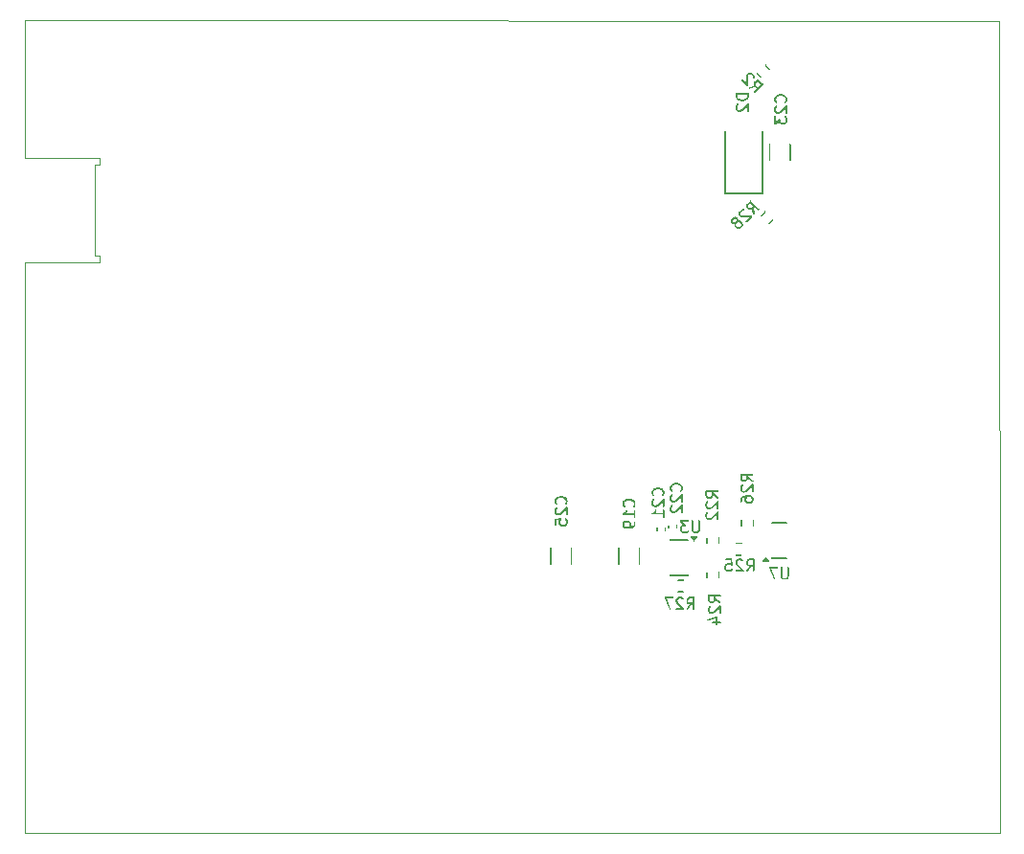
<source format=gbo>
G04 #@! TF.GenerationSoftware,KiCad,Pcbnew,9.0.1+1*
G04 #@! TF.CreationDate,2025-09-08T09:41:52+00:00*
G04 #@! TF.ProjectId,c64psu,63363470-7375-42e6-9b69-6361645f7063,rev?*
G04 #@! TF.SameCoordinates,Original*
G04 #@! TF.FileFunction,Legend,Bot*
G04 #@! TF.FilePolarity,Positive*
%FSLAX46Y46*%
G04 Gerber Fmt 4.6, Leading zero omitted, Abs format (unit mm)*
G04 Created by KiCad (PCBNEW 9.0.1+1) date 2025-09-08 09:41:52*
%MOMM*%
%LPD*%
G01*
G04 APERTURE LIST*
G04 #@! TA.AperFunction,Profile*
%ADD10C,0.050000*%
G04 #@! TD*
G04 APERTURE END LIST*
D10*
X219224551Y-37033468D02*
X219250062Y-108900624D01*
X133100087Y-108875624D01*
X133075074Y-58400000D01*
X139675000Y-58400000D01*
X139675000Y-57800000D01*
X139250000Y-57800000D01*
X139250000Y-49750000D01*
X139700000Y-49750000D01*
X139700000Y-49150000D01*
X133075000Y-49150000D01*
X133075000Y-37008468D01*
X219224551Y-37033468D01*
G36*
X194199261Y-89711917D02*
G01*
X194211117Y-89711917D01*
X194213031Y-89712298D01*
X194214772Y-89713019D01*
X194216649Y-89713153D01*
X194218530Y-89713668D01*
X194229118Y-89718961D01*
X194240067Y-89723497D01*
X194241689Y-89724580D01*
X194243022Y-89725913D01*
X194244704Y-89726754D01*
X194246245Y-89727950D01*
X194253994Y-89736885D01*
X194262381Y-89745272D01*
X194263465Y-89746895D01*
X194264186Y-89748636D01*
X194265419Y-89750058D01*
X194266385Y-89751753D01*
X194270129Y-89762985D01*
X194274663Y-89773931D01*
X194275020Y-89775355D01*
X194275340Y-89778619D01*
X194275639Y-89779513D01*
X194275883Y-89781452D01*
X194275772Y-89783000D01*
X194276461Y-89789986D01*
X194276485Y-89790476D01*
X194276485Y-90186666D01*
X194529819Y-90186666D01*
X194530309Y-90186690D01*
X194544941Y-90188131D01*
X194546364Y-90188488D01*
X194573400Y-90199687D01*
X194575023Y-90200770D01*
X194595715Y-90221462D01*
X194596798Y-90223085D01*
X194607997Y-90250121D01*
X194608378Y-90252034D01*
X194608378Y-90281298D01*
X194607997Y-90283211D01*
X194596798Y-90310247D01*
X194595715Y-90311870D01*
X194575023Y-90332562D01*
X194573400Y-90333645D01*
X194546364Y-90344844D01*
X194544941Y-90345201D01*
X194530309Y-90346642D01*
X194529819Y-90346666D01*
X194276485Y-90346666D01*
X194276485Y-90409523D01*
X194276461Y-90410013D01*
X194275020Y-90424645D01*
X194274663Y-90426068D01*
X194263464Y-90453104D01*
X194262381Y-90454727D01*
X194241689Y-90475419D01*
X194240066Y-90476502D01*
X194213030Y-90487701D01*
X194211117Y-90488082D01*
X194181853Y-90488082D01*
X194179940Y-90487701D01*
X194152904Y-90476502D01*
X194151281Y-90475419D01*
X194130589Y-90454727D01*
X194129506Y-90453104D01*
X194118307Y-90426068D01*
X194117950Y-90424645D01*
X194116509Y-90410013D01*
X194116485Y-90409523D01*
X194116485Y-90346666D01*
X193863152Y-90346666D01*
X193862662Y-90346642D01*
X193848030Y-90345201D01*
X193846607Y-90344844D01*
X193819571Y-90333645D01*
X193817948Y-90332562D01*
X193797256Y-90311870D01*
X193796173Y-90310247D01*
X193784974Y-90283211D01*
X193784593Y-90281298D01*
X193784593Y-90252034D01*
X193784974Y-90250121D01*
X193796173Y-90223085D01*
X193797256Y-90221462D01*
X193817948Y-90200770D01*
X193819571Y-90199687D01*
X193846607Y-90188488D01*
X193848030Y-90188131D01*
X193862662Y-90186690D01*
X193863152Y-90186666D01*
X194116485Y-90186666D01*
X194116485Y-89901468D01*
X193507498Y-90104465D01*
X193507026Y-90104598D01*
X193492689Y-90107858D01*
X193491225Y-90107969D01*
X193462035Y-90105894D01*
X193460154Y-90105379D01*
X193433981Y-90092293D01*
X193432440Y-90091097D01*
X193413266Y-90068990D01*
X193412300Y-90067295D01*
X193403046Y-90039532D01*
X193402802Y-90037596D01*
X193404877Y-90008406D01*
X193405392Y-90006525D01*
X193418478Y-89980352D01*
X193419674Y-89978811D01*
X193441781Y-89959637D01*
X193443019Y-89958848D01*
X193456445Y-89952854D01*
X193456902Y-89952677D01*
X194171186Y-89714582D01*
X194171658Y-89714450D01*
X194178495Y-89712894D01*
X194179940Y-89712297D01*
X194181853Y-89711917D01*
X194182793Y-89711917D01*
X194185995Y-89711189D01*
X194187459Y-89711078D01*
X194199261Y-89711917D01*
G37*
G36*
X194546364Y-88712298D02*
G01*
X194573400Y-88723497D01*
X194575022Y-88724580D01*
X194595715Y-88745272D01*
X194596799Y-88746895D01*
X194603313Y-88762623D01*
X194607997Y-88773931D01*
X194608354Y-88775354D01*
X194609795Y-88789986D01*
X194609819Y-88790476D01*
X194609819Y-89409523D01*
X194609795Y-89410013D01*
X194608354Y-89424645D01*
X194607997Y-89426068D01*
X194596798Y-89453104D01*
X194595715Y-89454727D01*
X194575023Y-89475419D01*
X194573400Y-89476502D01*
X194546364Y-89487701D01*
X194544451Y-89488082D01*
X194515187Y-89488082D01*
X194513274Y-89487701D01*
X194486238Y-89476502D01*
X194484615Y-89475419D01*
X194463923Y-89454727D01*
X194462840Y-89453104D01*
X194451641Y-89426068D01*
X194451284Y-89424645D01*
X194449843Y-89410013D01*
X194449819Y-89409523D01*
X194449819Y-88983613D01*
X194014959Y-89418473D01*
X194014595Y-89418802D01*
X194003230Y-89428129D01*
X194001970Y-89428884D01*
X194000229Y-89429604D01*
X193998809Y-89430837D01*
X193997570Y-89431627D01*
X193984145Y-89437621D01*
X193983688Y-89437798D01*
X193840831Y-89485417D01*
X193840358Y-89485550D01*
X193833518Y-89487104D01*
X193832080Y-89487701D01*
X193830654Y-89488058D01*
X193828309Y-89488288D01*
X193826022Y-89488809D01*
X193824557Y-89488921D01*
X193823008Y-89488810D01*
X193816024Y-89489499D01*
X193815533Y-89489523D01*
X193720295Y-89489523D01*
X193719805Y-89489499D01*
X193705173Y-89488058D01*
X193703750Y-89487701D01*
X193702010Y-89486980D01*
X193700131Y-89486847D01*
X193698698Y-89486530D01*
X193684967Y-89481275D01*
X193684518Y-89481077D01*
X193589280Y-89433458D01*
X193588853Y-89433218D01*
X193582909Y-89429477D01*
X193581475Y-89428883D01*
X193580216Y-89428128D01*
X193578401Y-89426638D01*
X193576411Y-89425386D01*
X193575296Y-89424430D01*
X193574274Y-89423251D01*
X193568852Y-89418802D01*
X193568488Y-89418473D01*
X193520869Y-89370854D01*
X193520540Y-89370490D01*
X193516092Y-89365070D01*
X193514912Y-89364047D01*
X193513956Y-89362932D01*
X193512700Y-89360936D01*
X193511214Y-89359126D01*
X193510459Y-89357868D01*
X193509862Y-89356430D01*
X193506124Y-89350489D01*
X193505884Y-89350062D01*
X193458265Y-89254824D01*
X193458067Y-89254375D01*
X193452812Y-89240643D01*
X193452495Y-89239210D01*
X193452361Y-89237331D01*
X193451641Y-89235592D01*
X193451284Y-89234169D01*
X193449843Y-89219537D01*
X193449819Y-89219047D01*
X193449819Y-88980952D01*
X193449843Y-88980462D01*
X193451284Y-88965830D01*
X193451640Y-88964407D01*
X193452361Y-88962664D01*
X193452495Y-88960788D01*
X193452812Y-88959356D01*
X193458067Y-88945624D01*
X193458265Y-88945175D01*
X193505884Y-88849937D01*
X193506124Y-88849510D01*
X193509864Y-88843564D01*
X193510460Y-88842130D01*
X193511213Y-88840874D01*
X193512702Y-88839058D01*
X193513957Y-88837066D01*
X193514911Y-88835954D01*
X193516088Y-88834932D01*
X193520540Y-88829509D01*
X193520869Y-88829145D01*
X193568488Y-88781526D01*
X193568852Y-88781197D01*
X193580217Y-88771870D01*
X193581476Y-88771116D01*
X193608512Y-88759917D01*
X193610425Y-88759536D01*
X193639688Y-88759536D01*
X193641601Y-88759917D01*
X193668637Y-88771116D01*
X193670260Y-88772199D01*
X193690953Y-88792892D01*
X193692036Y-88794515D01*
X193703235Y-88821551D01*
X193703616Y-88823464D01*
X193703616Y-88852727D01*
X193703235Y-88854640D01*
X193692036Y-88881676D01*
X193691282Y-88882935D01*
X193681955Y-88894300D01*
X193681626Y-88894664D01*
X193643185Y-88933105D01*
X193609819Y-88999837D01*
X193609819Y-89200162D01*
X193643185Y-89266894D01*
X193672448Y-89296157D01*
X193739180Y-89329523D01*
X193802553Y-89329523D01*
X193915172Y-89291982D01*
X194473250Y-88733907D01*
X194473614Y-88733578D01*
X194484979Y-88724250D01*
X194486237Y-88723496D01*
X194505354Y-88715577D01*
X194505355Y-88715576D01*
X194513274Y-88712297D01*
X194515187Y-88711917D01*
X194544451Y-88711917D01*
X194546364Y-88712298D01*
G37*
G36*
X191119537Y-87974843D02*
G01*
X191134169Y-87976284D01*
X191135592Y-87976641D01*
X191137331Y-87977361D01*
X191139210Y-87977495D01*
X191140643Y-87977812D01*
X191154375Y-87983067D01*
X191154824Y-87983265D01*
X191250062Y-88030884D01*
X191250489Y-88031124D01*
X191256430Y-88034862D01*
X191257868Y-88035459D01*
X191259126Y-88036214D01*
X191260936Y-88037700D01*
X191262932Y-88038956D01*
X191264047Y-88039912D01*
X191265070Y-88041092D01*
X191270490Y-88045540D01*
X191270854Y-88045869D01*
X191318473Y-88093488D01*
X191318802Y-88093852D01*
X191328129Y-88105217D01*
X191328883Y-88106476D01*
X191340082Y-88133512D01*
X191340463Y-88135425D01*
X191340463Y-88164688D01*
X191340082Y-88166601D01*
X191328883Y-88193637D01*
X191327800Y-88195260D01*
X191307107Y-88215953D01*
X191305484Y-88217036D01*
X191278448Y-88228235D01*
X191276535Y-88228616D01*
X191247272Y-88228616D01*
X191245359Y-88228235D01*
X191218323Y-88217036D01*
X191217064Y-88216282D01*
X191205699Y-88206955D01*
X191205335Y-88206626D01*
X191166894Y-88168185D01*
X191100162Y-88134819D01*
X190899837Y-88134819D01*
X190833105Y-88168185D01*
X190803842Y-88197448D01*
X190770476Y-88264180D01*
X190770476Y-88327552D01*
X190808016Y-88440173D01*
X191366092Y-88998250D01*
X191366421Y-88998614D01*
X191375749Y-89009979D01*
X191376504Y-89011238D01*
X191381255Y-89022710D01*
X191381254Y-89022710D01*
X191387328Y-89037376D01*
X191387329Y-89037376D01*
X191387701Y-89038273D01*
X191388082Y-89040188D01*
X191388082Y-89069451D01*
X191387701Y-89071364D01*
X191376502Y-89098400D01*
X191375419Y-89100022D01*
X191354727Y-89120715D01*
X191353104Y-89121799D01*
X191337912Y-89128091D01*
X191326068Y-89132997D01*
X191324645Y-89133354D01*
X191310013Y-89134795D01*
X191309523Y-89134819D01*
X190690476Y-89134819D01*
X190689986Y-89134795D01*
X190675354Y-89133354D01*
X190673931Y-89132997D01*
X190646895Y-89121798D01*
X190645272Y-89120715D01*
X190624580Y-89100023D01*
X190623497Y-89098400D01*
X190612298Y-89071364D01*
X190611917Y-89069451D01*
X190611917Y-89040187D01*
X190612298Y-89038274D01*
X190623497Y-89011238D01*
X190624580Y-89009615D01*
X190645272Y-88988923D01*
X190646895Y-88987840D01*
X190673931Y-88976641D01*
X190675354Y-88976284D01*
X190689986Y-88974843D01*
X190690476Y-88974819D01*
X191116385Y-88974819D01*
X190681526Y-88539959D01*
X190681197Y-88539595D01*
X190671870Y-88528230D01*
X190671116Y-88526972D01*
X190670394Y-88525229D01*
X190669161Y-88523808D01*
X190668372Y-88522570D01*
X190662378Y-88509145D01*
X190662201Y-88508688D01*
X190614582Y-88365831D01*
X190614450Y-88365359D01*
X190612894Y-88358522D01*
X190612297Y-88357078D01*
X190611941Y-88355656D01*
X190611709Y-88353313D01*
X190611189Y-88351021D01*
X190611078Y-88349559D01*
X190611187Y-88348009D01*
X190610500Y-88341023D01*
X190610476Y-88340533D01*
X190610476Y-88245295D01*
X190610500Y-88244805D01*
X190611941Y-88230173D01*
X190612297Y-88228750D01*
X190613018Y-88227007D01*
X190613152Y-88225131D01*
X190613469Y-88223699D01*
X190618724Y-88209967D01*
X190618922Y-88209518D01*
X190666541Y-88114280D01*
X190666781Y-88113853D01*
X190670521Y-88107907D01*
X190671117Y-88106473D01*
X190671870Y-88105217D01*
X190673359Y-88103401D01*
X190674614Y-88101409D01*
X190675568Y-88100297D01*
X190676745Y-88099275D01*
X190681197Y-88093852D01*
X190681526Y-88093488D01*
X190729145Y-88045869D01*
X190729509Y-88045540D01*
X190734932Y-88041088D01*
X190735954Y-88039911D01*
X190737066Y-88038957D01*
X190739058Y-88037702D01*
X190740874Y-88036213D01*
X190742130Y-88035460D01*
X190743564Y-88034864D01*
X190749510Y-88031124D01*
X190749937Y-88030884D01*
X190845175Y-87983265D01*
X190845624Y-87983067D01*
X190859355Y-87977812D01*
X190860786Y-87977495D01*
X190862666Y-87977360D01*
X190864408Y-87976640D01*
X190865830Y-87976284D01*
X190880462Y-87974843D01*
X190880952Y-87974819D01*
X191119047Y-87974819D01*
X191119537Y-87974843D01*
G37*
G36*
X192214775Y-87974843D02*
G01*
X192229407Y-87976284D01*
X192230830Y-87976641D01*
X192257866Y-87987840D01*
X192259489Y-87988923D01*
X192280181Y-88009615D01*
X192281264Y-88011238D01*
X192292463Y-88038274D01*
X192292820Y-88039697D01*
X192294261Y-88054329D01*
X192294285Y-88054819D01*
X192294285Y-89054819D01*
X192294261Y-89055309D01*
X192292820Y-89069941D01*
X192292463Y-89071364D01*
X192281264Y-89098400D01*
X192280181Y-89100023D01*
X192259489Y-89120715D01*
X192257866Y-89121798D01*
X192230830Y-89132997D01*
X192228917Y-89133378D01*
X192199653Y-89133378D01*
X192197740Y-89132997D01*
X192170704Y-89121798D01*
X192169081Y-89120715D01*
X192148389Y-89100023D01*
X192147306Y-89098400D01*
X192136107Y-89071364D01*
X192135750Y-89069941D01*
X192134309Y-89055309D01*
X192134285Y-89054819D01*
X192134285Y-88658628D01*
X192017842Y-88658628D01*
X191708395Y-89100696D01*
X191708094Y-89101084D01*
X191698523Y-89112244D01*
X191697415Y-89113206D01*
X191672736Y-89128933D01*
X191670918Y-89129640D01*
X191642101Y-89134725D01*
X191640151Y-89134683D01*
X191611580Y-89128354D01*
X191609794Y-89127568D01*
X191585820Y-89110786D01*
X191584470Y-89109377D01*
X191568743Y-89084698D01*
X191568036Y-89082880D01*
X191562951Y-89054063D01*
X191562993Y-89052113D01*
X191569322Y-89023542D01*
X191569847Y-89022171D01*
X191577058Y-89009357D01*
X191577319Y-89008942D01*
X191823218Y-88657656D01*
X191818211Y-88657163D01*
X191816788Y-88656806D01*
X191815048Y-88656085D01*
X191813169Y-88655952D01*
X191811736Y-88655635D01*
X191798005Y-88650380D01*
X191797556Y-88650182D01*
X191702318Y-88602563D01*
X191701891Y-88602323D01*
X191695947Y-88598582D01*
X191694513Y-88597988D01*
X191693254Y-88597233D01*
X191691439Y-88595743D01*
X191689449Y-88594491D01*
X191688334Y-88593535D01*
X191687312Y-88592356D01*
X191681890Y-88587907D01*
X191681526Y-88587578D01*
X191633907Y-88539959D01*
X191633578Y-88539595D01*
X191629130Y-88534175D01*
X191627950Y-88533152D01*
X191626994Y-88532037D01*
X191625738Y-88530041D01*
X191624252Y-88528231D01*
X191623497Y-88526973D01*
X191622900Y-88525535D01*
X191619162Y-88519594D01*
X191618922Y-88519167D01*
X191571303Y-88423929D01*
X191571105Y-88423480D01*
X191565850Y-88409748D01*
X191565533Y-88408315D01*
X191565399Y-88406436D01*
X191564679Y-88404697D01*
X191564322Y-88403274D01*
X191562881Y-88388642D01*
X191562857Y-88388152D01*
X191562857Y-88264180D01*
X191722857Y-88264180D01*
X191722857Y-88369267D01*
X191756223Y-88435999D01*
X191785486Y-88465262D01*
X191852218Y-88498628D01*
X192134285Y-88498628D01*
X192134285Y-88134819D01*
X191852218Y-88134819D01*
X191785486Y-88168185D01*
X191756223Y-88197448D01*
X191722857Y-88264180D01*
X191562857Y-88264180D01*
X191562857Y-88245295D01*
X191562881Y-88244805D01*
X191564322Y-88230173D01*
X191564678Y-88228750D01*
X191565399Y-88227007D01*
X191565533Y-88225131D01*
X191565850Y-88223699D01*
X191571105Y-88209967D01*
X191571303Y-88209518D01*
X191618922Y-88114280D01*
X191619162Y-88113853D01*
X191622902Y-88107907D01*
X191623498Y-88106473D01*
X191624251Y-88105217D01*
X191625740Y-88103401D01*
X191626995Y-88101409D01*
X191627949Y-88100297D01*
X191629126Y-88099275D01*
X191633578Y-88093852D01*
X191633907Y-88093488D01*
X191681526Y-88045869D01*
X191681890Y-88045540D01*
X191687313Y-88041088D01*
X191688335Y-88039911D01*
X191689447Y-88038957D01*
X191691439Y-88037702D01*
X191693255Y-88036213D01*
X191694511Y-88035460D01*
X191695945Y-88034864D01*
X191701891Y-88031124D01*
X191702318Y-88030884D01*
X191797556Y-87983265D01*
X191798005Y-87983067D01*
X191811736Y-87977812D01*
X191813167Y-87977495D01*
X191815047Y-87977360D01*
X191816789Y-87976640D01*
X191818211Y-87976284D01*
X191832843Y-87974843D01*
X191833333Y-87974819D01*
X192214285Y-87974819D01*
X192214775Y-87974843D01*
G37*
G36*
X190357632Y-87974843D02*
G01*
X190372264Y-87976284D01*
X190373687Y-87976641D01*
X190400723Y-87987840D01*
X190402346Y-87988923D01*
X190423038Y-88009615D01*
X190424121Y-88011238D01*
X190435320Y-88038274D01*
X190435701Y-88040187D01*
X190435701Y-88069451D01*
X190435320Y-88071364D01*
X190424121Y-88098400D01*
X190423038Y-88100023D01*
X190402346Y-88120715D01*
X190400723Y-88121798D01*
X190373687Y-88132997D01*
X190372264Y-88133354D01*
X190357632Y-88134795D01*
X190357142Y-88134819D01*
X189811800Y-88134819D01*
X190192579Y-89023305D01*
X190192750Y-89023765D01*
X190197189Y-89037781D01*
X190197422Y-89039230D01*
X190197779Y-89068492D01*
X190197421Y-89070410D01*
X190186553Y-89097580D01*
X190185489Y-89099215D01*
X190165050Y-89120158D01*
X190163442Y-89121262D01*
X190136544Y-89132790D01*
X190134635Y-89133194D01*
X190105374Y-89133550D01*
X190103456Y-89133192D01*
X190076286Y-89122324D01*
X190074651Y-89121260D01*
X190053707Y-89100822D01*
X190052818Y-89099654D01*
X190045730Y-89086773D01*
X190045515Y-89086333D01*
X189616944Y-88086333D01*
X189616773Y-88085873D01*
X189612334Y-88071856D01*
X189612101Y-88070411D01*
X189612100Y-88070374D01*
X189611917Y-88069451D01*
X189611917Y-88055325D01*
X189611744Y-88041146D01*
X189611917Y-88040217D01*
X189611917Y-88040187D01*
X189612014Y-88039697D01*
X189612101Y-88039230D01*
X189612113Y-88039199D01*
X189612297Y-88038274D01*
X189617718Y-88025184D01*
X189622970Y-88012058D01*
X189623484Y-88011265D01*
X189623500Y-88011229D01*
X189623789Y-88010796D01*
X189624029Y-88010428D01*
X189624052Y-88010403D01*
X189624580Y-88009616D01*
X189634599Y-87999596D01*
X189644473Y-87989479D01*
X189645253Y-87988942D01*
X189645278Y-87988918D01*
X189645650Y-87988669D01*
X189646076Y-87988377D01*
X189646112Y-87988361D01*
X189646894Y-87987840D01*
X189659954Y-87982429D01*
X189672980Y-87976848D01*
X189673903Y-87976652D01*
X189673935Y-87976639D01*
X189675354Y-87976284D01*
X189689986Y-87974843D01*
X189690476Y-87974819D01*
X190357142Y-87974819D01*
X190357632Y-87974843D01*
G37*
G36*
X194530309Y-87805738D02*
G01*
X194544941Y-87807179D01*
X194546364Y-87807536D01*
X194573400Y-87818735D01*
X194575023Y-87819818D01*
X194595715Y-87840510D01*
X194596798Y-87842133D01*
X194607997Y-87869169D01*
X194608378Y-87871082D01*
X194608378Y-87900346D01*
X194607997Y-87902259D01*
X194596798Y-87929295D01*
X194595715Y-87930918D01*
X194575023Y-87951610D01*
X194573400Y-87952693D01*
X194546364Y-87963892D01*
X194544941Y-87964249D01*
X194530309Y-87965690D01*
X194529819Y-87965714D01*
X194133628Y-87965714D01*
X194133628Y-88082156D01*
X194575696Y-88391604D01*
X194576084Y-88391905D01*
X194587244Y-88401476D01*
X194588206Y-88402584D01*
X194603933Y-88427263D01*
X194604640Y-88429081D01*
X194609726Y-88457898D01*
X194609684Y-88459849D01*
X194603354Y-88488420D01*
X194602568Y-88490205D01*
X194585786Y-88514179D01*
X194584377Y-88515529D01*
X194559699Y-88531256D01*
X194557881Y-88531963D01*
X194529063Y-88537048D01*
X194527113Y-88537006D01*
X194498542Y-88530677D01*
X194497171Y-88530152D01*
X194484358Y-88522942D01*
X194483943Y-88522681D01*
X194132656Y-88276780D01*
X194132163Y-88281788D01*
X194131806Y-88283212D01*
X194131085Y-88284950D01*
X194130952Y-88286830D01*
X194130635Y-88288263D01*
X194125380Y-88301994D01*
X194125182Y-88302443D01*
X194077563Y-88397681D01*
X194077322Y-88398109D01*
X194073584Y-88404045D01*
X194072989Y-88405485D01*
X194072232Y-88406746D01*
X194070745Y-88408555D01*
X194069492Y-88410549D01*
X194068533Y-88411667D01*
X194067355Y-88412687D01*
X194062907Y-88418109D01*
X194062578Y-88418473D01*
X194014959Y-88466092D01*
X194014595Y-88466421D01*
X194009173Y-88470869D01*
X194008153Y-88472047D01*
X194007035Y-88473006D01*
X194005041Y-88474259D01*
X194003232Y-88475746D01*
X194001971Y-88476503D01*
X194000531Y-88477098D01*
X193994595Y-88480836D01*
X193994167Y-88481077D01*
X193898929Y-88528696D01*
X193898480Y-88528894D01*
X193884748Y-88534149D01*
X193883314Y-88534467D01*
X193881436Y-88534599D01*
X193879699Y-88535320D01*
X193878274Y-88535677D01*
X193863642Y-88537118D01*
X193863152Y-88537142D01*
X193720295Y-88537142D01*
X193719805Y-88537118D01*
X193705173Y-88535677D01*
X193703750Y-88535320D01*
X193702010Y-88534599D01*
X193700131Y-88534466D01*
X193698698Y-88534149D01*
X193684967Y-88528894D01*
X193684518Y-88528696D01*
X193589280Y-88481077D01*
X193588853Y-88480837D01*
X193582909Y-88477096D01*
X193581475Y-88476502D01*
X193580216Y-88475747D01*
X193578401Y-88474257D01*
X193576411Y-88473005D01*
X193575296Y-88472049D01*
X193574274Y-88470870D01*
X193568852Y-88466421D01*
X193568488Y-88466092D01*
X193520869Y-88418473D01*
X193520540Y-88418109D01*
X193516092Y-88412689D01*
X193514912Y-88411666D01*
X193513956Y-88410551D01*
X193512700Y-88408555D01*
X193511214Y-88406745D01*
X193510459Y-88405487D01*
X193509862Y-88404049D01*
X193506124Y-88398108D01*
X193505884Y-88397681D01*
X193458265Y-88302443D01*
X193458067Y-88301994D01*
X193452812Y-88288262D01*
X193452495Y-88286829D01*
X193452361Y-88284950D01*
X193451641Y-88283211D01*
X193451284Y-88281788D01*
X193449843Y-88267156D01*
X193449819Y-88266666D01*
X193449819Y-88247781D01*
X193609819Y-88247781D01*
X193643185Y-88314513D01*
X193672448Y-88343776D01*
X193739180Y-88377142D01*
X193844267Y-88377142D01*
X193910999Y-88343776D01*
X193940262Y-88314513D01*
X193973628Y-88247781D01*
X193973628Y-87965714D01*
X193609819Y-87965714D01*
X193609819Y-88247781D01*
X193449819Y-88247781D01*
X193449819Y-87885714D01*
X193449843Y-87885224D01*
X193451284Y-87870592D01*
X193451641Y-87869169D01*
X193462840Y-87842133D01*
X193463923Y-87840510D01*
X193484615Y-87819818D01*
X193486238Y-87818735D01*
X193513274Y-87807536D01*
X193514697Y-87807179D01*
X193529329Y-87805738D01*
X193529819Y-87805714D01*
X194529819Y-87805714D01*
X194530309Y-87805738D01*
G37*
G36*
X191319019Y-87487467D02*
G01*
X191351491Y-87519939D01*
X191351491Y-87565861D01*
X191319019Y-87598333D01*
X191296058Y-87602900D01*
X190821542Y-87602900D01*
X190798581Y-87598333D01*
X190766109Y-87565861D01*
X190766109Y-87519939D01*
X190798581Y-87487467D01*
X190821542Y-87482900D01*
X191296058Y-87482900D01*
X191319019Y-87487467D01*
G37*
G36*
X191319019Y-86442467D02*
G01*
X191351491Y-86474939D01*
X191351491Y-86520861D01*
X191319019Y-86553333D01*
X191296058Y-86557900D01*
X190821542Y-86557900D01*
X190798581Y-86553333D01*
X190766109Y-86520861D01*
X190766109Y-86474939D01*
X190798581Y-86442467D01*
X190821542Y-86437900D01*
X191296058Y-86437900D01*
X191319019Y-86442467D01*
G37*
G36*
X199982021Y-85301641D02*
G01*
X200009057Y-85312840D01*
X200010680Y-85313923D01*
X200031372Y-85334615D01*
X200032455Y-85336238D01*
X200043654Y-85363274D01*
X200044011Y-85364697D01*
X200045452Y-85379329D01*
X200045476Y-85379819D01*
X200045476Y-86170457D01*
X200078843Y-86237191D01*
X200108103Y-86266452D01*
X200174837Y-86299819D01*
X200327543Y-86299819D01*
X200394275Y-86266452D01*
X200423536Y-86237191D01*
X200456904Y-86170456D01*
X200456904Y-85379819D01*
X200456928Y-85379329D01*
X200458369Y-85364697D01*
X200458726Y-85363274D01*
X200469925Y-85336238D01*
X200471008Y-85334615D01*
X200491700Y-85313923D01*
X200493323Y-85312840D01*
X200520359Y-85301641D01*
X200522272Y-85301260D01*
X200551536Y-85301260D01*
X200553449Y-85301641D01*
X200580485Y-85312840D01*
X200582108Y-85313923D01*
X200602800Y-85334615D01*
X200603883Y-85336238D01*
X200615082Y-85363274D01*
X200615439Y-85364697D01*
X200616880Y-85379329D01*
X200616904Y-85379819D01*
X200616904Y-86189342D01*
X200616880Y-86189832D01*
X200615439Y-86204464D01*
X200615082Y-86205888D01*
X200614361Y-86207626D01*
X200614228Y-86209506D01*
X200613911Y-86210939D01*
X200608656Y-86224670D01*
X200608458Y-86225119D01*
X200560839Y-86320357D01*
X200560598Y-86320785D01*
X200556859Y-86326722D01*
X200556266Y-86328158D01*
X200555510Y-86329420D01*
X200554018Y-86331235D01*
X200552767Y-86333226D01*
X200551809Y-86334343D01*
X200550631Y-86335363D01*
X200546183Y-86340785D01*
X200545854Y-86341148D01*
X200498236Y-86388767D01*
X200497872Y-86389097D01*
X200492449Y-86393546D01*
X200491428Y-86394725D01*
X200490313Y-86395682D01*
X200488317Y-86396937D01*
X200486507Y-86398424D01*
X200485247Y-86399180D01*
X200483807Y-86399775D01*
X200477871Y-86403513D01*
X200477443Y-86403754D01*
X200382205Y-86451373D01*
X200381756Y-86451571D01*
X200368024Y-86456826D01*
X200366590Y-86457144D01*
X200364712Y-86457276D01*
X200362975Y-86457997D01*
X200361550Y-86458354D01*
X200346918Y-86459795D01*
X200346428Y-86459819D01*
X200155952Y-86459819D01*
X200155462Y-86459795D01*
X200140830Y-86458354D01*
X200139407Y-86457997D01*
X200137667Y-86457276D01*
X200135788Y-86457143D01*
X200134355Y-86456826D01*
X200120624Y-86451571D01*
X200120175Y-86451373D01*
X200024937Y-86403754D01*
X200024510Y-86403514D01*
X200018566Y-86399773D01*
X200017132Y-86399179D01*
X200015874Y-86398425D01*
X200014058Y-86396935D01*
X200012066Y-86395681D01*
X200010953Y-86394726D01*
X200009930Y-86393546D01*
X200004508Y-86389097D01*
X200004144Y-86388767D01*
X199956525Y-86341147D01*
X199956196Y-86340784D01*
X199951749Y-86335365D01*
X199950569Y-86334342D01*
X199949614Y-86333228D01*
X199948359Y-86331235D01*
X199946869Y-86329419D01*
X199946115Y-86328160D01*
X199945521Y-86326728D01*
X199941781Y-86320785D01*
X199941541Y-86320357D01*
X199893922Y-86225119D01*
X199893724Y-86224670D01*
X199888469Y-86210938D01*
X199888152Y-86209505D01*
X199888018Y-86207626D01*
X199887298Y-86205887D01*
X199886941Y-86204464D01*
X199885500Y-86189832D01*
X199885476Y-86189342D01*
X199885476Y-85379819D01*
X199885500Y-85379329D01*
X199886941Y-85364697D01*
X199887298Y-85363274D01*
X199898497Y-85336238D01*
X199899580Y-85334615D01*
X199920272Y-85313923D01*
X199921895Y-85312840D01*
X199948931Y-85301641D01*
X199950844Y-85301260D01*
X199980108Y-85301260D01*
X199982021Y-85301641D01*
G37*
G36*
X199585013Y-85299843D02*
G01*
X199599645Y-85301284D01*
X199601068Y-85301641D01*
X199628104Y-85312840D01*
X199629727Y-85313923D01*
X199650419Y-85334615D01*
X199651502Y-85336238D01*
X199662701Y-85363274D01*
X199663082Y-85365187D01*
X199663082Y-85394451D01*
X199662701Y-85396364D01*
X199651502Y-85423400D01*
X199650419Y-85425023D01*
X199629727Y-85445715D01*
X199628104Y-85446798D01*
X199601068Y-85457997D01*
X199599645Y-85458354D01*
X199585013Y-85459795D01*
X199584523Y-85459819D01*
X199039181Y-85459819D01*
X199419960Y-86348305D01*
X199420131Y-86348765D01*
X199424570Y-86362781D01*
X199424803Y-86364230D01*
X199425160Y-86393492D01*
X199424802Y-86395410D01*
X199413934Y-86422580D01*
X199412870Y-86424215D01*
X199392431Y-86445158D01*
X199390823Y-86446262D01*
X199363925Y-86457790D01*
X199362016Y-86458194D01*
X199332755Y-86458550D01*
X199330837Y-86458192D01*
X199303667Y-86447324D01*
X199302032Y-86446260D01*
X199281088Y-86425822D01*
X199280199Y-86424654D01*
X199273111Y-86411773D01*
X199272896Y-86411333D01*
X198844325Y-85411333D01*
X198844154Y-85410873D01*
X198839715Y-85396856D01*
X198839482Y-85395411D01*
X198839481Y-85395374D01*
X198839298Y-85394451D01*
X198839298Y-85380325D01*
X198839125Y-85366146D01*
X198839298Y-85365217D01*
X198839298Y-85365187D01*
X198839395Y-85364697D01*
X198839482Y-85364230D01*
X198839494Y-85364199D01*
X198839678Y-85363274D01*
X198845099Y-85350184D01*
X198850351Y-85337058D01*
X198850865Y-85336265D01*
X198850881Y-85336229D01*
X198851170Y-85335796D01*
X198851410Y-85335428D01*
X198851433Y-85335403D01*
X198851961Y-85334616D01*
X198861980Y-85324596D01*
X198871854Y-85314479D01*
X198872634Y-85313942D01*
X198872659Y-85313918D01*
X198873031Y-85313669D01*
X198873457Y-85313377D01*
X198873493Y-85313361D01*
X198874275Y-85312840D01*
X198887335Y-85307429D01*
X198900361Y-85301848D01*
X198901284Y-85301652D01*
X198901316Y-85301639D01*
X198902735Y-85301284D01*
X198917367Y-85299843D01*
X198917857Y-85299819D01*
X199584523Y-85299819D01*
X199585013Y-85299843D01*
G37*
G36*
X193436533Y-85794981D02*
G01*
X193441100Y-85817942D01*
X193441100Y-86292458D01*
X193436533Y-86315419D01*
X193404061Y-86347891D01*
X193358139Y-86347891D01*
X193325667Y-86315419D01*
X193321100Y-86292458D01*
X193321100Y-85817942D01*
X193325667Y-85794981D01*
X193358139Y-85762509D01*
X193404061Y-85762509D01*
X193436533Y-85794981D01*
G37*
G36*
X194481533Y-85794981D02*
G01*
X194486100Y-85817942D01*
X194486100Y-86292458D01*
X194481533Y-86315419D01*
X194449061Y-86347891D01*
X194403139Y-86347891D01*
X194370667Y-86315419D01*
X194366100Y-86292458D01*
X194366100Y-85817942D01*
X194370667Y-85794981D01*
X194403139Y-85762509D01*
X194449061Y-85762509D01*
X194481533Y-85794981D01*
G37*
G36*
X191729361Y-86035767D02*
G01*
X191761833Y-86068239D01*
X191761833Y-86114161D01*
X191729361Y-86146633D01*
X191706400Y-86151200D01*
X190906400Y-86151201D01*
X190106400Y-86151200D01*
X190083439Y-86146633D01*
X190050967Y-86114161D01*
X190050967Y-86068239D01*
X190083439Y-86035767D01*
X190106400Y-86031200D01*
X190906400Y-86031201D01*
X191706400Y-86031200D01*
X191729361Y-86035767D01*
G37*
G36*
X195537393Y-84599843D02*
G01*
X195542314Y-84600326D01*
X195543649Y-84600194D01*
X195545586Y-84600381D01*
X195546907Y-84600778D01*
X195552027Y-84601284D01*
X195553449Y-84601641D01*
X195563336Y-84605736D01*
X195573605Y-84608835D01*
X195575326Y-84609752D01*
X195577678Y-84611676D01*
X195580486Y-84612840D01*
X195582108Y-84613923D01*
X195589689Y-84621504D01*
X195597974Y-84628283D01*
X195599214Y-84629790D01*
X195600647Y-84632462D01*
X195602800Y-84634615D01*
X195603883Y-84636238D01*
X195607979Y-84646130D01*
X195613048Y-84655576D01*
X195613545Y-84656958D01*
X195614556Y-84662004D01*
X195615082Y-84663273D01*
X195615463Y-84665187D01*
X195615463Y-84666528D01*
X195616434Y-84671373D01*
X195616507Y-84671858D01*
X195664126Y-85148048D01*
X195664151Y-85148539D01*
X195664173Y-85163242D01*
X195663960Y-85164694D01*
X195663082Y-85167603D01*
X195663082Y-85170640D01*
X195662701Y-85172554D01*
X195658603Y-85182445D01*
X195655507Y-85192709D01*
X195654589Y-85194432D01*
X195652665Y-85196782D01*
X195651503Y-85199589D01*
X195650418Y-85201212D01*
X195642846Y-85208782D01*
X195636059Y-85217079D01*
X195634552Y-85218320D01*
X195631872Y-85219756D01*
X195629726Y-85221904D01*
X195628103Y-85222989D01*
X195618206Y-85227087D01*
X195608766Y-85232153D01*
X195606898Y-85232722D01*
X195603875Y-85233023D01*
X195601069Y-85234187D01*
X195599154Y-85234568D01*
X195588441Y-85234568D01*
X195577781Y-85235634D01*
X195575839Y-85235446D01*
X195572929Y-85234568D01*
X195569891Y-85234568D01*
X195567977Y-85234187D01*
X195558082Y-85230088D01*
X195547823Y-85226993D01*
X195546101Y-85226076D01*
X195543747Y-85224150D01*
X195540941Y-85222988D01*
X195539683Y-85222234D01*
X195528318Y-85212907D01*
X195527954Y-85212578D01*
X195489513Y-85174137D01*
X195422781Y-85140771D01*
X195222456Y-85140771D01*
X195155724Y-85174137D01*
X195126461Y-85203400D01*
X195093095Y-85270132D01*
X195093095Y-85470457D01*
X195126462Y-85537191D01*
X195155722Y-85566452D01*
X195222456Y-85599819D01*
X195422781Y-85599819D01*
X195489511Y-85566453D01*
X195527953Y-85528012D01*
X195528317Y-85527683D01*
X195539683Y-85518355D01*
X195540942Y-85517601D01*
X195567978Y-85506402D01*
X195569891Y-85506021D01*
X195599154Y-85506021D01*
X195601067Y-85506402D01*
X195628103Y-85517600D01*
X195629726Y-85518683D01*
X195650419Y-85539376D01*
X195651502Y-85540999D01*
X195662701Y-85568035D01*
X195663082Y-85569948D01*
X195663082Y-85599211D01*
X195662701Y-85601124D01*
X195651503Y-85628160D01*
X195650749Y-85629419D01*
X195641421Y-85640785D01*
X195641092Y-85641148D01*
X195593474Y-85688767D01*
X195593110Y-85689097D01*
X195587687Y-85693546D01*
X195586666Y-85694725D01*
X195585551Y-85695682D01*
X195583555Y-85696937D01*
X195581745Y-85698424D01*
X195580485Y-85699180D01*
X195579045Y-85699775D01*
X195573109Y-85703513D01*
X195572681Y-85703754D01*
X195477443Y-85751373D01*
X195476994Y-85751571D01*
X195463262Y-85756826D01*
X195461828Y-85757144D01*
X195459950Y-85757276D01*
X195458213Y-85757997D01*
X195456788Y-85758354D01*
X195442156Y-85759795D01*
X195441666Y-85759819D01*
X195203571Y-85759819D01*
X195203081Y-85759795D01*
X195188449Y-85758354D01*
X195187026Y-85757997D01*
X195185286Y-85757276D01*
X195183407Y-85757143D01*
X195181974Y-85756826D01*
X195168243Y-85751571D01*
X195167794Y-85751373D01*
X195072556Y-85703754D01*
X195072129Y-85703514D01*
X195066185Y-85699773D01*
X195064751Y-85699179D01*
X195063493Y-85698425D01*
X195061677Y-85696935D01*
X195059685Y-85695681D01*
X195058572Y-85694726D01*
X195057549Y-85693546D01*
X195052127Y-85689097D01*
X195051763Y-85688767D01*
X195004144Y-85641147D01*
X195003815Y-85640784D01*
X194999368Y-85635365D01*
X194998188Y-85634342D01*
X194997233Y-85633228D01*
X194995978Y-85631235D01*
X194994488Y-85629419D01*
X194993734Y-85628160D01*
X194993140Y-85626728D01*
X194989400Y-85620785D01*
X194989160Y-85620357D01*
X194941541Y-85525119D01*
X194941343Y-85524670D01*
X194936088Y-85510938D01*
X194935771Y-85509505D01*
X194935637Y-85507626D01*
X194934917Y-85505887D01*
X194934560Y-85504464D01*
X194933119Y-85489832D01*
X194933095Y-85489342D01*
X194933095Y-85251247D01*
X194933119Y-85250757D01*
X194934560Y-85236125D01*
X194934916Y-85234702D01*
X194935637Y-85232959D01*
X194935771Y-85231083D01*
X194936088Y-85229651D01*
X194941343Y-85215919D01*
X194941541Y-85215470D01*
X194989160Y-85120232D01*
X194989400Y-85119805D01*
X194993140Y-85113859D01*
X194993736Y-85112425D01*
X194994489Y-85111169D01*
X194995978Y-85109353D01*
X194997233Y-85107361D01*
X194998187Y-85106249D01*
X194999364Y-85105227D01*
X195003816Y-85099804D01*
X195004145Y-85099440D01*
X195051764Y-85051821D01*
X195052128Y-85051492D01*
X195057551Y-85047040D01*
X195058573Y-85045863D01*
X195059685Y-85044909D01*
X195061677Y-85043654D01*
X195063493Y-85042165D01*
X195064749Y-85041412D01*
X195066183Y-85040816D01*
X195072129Y-85037076D01*
X195072556Y-85036836D01*
X195167794Y-84989217D01*
X195168243Y-84989019D01*
X195181974Y-84983764D01*
X195183405Y-84983447D01*
X195185285Y-84983312D01*
X195187027Y-84982592D01*
X195188449Y-84982236D01*
X195203081Y-84980795D01*
X195203571Y-84980771D01*
X195441666Y-84980771D01*
X195442156Y-84980795D01*
X195456788Y-84982236D01*
X195458211Y-84982593D01*
X195459950Y-84983313D01*
X195461829Y-84983447D01*
X195463262Y-84983764D01*
X195476994Y-84989019D01*
X195477443Y-84989217D01*
X195487970Y-84994480D01*
X195464505Y-84759819D01*
X195060714Y-84759819D01*
X195060224Y-84759795D01*
X195045592Y-84758354D01*
X195044169Y-84757997D01*
X195017133Y-84746798D01*
X195015510Y-84745715D01*
X194994818Y-84725023D01*
X194993735Y-84723400D01*
X194982536Y-84696364D01*
X194982155Y-84694451D01*
X194982155Y-84665187D01*
X194982536Y-84663274D01*
X194993735Y-84636238D01*
X194994818Y-84634615D01*
X195015510Y-84613923D01*
X195017133Y-84612840D01*
X195044169Y-84601641D01*
X195045592Y-84601284D01*
X195060224Y-84599843D01*
X195060714Y-84599819D01*
X195536904Y-84599819D01*
X195537393Y-84599843D01*
G37*
G36*
X196394537Y-84599843D02*
G01*
X196409169Y-84601284D01*
X196410592Y-84601641D01*
X196412331Y-84602361D01*
X196414210Y-84602495D01*
X196415643Y-84602812D01*
X196429375Y-84608067D01*
X196429824Y-84608265D01*
X196525062Y-84655884D01*
X196525489Y-84656124D01*
X196531430Y-84659862D01*
X196532868Y-84660459D01*
X196534126Y-84661214D01*
X196535936Y-84662700D01*
X196537932Y-84663956D01*
X196539047Y-84664912D01*
X196540070Y-84666092D01*
X196545490Y-84670540D01*
X196545854Y-84670869D01*
X196593473Y-84718488D01*
X196593802Y-84718852D01*
X196603129Y-84730217D01*
X196603883Y-84731476D01*
X196615082Y-84758512D01*
X196615463Y-84760425D01*
X196615463Y-84789688D01*
X196615082Y-84791601D01*
X196603883Y-84818637D01*
X196602800Y-84820260D01*
X196582107Y-84840953D01*
X196580484Y-84842036D01*
X196553448Y-84853235D01*
X196551535Y-84853616D01*
X196522272Y-84853616D01*
X196520359Y-84853235D01*
X196493323Y-84842036D01*
X196492064Y-84841282D01*
X196480699Y-84831955D01*
X196480335Y-84831626D01*
X196441894Y-84793185D01*
X196375162Y-84759819D01*
X196174837Y-84759819D01*
X196108105Y-84793185D01*
X196078842Y-84822448D01*
X196045476Y-84889180D01*
X196045476Y-84952552D01*
X196083016Y-85065173D01*
X196641092Y-85623250D01*
X196641421Y-85623614D01*
X196650749Y-85634979D01*
X196651503Y-85636238D01*
X196662701Y-85663275D01*
X196663082Y-85665188D01*
X196663082Y-85694451D01*
X196662701Y-85696364D01*
X196651502Y-85723400D01*
X196650419Y-85725022D01*
X196629727Y-85745715D01*
X196628104Y-85746799D01*
X196612912Y-85753091D01*
X196601068Y-85757997D01*
X196599645Y-85758354D01*
X196585013Y-85759795D01*
X196584523Y-85759819D01*
X195965476Y-85759819D01*
X195964986Y-85759795D01*
X195950354Y-85758354D01*
X195948931Y-85757997D01*
X195921895Y-85746798D01*
X195920272Y-85745715D01*
X195899580Y-85725023D01*
X195898497Y-85723400D01*
X195887298Y-85696364D01*
X195886917Y-85694451D01*
X195886917Y-85665187D01*
X195887298Y-85663274D01*
X195898497Y-85636238D01*
X195899580Y-85634615D01*
X195920272Y-85613923D01*
X195921895Y-85612840D01*
X195948931Y-85601641D01*
X195950354Y-85601284D01*
X195964986Y-85599843D01*
X195965476Y-85599819D01*
X196391385Y-85599819D01*
X195956526Y-85164959D01*
X195956197Y-85164595D01*
X195946870Y-85153230D01*
X195946116Y-85151972D01*
X195945394Y-85150229D01*
X195944161Y-85148808D01*
X195943372Y-85147570D01*
X195937378Y-85134145D01*
X195937201Y-85133688D01*
X195889582Y-84990831D01*
X195889450Y-84990359D01*
X195887894Y-84983522D01*
X195887297Y-84982078D01*
X195886941Y-84980656D01*
X195886709Y-84978313D01*
X195886189Y-84976021D01*
X195886078Y-84974559D01*
X195886187Y-84973009D01*
X195885500Y-84966023D01*
X195885476Y-84965533D01*
X195885476Y-84870295D01*
X195885500Y-84869805D01*
X195886941Y-84855173D01*
X195887297Y-84853750D01*
X195888018Y-84852007D01*
X195888152Y-84850131D01*
X195888469Y-84848699D01*
X195893724Y-84834967D01*
X195893922Y-84834518D01*
X195941541Y-84739280D01*
X195941781Y-84738853D01*
X195945521Y-84732907D01*
X195946117Y-84731473D01*
X195946870Y-84730217D01*
X195948359Y-84728401D01*
X195949614Y-84726409D01*
X195950568Y-84725297D01*
X195951745Y-84724275D01*
X195956197Y-84718852D01*
X195956526Y-84718488D01*
X196004145Y-84670869D01*
X196004509Y-84670540D01*
X196009932Y-84666088D01*
X196010954Y-84664911D01*
X196012066Y-84663957D01*
X196014058Y-84662702D01*
X196015874Y-84661213D01*
X196017130Y-84660460D01*
X196018564Y-84659864D01*
X196024510Y-84656124D01*
X196024937Y-84655884D01*
X196120175Y-84608265D01*
X196120624Y-84608067D01*
X196134355Y-84602812D01*
X196135786Y-84602495D01*
X196137666Y-84602360D01*
X196139408Y-84601640D01*
X196140830Y-84601284D01*
X196155462Y-84599843D01*
X196155952Y-84599819D01*
X196394047Y-84599819D01*
X196394537Y-84599843D01*
G37*
G36*
X197489775Y-84599843D02*
G01*
X197504407Y-84601284D01*
X197505830Y-84601641D01*
X197532866Y-84612840D01*
X197534489Y-84613923D01*
X197555181Y-84634615D01*
X197556264Y-84636238D01*
X197567463Y-84663274D01*
X197567820Y-84664697D01*
X197569261Y-84679329D01*
X197569285Y-84679819D01*
X197569285Y-85679819D01*
X197569261Y-85680309D01*
X197567820Y-85694941D01*
X197567463Y-85696364D01*
X197556264Y-85723400D01*
X197555181Y-85725023D01*
X197534489Y-85745715D01*
X197532866Y-85746798D01*
X197505830Y-85757997D01*
X197503917Y-85758378D01*
X197474653Y-85758378D01*
X197472740Y-85757997D01*
X197445704Y-85746798D01*
X197444081Y-85745715D01*
X197423389Y-85725023D01*
X197422306Y-85723400D01*
X197411107Y-85696364D01*
X197410750Y-85694941D01*
X197409309Y-85680309D01*
X197409285Y-85679819D01*
X197409285Y-85283628D01*
X197292842Y-85283628D01*
X196983395Y-85725696D01*
X196983094Y-85726084D01*
X196973523Y-85737244D01*
X196972415Y-85738206D01*
X196947736Y-85753933D01*
X196945918Y-85754640D01*
X196917101Y-85759725D01*
X196915151Y-85759683D01*
X196886580Y-85753354D01*
X196884794Y-85752568D01*
X196860820Y-85735786D01*
X196859470Y-85734377D01*
X196843743Y-85709698D01*
X196843036Y-85707880D01*
X196837951Y-85679063D01*
X196837993Y-85677113D01*
X196844322Y-85648542D01*
X196844847Y-85647171D01*
X196852058Y-85634357D01*
X196852319Y-85633942D01*
X197098218Y-85282656D01*
X197093211Y-85282163D01*
X197091788Y-85281806D01*
X197090048Y-85281085D01*
X197088169Y-85280952D01*
X197086736Y-85280635D01*
X197073005Y-85275380D01*
X197072556Y-85275182D01*
X196977318Y-85227563D01*
X196976891Y-85227323D01*
X196970947Y-85223582D01*
X196969513Y-85222988D01*
X196968254Y-85222233D01*
X196966439Y-85220743D01*
X196964449Y-85219491D01*
X196963334Y-85218535D01*
X196962312Y-85217356D01*
X196956890Y-85212907D01*
X196956526Y-85212578D01*
X196908907Y-85164959D01*
X196908578Y-85164595D01*
X196904130Y-85159175D01*
X196902950Y-85158152D01*
X196901994Y-85157037D01*
X196900738Y-85155041D01*
X196899252Y-85153231D01*
X196898497Y-85151973D01*
X196897900Y-85150535D01*
X196894162Y-85144594D01*
X196893922Y-85144167D01*
X196846303Y-85048929D01*
X196846105Y-85048480D01*
X196840850Y-85034748D01*
X196840533Y-85033315D01*
X196840399Y-85031436D01*
X196839679Y-85029697D01*
X196839322Y-85028274D01*
X196837881Y-85013642D01*
X196837857Y-85013152D01*
X196837857Y-84889180D01*
X196997857Y-84889180D01*
X196997857Y-84994267D01*
X197031223Y-85060999D01*
X197060486Y-85090262D01*
X197127218Y-85123628D01*
X197409285Y-85123628D01*
X197409285Y-84759819D01*
X197127218Y-84759819D01*
X197060486Y-84793185D01*
X197031223Y-84822448D01*
X196997857Y-84889180D01*
X196837857Y-84889180D01*
X196837857Y-84870295D01*
X196837881Y-84869805D01*
X196839322Y-84855173D01*
X196839678Y-84853750D01*
X196840399Y-84852007D01*
X196840533Y-84850131D01*
X196840850Y-84848699D01*
X196846105Y-84834967D01*
X196846303Y-84834518D01*
X196893922Y-84739280D01*
X196894162Y-84738853D01*
X196897902Y-84732907D01*
X196898498Y-84731473D01*
X196899251Y-84730217D01*
X196900740Y-84728401D01*
X196901995Y-84726409D01*
X196902949Y-84725297D01*
X196904126Y-84724275D01*
X196908578Y-84718852D01*
X196908907Y-84718488D01*
X196956526Y-84670869D01*
X196956890Y-84670540D01*
X196962313Y-84666088D01*
X196963335Y-84664911D01*
X196964447Y-84663957D01*
X196966439Y-84662702D01*
X196968255Y-84661213D01*
X196969511Y-84660460D01*
X196970945Y-84659864D01*
X196976891Y-84656124D01*
X196977318Y-84655884D01*
X197072556Y-84608265D01*
X197073005Y-84608067D01*
X197086736Y-84602812D01*
X197088167Y-84602495D01*
X197090047Y-84602360D01*
X197091789Y-84601640D01*
X197093211Y-84601284D01*
X197107843Y-84599843D01*
X197108333Y-84599819D01*
X197489285Y-84599819D01*
X197489775Y-84599843D01*
G37*
G36*
X185635433Y-83665787D02*
G01*
X185640000Y-83688748D01*
X185640000Y-85111252D01*
X185635433Y-85134213D01*
X185602961Y-85166685D01*
X185557039Y-85166685D01*
X185524567Y-85134213D01*
X185520000Y-85111252D01*
X185520000Y-83688748D01*
X185524567Y-83665787D01*
X185557039Y-83633315D01*
X185602961Y-83633315D01*
X185635433Y-83665787D01*
G37*
G36*
X187455433Y-83665787D02*
G01*
X187460000Y-83688748D01*
X187460000Y-85111252D01*
X187455433Y-85134213D01*
X187422961Y-85166685D01*
X187377039Y-85166685D01*
X187344567Y-85134213D01*
X187340000Y-85111252D01*
X187340000Y-83688748D01*
X187344567Y-83665787D01*
X187377039Y-83633315D01*
X187422961Y-83633315D01*
X187455433Y-83665787D01*
G37*
G36*
X179625433Y-83645787D02*
G01*
X179630000Y-83668748D01*
X179630000Y-85091252D01*
X179625433Y-85114213D01*
X179592961Y-85146685D01*
X179547039Y-85146685D01*
X179514567Y-85114213D01*
X179510000Y-85091252D01*
X179510000Y-83668748D01*
X179514567Y-83645787D01*
X179547039Y-83613315D01*
X179592961Y-83613315D01*
X179625433Y-83645787D01*
G37*
G36*
X181445433Y-83645787D02*
G01*
X181450000Y-83668748D01*
X181450000Y-85091252D01*
X181445433Y-85114213D01*
X181412961Y-85146685D01*
X181367039Y-85146685D01*
X181334567Y-85114213D01*
X181330000Y-85091252D01*
X181330000Y-83668748D01*
X181334567Y-83645787D01*
X181367039Y-83613315D01*
X181412961Y-83613315D01*
X181445433Y-83645787D01*
G37*
G36*
X198621331Y-84464632D02*
G01*
X198635668Y-84478969D01*
X198875668Y-84808968D01*
X198887305Y-84857336D01*
X198861331Y-84899767D01*
X198823100Y-84912199D01*
X198343100Y-84912200D01*
X198297138Y-84893162D01*
X198278100Y-84847200D01*
X198290532Y-84808969D01*
X198530532Y-84478969D01*
X198572962Y-84452995D01*
X198621331Y-84464632D01*
G37*
G36*
X200418561Y-84511767D02*
G01*
X200451033Y-84544239D01*
X200451033Y-84590161D01*
X200418561Y-84622633D01*
X200395600Y-84627200D01*
X199745600Y-84627201D01*
X199095600Y-84627200D01*
X199072639Y-84622633D01*
X199040167Y-84590161D01*
X199040167Y-84544239D01*
X199072639Y-84511767D01*
X199095600Y-84507200D01*
X199745600Y-84507201D01*
X200395600Y-84507200D01*
X200418561Y-84511767D01*
G37*
G36*
X196449819Y-84236267D02*
G01*
X196482291Y-84268739D01*
X196482291Y-84314661D01*
X196449819Y-84347133D01*
X196426858Y-84351700D01*
X195952342Y-84351700D01*
X195929381Y-84347133D01*
X195896909Y-84314661D01*
X195896909Y-84268739D01*
X195929381Y-84236267D01*
X195952342Y-84231700D01*
X196426858Y-84231700D01*
X196449819Y-84236267D01*
G37*
G36*
X196449819Y-83191267D02*
G01*
X196482291Y-83223739D01*
X196482291Y-83269661D01*
X196449819Y-83302133D01*
X196426858Y-83306700D01*
X195952342Y-83306700D01*
X195929381Y-83302133D01*
X195896909Y-83269661D01*
X195896909Y-83223739D01*
X195929381Y-83191267D01*
X195952342Y-83186700D01*
X196426858Y-83186700D01*
X196449819Y-83191267D01*
G37*
G36*
X193436533Y-82746981D02*
G01*
X193441100Y-82769942D01*
X193441100Y-83244458D01*
X193436533Y-83267419D01*
X193404061Y-83299891D01*
X193358139Y-83299891D01*
X193325667Y-83267419D01*
X193321100Y-83244458D01*
X193321100Y-82769942D01*
X193325667Y-82746981D01*
X193358139Y-82714509D01*
X193404061Y-82714509D01*
X193436533Y-82746981D01*
G37*
G36*
X194481533Y-82746981D02*
G01*
X194486100Y-82769942D01*
X194486100Y-83244458D01*
X194481533Y-83267419D01*
X194449061Y-83299891D01*
X194403139Y-83299891D01*
X194370667Y-83267419D01*
X194366100Y-83244458D01*
X194366100Y-82769942D01*
X194370667Y-82746981D01*
X194403139Y-82714509D01*
X194449061Y-82714509D01*
X194481533Y-82746981D01*
G37*
G36*
X192492362Y-82645238D02*
G01*
X192511400Y-82691200D01*
X192498968Y-82729431D01*
X192258968Y-83059431D01*
X192216538Y-83085405D01*
X192168169Y-83073768D01*
X192153832Y-83059431D01*
X191913832Y-82729431D01*
X191902195Y-82681062D01*
X191928169Y-82638632D01*
X191966400Y-82626200D01*
X192446400Y-82626200D01*
X192492362Y-82645238D01*
G37*
G36*
X191706400Y-82911200D02*
G01*
X191729361Y-82915767D01*
X191761833Y-82948239D01*
X191761833Y-82994161D01*
X191729361Y-83026633D01*
X191706400Y-83031200D01*
X190906400Y-83031199D01*
X190106400Y-83031200D01*
X190083439Y-83026633D01*
X190050967Y-82994161D01*
X190050967Y-82948239D01*
X190083439Y-82915767D01*
X190106400Y-82911200D01*
X190906400Y-82911199D01*
X191706400Y-82911200D01*
G37*
G36*
X191720013Y-81194843D02*
G01*
X191734645Y-81196284D01*
X191736068Y-81196641D01*
X191763104Y-81207840D01*
X191764727Y-81208923D01*
X191785419Y-81229615D01*
X191786502Y-81231238D01*
X191797701Y-81258274D01*
X191798082Y-81260187D01*
X191798082Y-81289451D01*
X191797701Y-81291364D01*
X191786502Y-81318400D01*
X191785419Y-81320023D01*
X191764727Y-81340715D01*
X191763104Y-81341798D01*
X191736068Y-81352997D01*
X191734645Y-81353354D01*
X191720013Y-81354795D01*
X191719523Y-81354819D01*
X191276777Y-81354819D01*
X191494015Y-81603090D01*
X191494319Y-81603475D01*
X191498596Y-81609458D01*
X191499705Y-81610567D01*
X191500788Y-81612190D01*
X191501115Y-81612979D01*
X191502871Y-81615436D01*
X191503540Y-81616742D01*
X191507391Y-81628131D01*
X191511987Y-81639225D01*
X191512368Y-81641139D01*
X191512368Y-81642845D01*
X191512915Y-81644464D01*
X191513167Y-81646398D01*
X191512368Y-81658385D01*
X191512368Y-81670403D01*
X191511987Y-81672317D01*
X191511334Y-81673891D01*
X191511221Y-81675595D01*
X191510714Y-81677480D01*
X191505379Y-81688267D01*
X191500788Y-81699352D01*
X191499704Y-81700976D01*
X191498498Y-81702181D01*
X191497742Y-81703711D01*
X191496552Y-81705258D01*
X191487506Y-81713171D01*
X191479013Y-81721666D01*
X191477390Y-81722750D01*
X191475815Y-81723402D01*
X191474529Y-81724528D01*
X191472837Y-81725502D01*
X191461452Y-81729351D01*
X191450355Y-81733949D01*
X191448930Y-81734306D01*
X191445931Y-81734600D01*
X191445119Y-81734876D01*
X191443180Y-81735129D01*
X191441625Y-81735024D01*
X191434300Y-81735747D01*
X191433809Y-81735771D01*
X191309837Y-81735771D01*
X191243105Y-81769137D01*
X191213842Y-81798400D01*
X191180476Y-81865132D01*
X191180476Y-82065457D01*
X191213843Y-82132191D01*
X191243103Y-82161452D01*
X191309837Y-82194819D01*
X191557781Y-82194819D01*
X191624511Y-82161453D01*
X191662953Y-82123012D01*
X191663317Y-82122683D01*
X191674683Y-82113355D01*
X191675942Y-82112601D01*
X191702978Y-82101402D01*
X191704891Y-82101021D01*
X191734154Y-82101021D01*
X191736067Y-82101402D01*
X191763103Y-82112600D01*
X191764726Y-82113683D01*
X191785419Y-82134376D01*
X191786502Y-82135999D01*
X191797701Y-82163035D01*
X191798082Y-82164948D01*
X191798082Y-82194211D01*
X191797701Y-82196124D01*
X191786503Y-82223160D01*
X191785749Y-82224419D01*
X191776421Y-82235785D01*
X191776092Y-82236148D01*
X191728474Y-82283767D01*
X191728110Y-82284097D01*
X191722687Y-82288546D01*
X191721666Y-82289725D01*
X191720551Y-82290682D01*
X191718555Y-82291937D01*
X191716745Y-82293424D01*
X191715485Y-82294180D01*
X191714045Y-82294775D01*
X191708109Y-82298513D01*
X191707681Y-82298754D01*
X191612443Y-82346373D01*
X191611994Y-82346571D01*
X191598262Y-82351826D01*
X191596828Y-82352144D01*
X191594950Y-82352276D01*
X191593213Y-82352997D01*
X191591788Y-82353354D01*
X191577156Y-82354795D01*
X191576666Y-82354819D01*
X191290952Y-82354819D01*
X191290462Y-82354795D01*
X191275830Y-82353354D01*
X191274407Y-82352997D01*
X191272667Y-82352276D01*
X191270788Y-82352143D01*
X191269355Y-82351826D01*
X191255624Y-82346571D01*
X191255175Y-82346373D01*
X191159937Y-82298754D01*
X191159510Y-82298514D01*
X191153566Y-82294773D01*
X191152132Y-82294179D01*
X191150874Y-82293425D01*
X191149058Y-82291935D01*
X191147066Y-82290681D01*
X191145953Y-82289726D01*
X191144930Y-82288546D01*
X191139508Y-82284097D01*
X191139144Y-82283767D01*
X191091525Y-82236147D01*
X191091196Y-82235784D01*
X191086749Y-82230365D01*
X191085569Y-82229342D01*
X191084614Y-82228228D01*
X191083359Y-82226235D01*
X191081869Y-82224419D01*
X191081115Y-82223160D01*
X191080521Y-82221728D01*
X191076781Y-82215785D01*
X191076541Y-82215357D01*
X191028922Y-82120119D01*
X191028724Y-82119670D01*
X191023469Y-82105938D01*
X191023152Y-82104505D01*
X191023018Y-82102626D01*
X191022298Y-82100887D01*
X191021941Y-82099464D01*
X191020500Y-82084832D01*
X191020476Y-82084342D01*
X191020476Y-81846247D01*
X191020500Y-81845757D01*
X191021941Y-81831125D01*
X191022297Y-81829702D01*
X191023018Y-81827959D01*
X191023152Y-81826083D01*
X191023469Y-81824651D01*
X191028724Y-81810919D01*
X191028922Y-81810470D01*
X191076541Y-81715232D01*
X191076781Y-81714805D01*
X191080521Y-81708859D01*
X191081117Y-81707425D01*
X191081870Y-81706169D01*
X191083359Y-81704353D01*
X191084614Y-81702361D01*
X191085568Y-81701249D01*
X191086745Y-81700227D01*
X191091197Y-81694804D01*
X191091526Y-81694440D01*
X191139145Y-81646821D01*
X191139509Y-81646492D01*
X191144932Y-81642040D01*
X191145954Y-81640863D01*
X191147066Y-81639909D01*
X191149058Y-81638654D01*
X191150874Y-81637165D01*
X191152130Y-81636412D01*
X191153564Y-81635816D01*
X191159510Y-81632076D01*
X191159937Y-81631836D01*
X191255175Y-81584217D01*
X191255624Y-81584019D01*
X191262441Y-81581409D01*
X191040270Y-81327500D01*
X191039966Y-81327115D01*
X191035687Y-81321130D01*
X191034580Y-81320023D01*
X191033497Y-81318402D01*
X191033167Y-81317607D01*
X191031414Y-81315154D01*
X191030746Y-81313848D01*
X191026896Y-81302465D01*
X191022298Y-81291364D01*
X191021917Y-81289451D01*
X191021917Y-81287741D01*
X191021371Y-81286127D01*
X191021118Y-81284193D01*
X191021917Y-81272204D01*
X191021917Y-81260187D01*
X191022297Y-81258275D01*
X191022949Y-81256697D01*
X191023064Y-81254993D01*
X191023571Y-81253111D01*
X191028899Y-81242333D01*
X191033497Y-81231237D01*
X191034579Y-81229616D01*
X191035786Y-81228408D01*
X191036544Y-81226877D01*
X191037732Y-81225332D01*
X191046784Y-81217410D01*
X191055273Y-81208923D01*
X191056892Y-81207841D01*
X191058470Y-81207186D01*
X191059759Y-81206060D01*
X191061447Y-81205089D01*
X191072828Y-81201239D01*
X191083931Y-81196641D01*
X191085353Y-81196284D01*
X191088356Y-81195987D01*
X191089170Y-81195713D01*
X191091102Y-81195461D01*
X191092657Y-81195564D01*
X191099986Y-81194843D01*
X191100476Y-81194819D01*
X191719523Y-81194819D01*
X191720013Y-81194843D01*
G37*
G36*
X192117021Y-81196641D02*
G01*
X192144057Y-81207840D01*
X192145680Y-81208923D01*
X192166372Y-81229615D01*
X192167455Y-81231238D01*
X192178654Y-81258274D01*
X192179011Y-81259697D01*
X192180452Y-81274329D01*
X192180476Y-81274819D01*
X192180476Y-82065457D01*
X192213843Y-82132191D01*
X192243103Y-82161452D01*
X192309837Y-82194819D01*
X192462543Y-82194819D01*
X192529275Y-82161452D01*
X192558536Y-82132191D01*
X192591904Y-82065456D01*
X192591904Y-81274819D01*
X192591928Y-81274329D01*
X192593369Y-81259697D01*
X192593726Y-81258274D01*
X192604925Y-81231238D01*
X192606008Y-81229615D01*
X192626700Y-81208923D01*
X192628323Y-81207840D01*
X192655359Y-81196641D01*
X192657272Y-81196260D01*
X192686536Y-81196260D01*
X192688449Y-81196641D01*
X192715485Y-81207840D01*
X192717108Y-81208923D01*
X192737800Y-81229615D01*
X192738883Y-81231238D01*
X192750082Y-81258274D01*
X192750439Y-81259697D01*
X192751880Y-81274329D01*
X192751904Y-81274819D01*
X192751904Y-82084342D01*
X192751880Y-82084832D01*
X192750439Y-82099464D01*
X192750082Y-82100888D01*
X192749361Y-82102626D01*
X192749228Y-82104506D01*
X192748911Y-82105939D01*
X192743656Y-82119670D01*
X192743458Y-82120119D01*
X192695839Y-82215357D01*
X192695598Y-82215785D01*
X192691859Y-82221722D01*
X192691266Y-82223158D01*
X192690510Y-82224420D01*
X192689018Y-82226235D01*
X192687767Y-82228226D01*
X192686809Y-82229343D01*
X192685631Y-82230363D01*
X192681183Y-82235785D01*
X192680854Y-82236148D01*
X192633236Y-82283767D01*
X192632872Y-82284097D01*
X192627449Y-82288546D01*
X192626428Y-82289725D01*
X192625313Y-82290682D01*
X192623317Y-82291937D01*
X192621507Y-82293424D01*
X192620247Y-82294180D01*
X192618807Y-82294775D01*
X192612871Y-82298513D01*
X192612443Y-82298754D01*
X192517205Y-82346373D01*
X192516756Y-82346571D01*
X192503024Y-82351826D01*
X192501590Y-82352144D01*
X192499712Y-82352276D01*
X192497975Y-82352997D01*
X192496550Y-82353354D01*
X192481918Y-82354795D01*
X192481428Y-82354819D01*
X192290952Y-82354819D01*
X192290462Y-82354795D01*
X192275830Y-82353354D01*
X192274407Y-82352997D01*
X192272667Y-82352276D01*
X192270788Y-82352143D01*
X192269355Y-82351826D01*
X192255624Y-82346571D01*
X192255175Y-82346373D01*
X192159937Y-82298754D01*
X192159510Y-82298514D01*
X192153566Y-82294773D01*
X192152132Y-82294179D01*
X192150874Y-82293425D01*
X192149058Y-82291935D01*
X192147066Y-82290681D01*
X192145953Y-82289726D01*
X192144930Y-82288546D01*
X192139508Y-82284097D01*
X192139144Y-82283767D01*
X192091525Y-82236147D01*
X192091196Y-82235784D01*
X192086749Y-82230365D01*
X192085569Y-82229342D01*
X192084614Y-82228228D01*
X192083359Y-82226235D01*
X192081869Y-82224419D01*
X192081115Y-82223160D01*
X192080521Y-82221728D01*
X192076781Y-82215785D01*
X192076541Y-82215357D01*
X192028922Y-82120119D01*
X192028724Y-82119670D01*
X192023469Y-82105938D01*
X192023152Y-82104505D01*
X192023018Y-82102626D01*
X192022298Y-82100887D01*
X192021941Y-82099464D01*
X192020500Y-82084832D01*
X192020476Y-82084342D01*
X192020476Y-81274819D01*
X192020500Y-81274329D01*
X192021941Y-81259697D01*
X192022298Y-81258274D01*
X192033497Y-81231238D01*
X192034580Y-81229615D01*
X192055272Y-81208923D01*
X192056895Y-81207840D01*
X192083931Y-81196641D01*
X192085844Y-81196260D01*
X192115108Y-81196260D01*
X192117021Y-81196641D01*
G37*
G36*
X189027033Y-81888403D02*
G01*
X189031600Y-81911364D01*
X189031600Y-82127036D01*
X189027033Y-82149997D01*
X188994561Y-82182469D01*
X188948639Y-82182469D01*
X188916167Y-82149997D01*
X188911600Y-82127036D01*
X188911600Y-81911364D01*
X188916167Y-81888403D01*
X188948639Y-81855931D01*
X188994561Y-81855931D01*
X189027033Y-81888403D01*
G37*
G36*
X189747033Y-81888403D02*
G01*
X189751600Y-81911364D01*
X189751600Y-82127036D01*
X189747033Y-82149997D01*
X189714561Y-82182469D01*
X189668639Y-82182469D01*
X189636167Y-82149997D01*
X189631600Y-82127036D01*
X189631600Y-81911364D01*
X189636167Y-81888403D01*
X189668639Y-81855931D01*
X189714561Y-81855931D01*
X189747033Y-81888403D01*
G37*
G36*
X186411480Y-81238500D02*
G01*
X186426112Y-81239941D01*
X186427535Y-81240298D01*
X186429274Y-81241018D01*
X186431153Y-81241152D01*
X186432586Y-81241469D01*
X186446318Y-81246724D01*
X186446767Y-81246922D01*
X186542005Y-81294541D01*
X186542432Y-81294781D01*
X186548373Y-81298519D01*
X186549811Y-81299116D01*
X186551069Y-81299871D01*
X186552879Y-81301357D01*
X186554875Y-81302613D01*
X186555990Y-81303569D01*
X186557013Y-81304749D01*
X186562433Y-81309197D01*
X186562797Y-81309526D01*
X186610416Y-81357145D01*
X186610745Y-81357509D01*
X186615194Y-81362931D01*
X186616373Y-81363953D01*
X186617329Y-81365068D01*
X186618581Y-81367058D01*
X186620071Y-81368873D01*
X186620826Y-81370132D01*
X186621420Y-81371566D01*
X186625161Y-81377510D01*
X186625401Y-81377937D01*
X186673020Y-81473175D01*
X186673218Y-81473624D01*
X186678473Y-81487355D01*
X186678790Y-81488788D01*
X186678923Y-81490667D01*
X186679644Y-81492407D01*
X186680001Y-81493830D01*
X186681442Y-81508462D01*
X186681466Y-81508952D01*
X186681466Y-81699428D01*
X186681442Y-81699918D01*
X186680001Y-81714550D01*
X186679644Y-81715974D01*
X186678923Y-81717712D01*
X186678790Y-81719592D01*
X186678473Y-81721025D01*
X186673218Y-81734756D01*
X186673020Y-81735205D01*
X186648766Y-81783711D01*
X186711478Y-81768032D01*
X186836211Y-81684877D01*
X186869052Y-81652037D01*
X186902419Y-81585304D01*
X186902419Y-81413714D01*
X186902443Y-81413224D01*
X186903884Y-81398592D01*
X186904241Y-81397169D01*
X186915440Y-81370133D01*
X186916523Y-81368510D01*
X186937215Y-81347818D01*
X186938838Y-81346735D01*
X186965874Y-81335536D01*
X186967787Y-81335155D01*
X186997051Y-81335155D01*
X186998964Y-81335536D01*
X187026000Y-81346735D01*
X187027623Y-81347818D01*
X187048315Y-81368510D01*
X187049398Y-81370133D01*
X187060597Y-81397169D01*
X187060954Y-81398592D01*
X187062395Y-81413224D01*
X187062419Y-81413714D01*
X187062419Y-81604190D01*
X187062395Y-81604680D01*
X187060954Y-81619312D01*
X187060597Y-81620736D01*
X187059876Y-81622474D01*
X187059743Y-81624354D01*
X187059426Y-81625787D01*
X187054171Y-81639518D01*
X187053973Y-81639967D01*
X187006354Y-81735205D01*
X187006113Y-81735633D01*
X187002375Y-81741569D01*
X187001780Y-81743009D01*
X187001024Y-81744269D01*
X186999537Y-81746079D01*
X186998282Y-81748075D01*
X186997325Y-81749190D01*
X186996146Y-81750211D01*
X186991697Y-81755634D01*
X186991367Y-81755998D01*
X186943747Y-81803617D01*
X186943372Y-81803951D01*
X186943326Y-81804004D01*
X186937591Y-81808700D01*
X186937590Y-81808699D01*
X186932019Y-81813273D01*
X186931959Y-81813307D01*
X186931557Y-81813611D01*
X186788700Y-81908849D01*
X186788278Y-81909101D01*
X186780525Y-81913233D01*
X186779338Y-81914114D01*
X186778039Y-81914808D01*
X186776627Y-81915311D01*
X186775306Y-81916017D01*
X186773921Y-81916511D01*
X186772467Y-81916798D01*
X186764196Y-81919754D01*
X186763726Y-81919897D01*
X186573250Y-81967516D01*
X186572768Y-81967611D01*
X186570843Y-81967895D01*
X186570393Y-81968082D01*
X186568968Y-81968439D01*
X186563575Y-81968969D01*
X186558225Y-81969761D01*
X186556756Y-81969760D01*
X186556277Y-81969688D01*
X186554338Y-81969880D01*
X186553847Y-81969904D01*
X186172895Y-81969904D01*
X186172405Y-81969880D01*
X186157773Y-81968439D01*
X186156350Y-81968082D01*
X186154610Y-81967361D01*
X186152731Y-81967228D01*
X186151298Y-81966911D01*
X186137567Y-81961656D01*
X186137118Y-81961458D01*
X186041880Y-81913839D01*
X186041453Y-81913599D01*
X186035509Y-81909858D01*
X186034075Y-81909264D01*
X186032816Y-81908509D01*
X186031001Y-81907019D01*
X186029011Y-81905767D01*
X186027896Y-81904811D01*
X186026874Y-81903632D01*
X186021452Y-81899183D01*
X186021088Y-81898854D01*
X185973469Y-81851235D01*
X185973140Y-81850871D01*
X185968692Y-81845451D01*
X185967512Y-81844428D01*
X185966556Y-81843313D01*
X185965300Y-81841317D01*
X185963814Y-81839507D01*
X185963059Y-81838249D01*
X185962462Y-81836811D01*
X185958724Y-81830870D01*
X185958484Y-81830443D01*
X185910865Y-81735205D01*
X185910667Y-81734756D01*
X185905412Y-81721024D01*
X185905095Y-81719591D01*
X185904961Y-81717712D01*
X185904241Y-81715973D01*
X185903884Y-81714550D01*
X185902443Y-81699918D01*
X185902419Y-81699428D01*
X185902419Y-81527837D01*
X186062419Y-81527837D01*
X186062419Y-81680543D01*
X186095785Y-81747275D01*
X186125048Y-81776538D01*
X186191780Y-81809904D01*
X186392105Y-81809904D01*
X186458837Y-81776538D01*
X186488100Y-81747275D01*
X186521466Y-81680543D01*
X186521466Y-81527837D01*
X186488100Y-81461105D01*
X186458837Y-81431842D01*
X186392105Y-81398476D01*
X186191780Y-81398476D01*
X186125048Y-81431842D01*
X186095785Y-81461105D01*
X186062419Y-81527837D01*
X185902419Y-81527837D01*
X185902419Y-81508952D01*
X185902443Y-81508462D01*
X185903884Y-81493830D01*
X185904240Y-81492407D01*
X185904961Y-81490664D01*
X185905095Y-81488788D01*
X185905412Y-81487356D01*
X185910667Y-81473624D01*
X185910865Y-81473175D01*
X185958484Y-81377937D01*
X185958724Y-81377510D01*
X185962464Y-81371564D01*
X185963060Y-81370130D01*
X185963813Y-81368874D01*
X185965302Y-81367058D01*
X185966557Y-81365066D01*
X185967511Y-81363954D01*
X185968688Y-81362932D01*
X185973140Y-81357509D01*
X185973469Y-81357145D01*
X186021088Y-81309526D01*
X186021452Y-81309197D01*
X186026875Y-81304745D01*
X186027897Y-81303568D01*
X186029009Y-81302614D01*
X186031001Y-81301359D01*
X186032817Y-81299870D01*
X186034073Y-81299117D01*
X186035507Y-81298521D01*
X186041453Y-81294781D01*
X186041880Y-81294541D01*
X186137118Y-81246922D01*
X186137567Y-81246724D01*
X186151298Y-81241469D01*
X186152729Y-81241152D01*
X186154609Y-81241017D01*
X186156351Y-81240297D01*
X186157773Y-81239941D01*
X186172405Y-81238500D01*
X186172895Y-81238476D01*
X186410990Y-81238476D01*
X186411480Y-81238500D01*
G37*
G36*
X190043033Y-81657203D02*
G01*
X190047600Y-81680164D01*
X190047600Y-81895836D01*
X190043033Y-81918797D01*
X190010561Y-81951269D01*
X189964639Y-81951269D01*
X189932167Y-81918797D01*
X189927600Y-81895836D01*
X189927600Y-81680164D01*
X189932167Y-81657203D01*
X189964639Y-81624731D01*
X190010561Y-81624731D01*
X190043033Y-81657203D01*
G37*
G36*
X190763033Y-81657203D02*
G01*
X190767600Y-81680164D01*
X190767600Y-81895836D01*
X190763033Y-81918797D01*
X190730561Y-81951269D01*
X190684639Y-81951269D01*
X190652167Y-81918797D01*
X190647600Y-81895836D01*
X190647600Y-81680164D01*
X190652167Y-81657203D01*
X190684639Y-81624731D01*
X190730561Y-81624731D01*
X190763033Y-81657203D01*
G37*
G36*
X196484533Y-81210781D02*
G01*
X196489100Y-81233742D01*
X196489100Y-81708258D01*
X196484533Y-81731219D01*
X196452061Y-81763691D01*
X196406139Y-81763691D01*
X196373667Y-81731219D01*
X196369100Y-81708258D01*
X196369100Y-81233742D01*
X196373667Y-81210781D01*
X196406139Y-81178309D01*
X196452061Y-81178309D01*
X196484533Y-81210781D01*
G37*
G36*
X197529533Y-81210781D02*
G01*
X197534100Y-81233742D01*
X197534100Y-81708258D01*
X197529533Y-81731219D01*
X197497061Y-81763691D01*
X197451139Y-81763691D01*
X197418667Y-81731219D01*
X197414100Y-81708258D01*
X197414100Y-81233742D01*
X197418667Y-81210781D01*
X197451139Y-81178309D01*
X197497061Y-81178309D01*
X197529533Y-81210781D01*
G37*
G36*
X180465693Y-81005839D02*
G01*
X180468603Y-81006717D01*
X180471640Y-81006717D01*
X180473553Y-81007098D01*
X180483438Y-81011192D01*
X180493710Y-81014292D01*
X180495431Y-81015209D01*
X180497784Y-81017134D01*
X180500590Y-81018297D01*
X180502212Y-81019380D01*
X180509788Y-81026956D01*
X180518079Y-81033740D01*
X180519319Y-81035247D01*
X180520753Y-81037921D01*
X180522905Y-81040073D01*
X180523988Y-81041696D01*
X180528082Y-81051583D01*
X180533153Y-81061033D01*
X180533722Y-81062901D01*
X180534023Y-81065923D01*
X180535187Y-81068731D01*
X180535568Y-81070645D01*
X180535568Y-81081358D01*
X180536634Y-81092018D01*
X180536446Y-81093961D01*
X180535568Y-81096870D01*
X180535568Y-81099908D01*
X180535187Y-81101822D01*
X180531088Y-81111715D01*
X180527993Y-81121976D01*
X180527075Y-81123699D01*
X180525149Y-81126051D01*
X180523988Y-81128857D01*
X180523234Y-81130116D01*
X180513907Y-81141481D01*
X180513578Y-81141845D01*
X180475137Y-81180286D01*
X180441771Y-81247018D01*
X180441771Y-81447343D01*
X180475137Y-81514075D01*
X180504400Y-81543338D01*
X180571132Y-81576704D01*
X180771457Y-81576704D01*
X180838191Y-81543336D01*
X180867452Y-81514075D01*
X180900819Y-81447342D01*
X180900819Y-81247018D01*
X180867452Y-81180284D01*
X180829013Y-81141846D01*
X180828683Y-81141482D01*
X180819355Y-81130116D01*
X180818601Y-81128857D01*
X180807402Y-81101821D01*
X180807021Y-81099908D01*
X180807021Y-81070645D01*
X180807402Y-81068732D01*
X180818600Y-81041696D01*
X180819683Y-81040073D01*
X180840376Y-81019380D01*
X180841999Y-81018297D01*
X180869035Y-81007098D01*
X180870948Y-81006717D01*
X180900211Y-81006717D01*
X180902124Y-81007098D01*
X180929160Y-81018296D01*
X180930419Y-81019050D01*
X180941784Y-81028377D01*
X180942147Y-81028706D01*
X180989767Y-81076325D01*
X180990097Y-81076689D01*
X180994546Y-81082111D01*
X180995726Y-81083134D01*
X180996681Y-81084247D01*
X180997935Y-81086239D01*
X180999425Y-81088055D01*
X181000179Y-81089313D01*
X181000773Y-81090747D01*
X181004514Y-81096691D01*
X181004754Y-81097118D01*
X181052373Y-81192356D01*
X181052571Y-81192805D01*
X181057826Y-81206536D01*
X181058143Y-81207969D01*
X181058276Y-81209848D01*
X181058997Y-81211588D01*
X181059354Y-81213011D01*
X181060795Y-81227643D01*
X181060819Y-81228133D01*
X181060819Y-81466228D01*
X181060795Y-81466718D01*
X181059354Y-81481350D01*
X181058997Y-81482774D01*
X181058276Y-81484512D01*
X181058143Y-81486392D01*
X181057826Y-81487825D01*
X181052571Y-81501556D01*
X181052373Y-81502005D01*
X181004754Y-81597243D01*
X181004513Y-81597671D01*
X181000775Y-81603607D01*
X181000180Y-81605047D01*
X180999424Y-81606307D01*
X180997937Y-81608117D01*
X180996682Y-81610113D01*
X180995725Y-81611228D01*
X180994546Y-81612249D01*
X180990097Y-81617672D01*
X180989767Y-81618036D01*
X180942147Y-81665655D01*
X180941784Y-81665984D01*
X180936363Y-81670431D01*
X180935343Y-81671609D01*
X180934226Y-81672567D01*
X180932235Y-81673818D01*
X180930420Y-81675310D01*
X180929158Y-81676066D01*
X180927722Y-81676659D01*
X180921785Y-81680398D01*
X180921357Y-81680639D01*
X180826119Y-81728258D01*
X180825670Y-81728456D01*
X180811938Y-81733711D01*
X180810504Y-81734029D01*
X180808626Y-81734161D01*
X180806889Y-81734882D01*
X180805464Y-81735239D01*
X180790832Y-81736680D01*
X180790342Y-81736704D01*
X180552247Y-81736704D01*
X180551757Y-81736680D01*
X180537125Y-81735239D01*
X180535702Y-81734882D01*
X180533962Y-81734161D01*
X180532083Y-81734028D01*
X180530650Y-81733711D01*
X180516919Y-81728456D01*
X180516470Y-81728258D01*
X180421232Y-81680639D01*
X180420805Y-81680399D01*
X180414861Y-81676658D01*
X180413427Y-81676064D01*
X180412168Y-81675309D01*
X180410353Y-81673819D01*
X180408363Y-81672567D01*
X180407248Y-81671611D01*
X180406226Y-81670432D01*
X180400804Y-81665983D01*
X180400440Y-81665654D01*
X180352821Y-81618035D01*
X180352492Y-81617671D01*
X180348044Y-81612251D01*
X180346864Y-81611228D01*
X180345908Y-81610113D01*
X180344652Y-81608117D01*
X180343166Y-81606307D01*
X180342411Y-81605049D01*
X180341814Y-81603611D01*
X180338076Y-81597670D01*
X180337836Y-81597243D01*
X180290217Y-81502005D01*
X180290019Y-81501556D01*
X180284764Y-81487824D01*
X180284447Y-81486391D01*
X180284313Y-81484512D01*
X180283593Y-81482773D01*
X180283236Y-81481350D01*
X180281795Y-81466718D01*
X180281771Y-81466228D01*
X180281771Y-81228133D01*
X180281795Y-81227643D01*
X180283236Y-81213011D01*
X180283592Y-81211588D01*
X180284313Y-81209845D01*
X180284447Y-81207969D01*
X180284764Y-81206537D01*
X180290019Y-81192805D01*
X180290217Y-81192356D01*
X180295480Y-81181827D01*
X180060819Y-81205293D01*
X180060819Y-81609085D01*
X180060795Y-81609575D01*
X180059354Y-81624207D01*
X180058997Y-81625630D01*
X180047798Y-81652666D01*
X180046715Y-81654289D01*
X180026023Y-81674981D01*
X180024400Y-81676064D01*
X179997364Y-81687263D01*
X179995451Y-81687644D01*
X179966187Y-81687644D01*
X179964274Y-81687263D01*
X179937238Y-81676064D01*
X179935615Y-81674981D01*
X179914923Y-81654289D01*
X179913840Y-81652666D01*
X179902641Y-81625630D01*
X179902284Y-81624207D01*
X179900843Y-81609575D01*
X179900819Y-81609085D01*
X179900819Y-81132895D01*
X179900843Y-81132406D01*
X179901327Y-81127483D01*
X179901194Y-81126150D01*
X179901381Y-81124214D01*
X179901778Y-81122892D01*
X179902284Y-81117772D01*
X179902640Y-81116350D01*
X179906739Y-81106452D01*
X179909835Y-81096194D01*
X179910751Y-81094474D01*
X179912675Y-81092119D01*
X179913840Y-81089312D01*
X179914923Y-81087692D01*
X179922495Y-81080118D01*
X179929283Y-81071824D01*
X179930789Y-81070585D01*
X179933465Y-81069148D01*
X179935616Y-81066999D01*
X179937237Y-81065916D01*
X179947133Y-81061816D01*
X179956576Y-81056751D01*
X179957957Y-81056255D01*
X179963000Y-81055243D01*
X179964275Y-81054716D01*
X179966187Y-81054336D01*
X179967530Y-81054336D01*
X179972373Y-81053365D01*
X179972858Y-81053292D01*
X180449048Y-81005673D01*
X180449539Y-81005648D01*
X180464242Y-81005626D01*
X180465693Y-81005839D01*
G37*
G36*
X200395600Y-81387200D02*
G01*
X200418561Y-81391767D01*
X200451033Y-81424239D01*
X200451033Y-81470161D01*
X200418561Y-81502633D01*
X200395600Y-81507200D01*
X199745600Y-81507199D01*
X199095600Y-81507200D01*
X199072639Y-81502633D01*
X199040167Y-81470161D01*
X199040167Y-81424239D01*
X199072639Y-81391767D01*
X199095600Y-81387200D01*
X199745600Y-81387199D01*
X200395600Y-81387200D01*
G37*
G36*
X194346364Y-80414679D02*
G01*
X194373400Y-80425878D01*
X194375022Y-80426961D01*
X194395715Y-80447653D01*
X194396799Y-80449276D01*
X194403313Y-80465004D01*
X194407997Y-80476312D01*
X194408354Y-80477735D01*
X194409795Y-80492367D01*
X194409819Y-80492857D01*
X194409819Y-81111904D01*
X194409795Y-81112394D01*
X194408354Y-81127026D01*
X194407997Y-81128449D01*
X194396798Y-81155485D01*
X194395715Y-81157108D01*
X194375023Y-81177800D01*
X194373400Y-81178883D01*
X194346364Y-81190082D01*
X194344451Y-81190463D01*
X194315187Y-81190463D01*
X194313274Y-81190082D01*
X194286238Y-81178883D01*
X194284615Y-81177800D01*
X194263923Y-81157108D01*
X194262840Y-81155485D01*
X194251641Y-81128449D01*
X194251284Y-81127026D01*
X194249843Y-81112394D01*
X194249819Y-81111904D01*
X194249819Y-80685994D01*
X193814959Y-81120854D01*
X193814595Y-81121183D01*
X193803230Y-81130510D01*
X193801970Y-81131265D01*
X193800229Y-81131985D01*
X193798809Y-81133218D01*
X193797570Y-81134008D01*
X193784145Y-81140002D01*
X193783688Y-81140179D01*
X193640831Y-81187798D01*
X193640358Y-81187931D01*
X193633518Y-81189485D01*
X193632080Y-81190082D01*
X193630654Y-81190439D01*
X193628309Y-81190669D01*
X193626022Y-81191190D01*
X193624557Y-81191302D01*
X193623008Y-81191191D01*
X193616024Y-81191880D01*
X193615533Y-81191904D01*
X193520295Y-81191904D01*
X193519805Y-81191880D01*
X193505173Y-81190439D01*
X193503750Y-81190082D01*
X193502010Y-81189361D01*
X193500131Y-81189228D01*
X193498698Y-81188911D01*
X193484967Y-81183656D01*
X193484518Y-81183458D01*
X193389280Y-81135839D01*
X193388853Y-81135599D01*
X193382909Y-81131858D01*
X193381475Y-81131264D01*
X193380216Y-81130509D01*
X193378401Y-81129019D01*
X193376411Y-81127767D01*
X193375296Y-81126811D01*
X193374274Y-81125632D01*
X193368852Y-81121183D01*
X193368488Y-81120854D01*
X193320869Y-81073235D01*
X193320540Y-81072871D01*
X193316092Y-81067451D01*
X193314912Y-81066428D01*
X193313956Y-81065313D01*
X193312700Y-81063317D01*
X193311214Y-81061507D01*
X193310459Y-81060249D01*
X193309862Y-81058811D01*
X193306124Y-81052870D01*
X193305884Y-81052443D01*
X193258265Y-80957205D01*
X193258067Y-80956756D01*
X193252812Y-80943024D01*
X193252495Y-80941591D01*
X193252361Y-80939712D01*
X193251641Y-80937973D01*
X193251284Y-80936550D01*
X193249843Y-80921918D01*
X193249819Y-80921428D01*
X193249819Y-80683333D01*
X193249843Y-80682843D01*
X193251284Y-80668211D01*
X193251640Y-80666788D01*
X193252361Y-80665045D01*
X193252495Y-80663169D01*
X193252812Y-80661737D01*
X193258067Y-80648005D01*
X193258265Y-80647556D01*
X193305884Y-80552318D01*
X193306124Y-80551891D01*
X193309864Y-80545945D01*
X193310460Y-80544511D01*
X193311213Y-80543255D01*
X193312702Y-80541439D01*
X193313957Y-80539447D01*
X193314911Y-80538335D01*
X193316088Y-80537313D01*
X193320540Y-80531890D01*
X193320869Y-80531526D01*
X193368488Y-80483907D01*
X193368852Y-80483578D01*
X193380217Y-80474251D01*
X193381476Y-80473497D01*
X193408512Y-80462298D01*
X193410425Y-80461917D01*
X193439688Y-80461917D01*
X193441601Y-80462298D01*
X193468637Y-80473497D01*
X193470260Y-80474580D01*
X193490953Y-80495273D01*
X193492036Y-80496896D01*
X193503235Y-80523932D01*
X193503616Y-80525845D01*
X193503616Y-80555108D01*
X193503235Y-80557021D01*
X193492036Y-80584057D01*
X193491282Y-80585316D01*
X193481955Y-80596681D01*
X193481626Y-80597045D01*
X193443185Y-80635486D01*
X193409819Y-80702218D01*
X193409819Y-80902543D01*
X193443185Y-80969275D01*
X193472448Y-80998538D01*
X193539180Y-81031904D01*
X193602553Y-81031904D01*
X193715172Y-80994363D01*
X194273250Y-80436288D01*
X194273614Y-80435959D01*
X194284979Y-80426631D01*
X194286237Y-80425877D01*
X194305354Y-80417958D01*
X194305355Y-80417957D01*
X194313274Y-80414678D01*
X194315187Y-80414298D01*
X194344451Y-80414298D01*
X194346364Y-80414679D01*
G37*
G36*
X186288296Y-80288771D02*
G01*
X186290178Y-80289286D01*
X186316353Y-80302374D01*
X186317894Y-80303570D01*
X186337067Y-80325677D01*
X186338033Y-80327372D01*
X186347287Y-80355134D01*
X186347531Y-80357069D01*
X186345457Y-80386259D01*
X186345140Y-80387692D01*
X186339885Y-80401423D01*
X186339687Y-80401872D01*
X186292068Y-80497110D01*
X186291827Y-80497538D01*
X186288093Y-80503468D01*
X186287496Y-80504912D01*
X186286740Y-80506174D01*
X186285245Y-80507994D01*
X186283996Y-80509980D01*
X186283040Y-80511095D01*
X186281860Y-80512117D01*
X186277412Y-80517538D01*
X186277083Y-80517902D01*
X186223176Y-80571809D01*
X186902419Y-80571809D01*
X186902419Y-80366095D01*
X186902443Y-80365605D01*
X186903884Y-80350973D01*
X186904241Y-80349550D01*
X186915440Y-80322514D01*
X186916523Y-80320891D01*
X186937215Y-80300199D01*
X186938838Y-80299116D01*
X186965874Y-80287917D01*
X186967787Y-80287536D01*
X186997051Y-80287536D01*
X186998964Y-80287917D01*
X187026000Y-80299116D01*
X187027623Y-80300199D01*
X187048315Y-80320891D01*
X187049398Y-80322514D01*
X187060597Y-80349550D01*
X187060954Y-80350973D01*
X187062395Y-80365605D01*
X187062419Y-80366095D01*
X187062419Y-80937523D01*
X187062395Y-80938013D01*
X187060954Y-80952645D01*
X187060597Y-80954068D01*
X187049398Y-80981104D01*
X187048315Y-80982727D01*
X187027623Y-81003419D01*
X187026000Y-81004502D01*
X186998964Y-81015701D01*
X186997051Y-81016082D01*
X186967787Y-81016082D01*
X186965874Y-81015701D01*
X186938838Y-81004502D01*
X186937215Y-81003419D01*
X186916523Y-80982727D01*
X186915440Y-80981104D01*
X186904241Y-80954068D01*
X186903884Y-80952645D01*
X186902443Y-80938013D01*
X186902419Y-80937523D01*
X186902419Y-80731809D01*
X185982419Y-80731809D01*
X185981857Y-80731777D01*
X185981804Y-80731771D01*
X185981812Y-80731698D01*
X185981779Y-80731699D01*
X185981773Y-80731769D01*
X185967297Y-80730344D01*
X185965874Y-80729987D01*
X185959468Y-80727333D01*
X185952665Y-80725973D01*
X185950864Y-80725224D01*
X185945169Y-80721410D01*
X185938838Y-80718788D01*
X185937215Y-80717705D01*
X185932309Y-80712799D01*
X185926549Y-80708942D01*
X185925171Y-80707561D01*
X185921370Y-80701860D01*
X185916523Y-80697013D01*
X185915440Y-80695390D01*
X185912786Y-80688984D01*
X185908938Y-80683212D01*
X185908193Y-80681408D01*
X185906863Y-80674684D01*
X185904241Y-80668355D01*
X185903860Y-80666441D01*
X185903860Y-80659503D01*
X185902514Y-80652700D01*
X185902516Y-80650749D01*
X185903860Y-80644029D01*
X185903860Y-80637177D01*
X185904240Y-80635264D01*
X185906894Y-80628853D01*
X185908255Y-80622055D01*
X185909003Y-80620254D01*
X185912817Y-80614556D01*
X185915440Y-80608227D01*
X185916523Y-80606606D01*
X185921426Y-80601701D01*
X185925287Y-80595938D01*
X185926273Y-80594853D01*
X185937531Y-80585632D01*
X185937559Y-80585666D01*
X185937709Y-80585564D01*
X185937672Y-80585517D01*
X185937715Y-80585483D01*
X185938042Y-80585245D01*
X186074306Y-80494401D01*
X186154767Y-80413941D01*
X186196579Y-80330318D01*
X186196819Y-80329891D01*
X186204651Y-80317448D01*
X186205607Y-80316334D01*
X186227715Y-80297161D01*
X186229410Y-80296195D01*
X186257171Y-80286941D01*
X186259106Y-80286697D01*
X186288296Y-80288771D01*
G37*
G36*
X188860696Y-80263152D02*
G01*
X188862578Y-80263667D01*
X188888753Y-80276755D01*
X188890294Y-80277951D01*
X188909467Y-80300058D01*
X188910433Y-80301753D01*
X188919687Y-80329515D01*
X188919931Y-80331450D01*
X188917857Y-80360640D01*
X188917540Y-80362073D01*
X188912285Y-80375804D01*
X188912087Y-80376253D01*
X188864468Y-80471491D01*
X188864227Y-80471919D01*
X188860493Y-80477849D01*
X188859896Y-80479293D01*
X188859140Y-80480555D01*
X188857645Y-80482375D01*
X188856396Y-80484361D01*
X188855440Y-80485476D01*
X188854260Y-80486498D01*
X188849812Y-80491919D01*
X188849483Y-80492283D01*
X188795576Y-80546190D01*
X189474819Y-80546190D01*
X189474819Y-80340476D01*
X189474843Y-80339986D01*
X189476284Y-80325354D01*
X189476641Y-80323931D01*
X189487840Y-80296895D01*
X189488923Y-80295272D01*
X189509615Y-80274580D01*
X189511238Y-80273497D01*
X189538274Y-80262298D01*
X189540187Y-80261917D01*
X189569451Y-80261917D01*
X189571364Y-80262298D01*
X189598400Y-80273497D01*
X189600023Y-80274580D01*
X189620715Y-80295272D01*
X189621798Y-80296895D01*
X189632997Y-80323931D01*
X189633354Y-80325354D01*
X189634795Y-80339986D01*
X189634819Y-80340476D01*
X189634819Y-80911904D01*
X189634795Y-80912394D01*
X189633354Y-80927026D01*
X189632997Y-80928449D01*
X189621798Y-80955485D01*
X189620715Y-80957108D01*
X189600023Y-80977800D01*
X189598400Y-80978883D01*
X189571364Y-80990082D01*
X189569451Y-80990463D01*
X189540187Y-80990463D01*
X189538274Y-80990082D01*
X189511238Y-80978883D01*
X189509615Y-80977800D01*
X189488923Y-80957108D01*
X189487840Y-80955485D01*
X189476641Y-80928449D01*
X189476284Y-80927026D01*
X189474843Y-80912394D01*
X189474819Y-80911904D01*
X189474819Y-80706190D01*
X188554819Y-80706190D01*
X188554257Y-80706158D01*
X188554204Y-80706152D01*
X188554212Y-80706079D01*
X188554179Y-80706080D01*
X188554173Y-80706150D01*
X188539697Y-80704725D01*
X188538274Y-80704368D01*
X188531868Y-80701714D01*
X188525065Y-80700354D01*
X188523264Y-80699605D01*
X188517569Y-80695791D01*
X188511238Y-80693169D01*
X188509615Y-80692086D01*
X188504709Y-80687180D01*
X188498949Y-80683323D01*
X188497571Y-80681942D01*
X188493770Y-80676241D01*
X188488923Y-80671394D01*
X188487840Y-80669771D01*
X188485186Y-80663365D01*
X188481338Y-80657593D01*
X188480593Y-80655789D01*
X188479263Y-80649065D01*
X188476641Y-80642736D01*
X188476260Y-80640822D01*
X188476260Y-80633884D01*
X188474914Y-80627081D01*
X188474916Y-80625130D01*
X188476260Y-80618410D01*
X188476260Y-80611558D01*
X188476640Y-80609645D01*
X188479294Y-80603234D01*
X188480655Y-80596436D01*
X188481403Y-80594635D01*
X188485217Y-80588937D01*
X188487840Y-80582608D01*
X188488923Y-80580987D01*
X188493826Y-80576082D01*
X188497687Y-80570319D01*
X188498673Y-80569234D01*
X188509931Y-80560013D01*
X188509959Y-80560047D01*
X188510109Y-80559945D01*
X188510072Y-80559898D01*
X188510115Y-80559864D01*
X188510442Y-80559626D01*
X188646706Y-80468782D01*
X188727167Y-80388322D01*
X188768979Y-80304699D01*
X188769219Y-80304272D01*
X188777051Y-80291829D01*
X188778007Y-80290715D01*
X188800115Y-80271542D01*
X188801810Y-80270576D01*
X188829571Y-80261322D01*
X188831506Y-80261078D01*
X188860696Y-80263152D01*
G37*
G36*
X180997364Y-80007098D02*
G01*
X181024400Y-80018297D01*
X181026022Y-80019380D01*
X181046715Y-80040072D01*
X181047799Y-80041695D01*
X181054313Y-80057423D01*
X181058997Y-80068731D01*
X181059354Y-80070154D01*
X181060795Y-80084786D01*
X181060819Y-80085276D01*
X181060819Y-80704323D01*
X181060795Y-80704813D01*
X181059354Y-80719445D01*
X181058997Y-80720868D01*
X181047798Y-80747904D01*
X181046715Y-80749527D01*
X181026023Y-80770219D01*
X181024400Y-80771302D01*
X180997364Y-80782501D01*
X180995451Y-80782882D01*
X180966187Y-80782882D01*
X180964274Y-80782501D01*
X180937238Y-80771302D01*
X180935615Y-80770219D01*
X180914923Y-80749527D01*
X180913840Y-80747904D01*
X180902641Y-80720868D01*
X180902284Y-80719445D01*
X180900843Y-80704813D01*
X180900819Y-80704323D01*
X180900819Y-80278413D01*
X180465959Y-80713273D01*
X180465595Y-80713602D01*
X180454230Y-80722929D01*
X180452970Y-80723684D01*
X180451229Y-80724404D01*
X180449809Y-80725637D01*
X180448570Y-80726427D01*
X180435145Y-80732421D01*
X180434688Y-80732598D01*
X180291831Y-80780217D01*
X180291358Y-80780350D01*
X180284518Y-80781904D01*
X180283080Y-80782501D01*
X180281654Y-80782858D01*
X180279309Y-80783088D01*
X180277022Y-80783609D01*
X180275557Y-80783721D01*
X180274008Y-80783610D01*
X180267024Y-80784299D01*
X180266533Y-80784323D01*
X180171295Y-80784323D01*
X180170805Y-80784299D01*
X180156173Y-80782858D01*
X180154750Y-80782501D01*
X180153010Y-80781780D01*
X180151131Y-80781647D01*
X180149698Y-80781330D01*
X180135967Y-80776075D01*
X180135518Y-80775877D01*
X180040280Y-80728258D01*
X180039853Y-80728018D01*
X180033909Y-80724277D01*
X180032475Y-80723683D01*
X180031216Y-80722928D01*
X180029401Y-80721438D01*
X180027411Y-80720186D01*
X180026296Y-80719230D01*
X180025274Y-80718051D01*
X180019852Y-80713602D01*
X180019488Y-80713273D01*
X179971869Y-80665654D01*
X179971540Y-80665290D01*
X179967092Y-80659870D01*
X179965912Y-80658847D01*
X179964956Y-80657732D01*
X179963700Y-80655736D01*
X179962214Y-80653926D01*
X179961459Y-80652668D01*
X179960862Y-80651230D01*
X179957124Y-80645289D01*
X179956884Y-80644862D01*
X179909265Y-80549624D01*
X179909067Y-80549175D01*
X179903812Y-80535443D01*
X179903495Y-80534010D01*
X179903361Y-80532131D01*
X179902641Y-80530392D01*
X179902284Y-80528969D01*
X179900843Y-80514337D01*
X179900819Y-80513847D01*
X179900819Y-80275752D01*
X179900843Y-80275262D01*
X179902284Y-80260630D01*
X179902640Y-80259207D01*
X179903361Y-80257464D01*
X179903495Y-80255588D01*
X179903812Y-80254156D01*
X179909067Y-80240424D01*
X179909265Y-80239975D01*
X179956884Y-80144737D01*
X179957124Y-80144310D01*
X179960864Y-80138364D01*
X179961460Y-80136930D01*
X179962213Y-80135674D01*
X179963702Y-80133858D01*
X179964957Y-80131866D01*
X179965911Y-80130754D01*
X179967088Y-80129732D01*
X179971540Y-80124309D01*
X179971869Y-80123945D01*
X180019488Y-80076326D01*
X180019852Y-80075997D01*
X180031217Y-80066670D01*
X180032476Y-80065916D01*
X180059512Y-80054717D01*
X180061425Y-80054336D01*
X180090688Y-80054336D01*
X180092601Y-80054717D01*
X180119637Y-80065916D01*
X180121260Y-80066999D01*
X180141953Y-80087692D01*
X180143036Y-80089315D01*
X180154235Y-80116351D01*
X180154616Y-80118264D01*
X180154616Y-80147527D01*
X180154235Y-80149440D01*
X180143036Y-80176476D01*
X180142282Y-80177735D01*
X180132955Y-80189100D01*
X180132626Y-80189464D01*
X180094185Y-80227905D01*
X180060819Y-80294637D01*
X180060819Y-80494962D01*
X180094185Y-80561694D01*
X180123448Y-80590957D01*
X180190180Y-80624323D01*
X180253553Y-80624323D01*
X180366172Y-80586782D01*
X180924250Y-80028707D01*
X180924614Y-80028378D01*
X180935979Y-80019050D01*
X180937237Y-80018296D01*
X180956354Y-80010377D01*
X180956355Y-80010376D01*
X180964274Y-80007097D01*
X180966187Y-80006717D01*
X180995451Y-80006717D01*
X180997364Y-80007098D01*
G37*
G36*
X191196364Y-79814679D02*
G01*
X191223400Y-79825878D01*
X191225022Y-79826961D01*
X191245715Y-79847653D01*
X191246799Y-79849276D01*
X191253313Y-79865004D01*
X191257997Y-79876312D01*
X191258354Y-79877735D01*
X191259795Y-79892367D01*
X191259819Y-79892857D01*
X191259819Y-80511904D01*
X191259795Y-80512394D01*
X191258354Y-80527026D01*
X191257997Y-80528449D01*
X191246798Y-80555485D01*
X191245715Y-80557108D01*
X191225023Y-80577800D01*
X191223400Y-80578883D01*
X191196364Y-80590082D01*
X191194451Y-80590463D01*
X191165187Y-80590463D01*
X191163274Y-80590082D01*
X191136238Y-80578883D01*
X191134615Y-80577800D01*
X191113923Y-80557108D01*
X191112840Y-80555485D01*
X191101641Y-80528449D01*
X191101284Y-80527026D01*
X191099843Y-80512394D01*
X191099819Y-80511904D01*
X191099819Y-80085994D01*
X190664959Y-80520854D01*
X190664595Y-80521183D01*
X190653230Y-80530510D01*
X190651970Y-80531265D01*
X190650229Y-80531985D01*
X190648809Y-80533218D01*
X190647570Y-80534008D01*
X190634145Y-80540002D01*
X190633688Y-80540179D01*
X190490831Y-80587798D01*
X190490358Y-80587931D01*
X190483518Y-80589485D01*
X190482080Y-80590082D01*
X190480654Y-80590439D01*
X190478309Y-80590669D01*
X190476022Y-80591190D01*
X190474557Y-80591302D01*
X190473008Y-80591191D01*
X190466024Y-80591880D01*
X190465533Y-80591904D01*
X190370295Y-80591904D01*
X190369805Y-80591880D01*
X190355173Y-80590439D01*
X190353750Y-80590082D01*
X190352010Y-80589361D01*
X190350131Y-80589228D01*
X190348698Y-80588911D01*
X190334967Y-80583656D01*
X190334518Y-80583458D01*
X190239280Y-80535839D01*
X190238853Y-80535599D01*
X190232909Y-80531858D01*
X190231475Y-80531264D01*
X190230216Y-80530509D01*
X190228401Y-80529019D01*
X190226411Y-80527767D01*
X190225296Y-80526811D01*
X190224274Y-80525632D01*
X190218852Y-80521183D01*
X190218488Y-80520854D01*
X190170869Y-80473235D01*
X190170540Y-80472871D01*
X190166092Y-80467451D01*
X190164912Y-80466428D01*
X190163956Y-80465313D01*
X190162700Y-80463317D01*
X190161214Y-80461507D01*
X190160459Y-80460249D01*
X190159862Y-80458811D01*
X190156124Y-80452870D01*
X190155884Y-80452443D01*
X190108265Y-80357205D01*
X190108067Y-80356756D01*
X190102812Y-80343024D01*
X190102495Y-80341591D01*
X190102361Y-80339712D01*
X190101641Y-80337973D01*
X190101284Y-80336550D01*
X190099843Y-80321918D01*
X190099819Y-80321428D01*
X190099819Y-80083333D01*
X190099843Y-80082843D01*
X190101284Y-80068211D01*
X190101640Y-80066788D01*
X190102361Y-80065045D01*
X190102495Y-80063169D01*
X190102812Y-80061737D01*
X190108067Y-80048005D01*
X190108265Y-80047556D01*
X190155884Y-79952318D01*
X190156124Y-79951891D01*
X190159864Y-79945945D01*
X190160460Y-79944511D01*
X190161213Y-79943255D01*
X190162702Y-79941439D01*
X190163957Y-79939447D01*
X190164911Y-79938335D01*
X190166088Y-79937313D01*
X190170540Y-79931890D01*
X190170869Y-79931526D01*
X190218488Y-79883907D01*
X190218852Y-79883578D01*
X190230217Y-79874251D01*
X190231476Y-79873497D01*
X190258512Y-79862298D01*
X190260425Y-79861917D01*
X190289688Y-79861917D01*
X190291601Y-79862298D01*
X190318637Y-79873497D01*
X190320260Y-79874580D01*
X190340953Y-79895273D01*
X190342036Y-79896896D01*
X190353235Y-79923932D01*
X190353616Y-79925845D01*
X190353616Y-79955108D01*
X190353235Y-79957021D01*
X190342036Y-79984057D01*
X190341282Y-79985316D01*
X190331955Y-79996681D01*
X190331626Y-79997045D01*
X190293185Y-80035486D01*
X190259819Y-80102218D01*
X190259819Y-80302543D01*
X190293185Y-80369275D01*
X190322448Y-80398538D01*
X190389180Y-80431904D01*
X190452553Y-80431904D01*
X190565172Y-80394363D01*
X191123250Y-79836288D01*
X191123614Y-79835959D01*
X191134979Y-79826631D01*
X191136237Y-79825877D01*
X191155354Y-79817958D01*
X191155355Y-79817957D01*
X191163274Y-79814678D01*
X191165187Y-79814298D01*
X191194451Y-79814298D01*
X191196364Y-79814679D01*
G37*
G36*
X194346364Y-79462298D02*
G01*
X194373400Y-79473497D01*
X194375022Y-79474580D01*
X194395715Y-79495272D01*
X194396799Y-79496895D01*
X194403313Y-79512623D01*
X194407997Y-79523931D01*
X194408354Y-79525354D01*
X194409795Y-79539986D01*
X194409819Y-79540476D01*
X194409819Y-80159523D01*
X194409795Y-80160013D01*
X194408354Y-80174645D01*
X194407997Y-80176068D01*
X194396798Y-80203104D01*
X194395715Y-80204727D01*
X194375023Y-80225419D01*
X194373400Y-80226502D01*
X194346364Y-80237701D01*
X194344451Y-80238082D01*
X194315187Y-80238082D01*
X194313274Y-80237701D01*
X194286238Y-80226502D01*
X194284615Y-80225419D01*
X194263923Y-80204727D01*
X194262840Y-80203104D01*
X194251641Y-80176068D01*
X194251284Y-80174645D01*
X194249843Y-80160013D01*
X194249819Y-80159523D01*
X194249819Y-79733613D01*
X193814959Y-80168473D01*
X193814595Y-80168802D01*
X193803230Y-80178129D01*
X193801970Y-80178884D01*
X193800229Y-80179604D01*
X193798809Y-80180837D01*
X193797570Y-80181627D01*
X193784145Y-80187621D01*
X193783688Y-80187798D01*
X193640831Y-80235417D01*
X193640358Y-80235550D01*
X193633518Y-80237104D01*
X193632080Y-80237701D01*
X193630654Y-80238058D01*
X193628309Y-80238288D01*
X193626022Y-80238809D01*
X193624557Y-80238921D01*
X193623008Y-80238810D01*
X193616024Y-80239499D01*
X193615533Y-80239523D01*
X193520295Y-80239523D01*
X193519805Y-80239499D01*
X193505173Y-80238058D01*
X193503750Y-80237701D01*
X193502010Y-80236980D01*
X193500131Y-80236847D01*
X193498698Y-80236530D01*
X193484967Y-80231275D01*
X193484518Y-80231077D01*
X193389280Y-80183458D01*
X193388853Y-80183218D01*
X193382909Y-80179477D01*
X193381475Y-80178883D01*
X193380216Y-80178128D01*
X193378401Y-80176638D01*
X193376411Y-80175386D01*
X193375296Y-80174430D01*
X193374274Y-80173251D01*
X193368852Y-80168802D01*
X193368488Y-80168473D01*
X193320869Y-80120854D01*
X193320540Y-80120490D01*
X193316092Y-80115070D01*
X193314912Y-80114047D01*
X193313956Y-80112932D01*
X193312700Y-80110936D01*
X193311214Y-80109126D01*
X193310459Y-80107868D01*
X193309862Y-80106430D01*
X193306124Y-80100489D01*
X193305884Y-80100062D01*
X193258265Y-80004824D01*
X193258067Y-80004375D01*
X193252812Y-79990643D01*
X193252495Y-79989210D01*
X193252361Y-79987331D01*
X193251641Y-79985592D01*
X193251284Y-79984169D01*
X193249843Y-79969537D01*
X193249819Y-79969047D01*
X193249819Y-79730952D01*
X193249843Y-79730462D01*
X193251284Y-79715830D01*
X193251640Y-79714407D01*
X193252361Y-79712664D01*
X193252495Y-79710788D01*
X193252812Y-79709356D01*
X193258067Y-79695624D01*
X193258265Y-79695175D01*
X193305884Y-79599937D01*
X193306124Y-79599510D01*
X193309864Y-79593564D01*
X193310460Y-79592130D01*
X193311213Y-79590874D01*
X193312702Y-79589058D01*
X193313957Y-79587066D01*
X193314911Y-79585954D01*
X193316088Y-79584932D01*
X193320540Y-79579509D01*
X193320869Y-79579145D01*
X193368488Y-79531526D01*
X193368852Y-79531197D01*
X193380217Y-79521870D01*
X193381476Y-79521116D01*
X193408512Y-79509917D01*
X193410425Y-79509536D01*
X193439688Y-79509536D01*
X193441601Y-79509917D01*
X193468637Y-79521116D01*
X193470260Y-79522199D01*
X193490953Y-79542892D01*
X193492036Y-79544515D01*
X193503235Y-79571551D01*
X193503616Y-79573464D01*
X193503616Y-79602727D01*
X193503235Y-79604640D01*
X193492036Y-79631676D01*
X193491282Y-79632935D01*
X193481955Y-79644300D01*
X193481626Y-79644664D01*
X193443185Y-79683105D01*
X193409819Y-79749837D01*
X193409819Y-79950162D01*
X193443185Y-80016894D01*
X193472448Y-80046157D01*
X193539180Y-80079523D01*
X193602553Y-80079523D01*
X193715172Y-80041982D01*
X194273250Y-79483907D01*
X194273614Y-79483578D01*
X194284979Y-79474250D01*
X194286237Y-79473496D01*
X194305354Y-79465577D01*
X194305355Y-79465576D01*
X194313274Y-79462297D01*
X194315187Y-79461917D01*
X194344451Y-79461917D01*
X194346364Y-79462298D01*
G37*
G36*
X186554336Y-79286119D02*
G01*
X186556276Y-79286309D01*
X186556760Y-79286238D01*
X186558224Y-79286238D01*
X186563570Y-79287028D01*
X186568969Y-79287560D01*
X186570389Y-79287915D01*
X186570842Y-79288102D01*
X186572770Y-79288388D01*
X186573250Y-79288483D01*
X186763726Y-79336102D01*
X186764193Y-79336244D01*
X186764783Y-79336454D01*
X186765919Y-79336707D01*
X186771980Y-79339026D01*
X186778041Y-79341192D01*
X186779065Y-79341737D01*
X186779653Y-79341963D01*
X186780100Y-79342160D01*
X186875338Y-79389779D01*
X186875766Y-79390019D01*
X186881709Y-79393759D01*
X186883141Y-79394353D01*
X186884400Y-79395107D01*
X186886216Y-79396597D01*
X186888209Y-79397852D01*
X186889323Y-79398807D01*
X186890346Y-79399987D01*
X186895766Y-79404435D01*
X186896130Y-79404764D01*
X186991369Y-79500002D01*
X186991698Y-79500366D01*
X187001026Y-79511731D01*
X187001781Y-79512990D01*
X187002502Y-79514731D01*
X187003734Y-79516152D01*
X187004523Y-79517390D01*
X187010517Y-79530816D01*
X187010694Y-79531273D01*
X187058313Y-79674129D01*
X187058446Y-79674602D01*
X187060000Y-79681442D01*
X187060597Y-79682881D01*
X187060954Y-79684306D01*
X187061184Y-79686650D01*
X187061705Y-79688938D01*
X187061817Y-79690403D01*
X187061706Y-79691951D01*
X187062395Y-79698938D01*
X187062419Y-79699428D01*
X187062419Y-79794666D01*
X187062395Y-79795156D01*
X187061706Y-79802141D01*
X187061817Y-79803691D01*
X187061705Y-79805156D01*
X187061184Y-79807443D01*
X187060954Y-79809787D01*
X187060597Y-79811214D01*
X187060000Y-79812652D01*
X187058446Y-79819492D01*
X187058313Y-79819965D01*
X187010694Y-79962821D01*
X187010517Y-79963278D01*
X187004523Y-79976704D01*
X187003733Y-79977943D01*
X187002499Y-79979364D01*
X187001780Y-79981103D01*
X187001025Y-79982363D01*
X186991697Y-79993729D01*
X186991367Y-79994093D01*
X186943747Y-80041712D01*
X186943384Y-80042041D01*
X186932019Y-80051368D01*
X186930760Y-80052122D01*
X186903724Y-80063320D01*
X186901811Y-80063701D01*
X186872548Y-80063701D01*
X186870635Y-80063320D01*
X186843599Y-80052121D01*
X186841976Y-80051038D01*
X186821283Y-80030345D01*
X186820200Y-80028722D01*
X186809002Y-80001686D01*
X186808621Y-79999773D01*
X186808621Y-79970510D01*
X186809002Y-79968597D01*
X186820201Y-79941561D01*
X186820955Y-79940302D01*
X186830283Y-79928936D01*
X186830612Y-79928572D01*
X186864879Y-79894304D01*
X186902419Y-79781685D01*
X186902419Y-79712408D01*
X186864879Y-79599788D01*
X186792170Y-79527079D01*
X186716403Y-79489196D01*
X186543996Y-79446095D01*
X186420841Y-79446095D01*
X186248433Y-79489196D01*
X186172666Y-79527079D01*
X186099958Y-79599787D01*
X186062419Y-79712407D01*
X186062419Y-79781685D01*
X186099959Y-79894306D01*
X186134226Y-79928573D01*
X186134555Y-79928937D01*
X186143882Y-79940302D01*
X186144636Y-79941561D01*
X186155835Y-79968597D01*
X186156216Y-79970510D01*
X186156216Y-79999773D01*
X186155835Y-80001686D01*
X186144636Y-80028722D01*
X186143553Y-80030345D01*
X186122860Y-80051038D01*
X186121237Y-80052121D01*
X186094201Y-80063320D01*
X186092288Y-80063701D01*
X186063025Y-80063701D01*
X186061112Y-80063320D01*
X186034076Y-80052121D01*
X186032817Y-80051367D01*
X186021452Y-80042040D01*
X186021088Y-80041711D01*
X185973469Y-79994092D01*
X185973140Y-79993728D01*
X185963813Y-79982363D01*
X185963059Y-79981105D01*
X185962337Y-79979362D01*
X185961104Y-79977941D01*
X185960315Y-79976703D01*
X185954321Y-79963278D01*
X185954144Y-79962821D01*
X185906525Y-79819964D01*
X185906393Y-79819492D01*
X185904837Y-79812655D01*
X185904240Y-79811211D01*
X185903884Y-79809789D01*
X185903652Y-79807446D01*
X185903132Y-79805154D01*
X185903021Y-79803692D01*
X185903130Y-79802142D01*
X185902443Y-79795156D01*
X185902419Y-79794666D01*
X185902419Y-79699428D01*
X185902443Y-79698938D01*
X185903130Y-79691950D01*
X185903021Y-79690402D01*
X185903132Y-79688941D01*
X185903652Y-79686648D01*
X185903884Y-79684305D01*
X185904240Y-79682884D01*
X185904837Y-79681440D01*
X185906393Y-79674602D01*
X185906525Y-79674130D01*
X185954144Y-79531273D01*
X185954321Y-79530816D01*
X185960315Y-79517391D01*
X185961103Y-79516154D01*
X185962337Y-79514730D01*
X185963059Y-79512989D01*
X185963813Y-79511731D01*
X185973140Y-79500366D01*
X185973469Y-79500002D01*
X186068707Y-79404764D01*
X186069070Y-79404436D01*
X186074495Y-79399981D01*
X186075517Y-79398805D01*
X186076627Y-79397853D01*
X186078612Y-79396601D01*
X186080437Y-79395106D01*
X186081694Y-79394353D01*
X186083133Y-79393756D01*
X186089072Y-79390019D01*
X186089499Y-79389779D01*
X186184737Y-79342160D01*
X186185182Y-79341964D01*
X186185769Y-79341738D01*
X186186795Y-79341192D01*
X186192859Y-79339024D01*
X186198917Y-79336707D01*
X186200048Y-79336455D01*
X186200645Y-79336243D01*
X186201111Y-79336102D01*
X186391587Y-79288483D01*
X186392067Y-79288388D01*
X186393993Y-79288102D01*
X186394450Y-79287914D01*
X186395868Y-79287560D01*
X186401266Y-79287028D01*
X186406613Y-79286238D01*
X186408078Y-79286238D01*
X186408561Y-79286309D01*
X186410501Y-79286119D01*
X186410990Y-79286095D01*
X186553847Y-79286095D01*
X186554336Y-79286119D01*
G37*
G36*
X189571364Y-79262298D02*
G01*
X189598400Y-79273497D01*
X189600022Y-79274580D01*
X189620715Y-79295272D01*
X189621799Y-79296895D01*
X189628313Y-79312623D01*
X189632997Y-79323931D01*
X189633354Y-79325354D01*
X189634795Y-79339986D01*
X189634819Y-79340476D01*
X189634819Y-79959523D01*
X189634795Y-79960013D01*
X189633354Y-79974645D01*
X189632997Y-79976068D01*
X189621798Y-80003104D01*
X189620715Y-80004727D01*
X189600023Y-80025419D01*
X189598400Y-80026502D01*
X189571364Y-80037701D01*
X189569451Y-80038082D01*
X189540187Y-80038082D01*
X189538274Y-80037701D01*
X189511238Y-80026502D01*
X189509615Y-80025419D01*
X189488923Y-80004727D01*
X189487840Y-80003104D01*
X189476641Y-79976068D01*
X189476284Y-79974645D01*
X189474843Y-79960013D01*
X189474819Y-79959523D01*
X189474819Y-79533613D01*
X189039959Y-79968473D01*
X189039595Y-79968802D01*
X189028230Y-79978129D01*
X189026970Y-79978884D01*
X189025229Y-79979604D01*
X189023809Y-79980837D01*
X189022570Y-79981627D01*
X189009145Y-79987621D01*
X189008688Y-79987798D01*
X188865831Y-80035417D01*
X188865358Y-80035550D01*
X188858518Y-80037104D01*
X188857080Y-80037701D01*
X188855654Y-80038058D01*
X188853309Y-80038288D01*
X188851022Y-80038809D01*
X188849557Y-80038921D01*
X188848008Y-80038810D01*
X188841024Y-80039499D01*
X188840533Y-80039523D01*
X188745295Y-80039523D01*
X188744805Y-80039499D01*
X188730173Y-80038058D01*
X188728750Y-80037701D01*
X188727010Y-80036980D01*
X188725131Y-80036847D01*
X188723698Y-80036530D01*
X188709967Y-80031275D01*
X188709518Y-80031077D01*
X188614280Y-79983458D01*
X188613853Y-79983218D01*
X188607909Y-79979477D01*
X188606475Y-79978883D01*
X188605216Y-79978128D01*
X188603401Y-79976638D01*
X188601411Y-79975386D01*
X188600296Y-79974430D01*
X188599274Y-79973251D01*
X188593852Y-79968802D01*
X188593488Y-79968473D01*
X188545869Y-79920854D01*
X188545540Y-79920490D01*
X188541092Y-79915070D01*
X188539912Y-79914047D01*
X188538956Y-79912932D01*
X188537700Y-79910936D01*
X188536214Y-79909126D01*
X188535459Y-79907868D01*
X188534862Y-79906430D01*
X188531124Y-79900489D01*
X188530884Y-79900062D01*
X188483265Y-79804824D01*
X188483067Y-79804375D01*
X188477812Y-79790643D01*
X188477495Y-79789210D01*
X188477361Y-79787331D01*
X188476641Y-79785592D01*
X188476284Y-79784169D01*
X188474843Y-79769537D01*
X188474819Y-79769047D01*
X188474819Y-79530952D01*
X188474843Y-79530462D01*
X188476284Y-79515830D01*
X188476640Y-79514407D01*
X188477361Y-79512664D01*
X188477495Y-79510788D01*
X188477812Y-79509356D01*
X188483067Y-79495624D01*
X188483265Y-79495175D01*
X188530884Y-79399937D01*
X188531124Y-79399510D01*
X188534864Y-79393564D01*
X188535460Y-79392130D01*
X188536213Y-79390874D01*
X188537702Y-79389058D01*
X188538957Y-79387066D01*
X188539911Y-79385954D01*
X188541088Y-79384932D01*
X188545540Y-79379509D01*
X188545869Y-79379145D01*
X188593488Y-79331526D01*
X188593852Y-79331197D01*
X188605217Y-79321870D01*
X188606476Y-79321116D01*
X188633512Y-79309917D01*
X188635425Y-79309536D01*
X188664688Y-79309536D01*
X188666601Y-79309917D01*
X188693637Y-79321116D01*
X188695260Y-79322199D01*
X188715953Y-79342892D01*
X188717036Y-79344515D01*
X188728235Y-79371551D01*
X188728616Y-79373464D01*
X188728616Y-79402727D01*
X188728235Y-79404640D01*
X188717036Y-79431676D01*
X188716282Y-79432935D01*
X188706955Y-79444300D01*
X188706626Y-79444664D01*
X188668185Y-79483105D01*
X188634819Y-79549837D01*
X188634819Y-79750162D01*
X188668185Y-79816894D01*
X188697448Y-79846157D01*
X188764180Y-79879523D01*
X188827553Y-79879523D01*
X188940172Y-79841982D01*
X189498250Y-79283907D01*
X189498614Y-79283578D01*
X189509979Y-79274250D01*
X189511237Y-79273496D01*
X189530354Y-79265577D01*
X189530355Y-79265576D01*
X189538274Y-79262297D01*
X189540187Y-79261917D01*
X189569451Y-79261917D01*
X189571364Y-79262298D01*
G37*
G36*
X180552736Y-79052919D02*
G01*
X180554676Y-79053109D01*
X180555160Y-79053038D01*
X180556624Y-79053038D01*
X180561970Y-79053828D01*
X180567369Y-79054360D01*
X180568789Y-79054715D01*
X180569242Y-79054902D01*
X180571170Y-79055188D01*
X180571650Y-79055283D01*
X180762126Y-79102902D01*
X180762593Y-79103044D01*
X180763183Y-79103254D01*
X180764319Y-79103507D01*
X180770380Y-79105826D01*
X180776441Y-79107992D01*
X180777465Y-79108537D01*
X180778053Y-79108763D01*
X180778500Y-79108960D01*
X180873738Y-79156579D01*
X180874166Y-79156819D01*
X180880109Y-79160559D01*
X180881541Y-79161153D01*
X180882800Y-79161907D01*
X180884616Y-79163397D01*
X180886609Y-79164652D01*
X180887723Y-79165607D01*
X180888746Y-79166787D01*
X180894166Y-79171235D01*
X180894530Y-79171564D01*
X180989769Y-79266802D01*
X180990098Y-79267166D01*
X180999426Y-79278531D01*
X181000181Y-79279790D01*
X181000902Y-79281531D01*
X181002134Y-79282952D01*
X181002923Y-79284190D01*
X181008917Y-79297616D01*
X181009094Y-79298073D01*
X181056713Y-79440929D01*
X181056846Y-79441402D01*
X181058400Y-79448242D01*
X181058997Y-79449681D01*
X181059354Y-79451106D01*
X181059584Y-79453450D01*
X181060105Y-79455738D01*
X181060217Y-79457203D01*
X181060106Y-79458751D01*
X181060795Y-79465738D01*
X181060819Y-79466228D01*
X181060819Y-79561466D01*
X181060795Y-79561956D01*
X181060106Y-79568941D01*
X181060217Y-79570491D01*
X181060105Y-79571956D01*
X181059584Y-79574243D01*
X181059354Y-79576587D01*
X181058997Y-79578014D01*
X181058400Y-79579452D01*
X181056846Y-79586292D01*
X181056713Y-79586765D01*
X181009094Y-79729621D01*
X181008917Y-79730078D01*
X181002923Y-79743504D01*
X181002133Y-79744743D01*
X181000899Y-79746164D01*
X181000180Y-79747903D01*
X180999425Y-79749163D01*
X180990097Y-79760529D01*
X180989767Y-79760893D01*
X180942147Y-79808512D01*
X180941784Y-79808841D01*
X180930419Y-79818168D01*
X180929160Y-79818922D01*
X180902124Y-79830120D01*
X180900211Y-79830501D01*
X180870948Y-79830501D01*
X180869035Y-79830120D01*
X180841999Y-79818921D01*
X180840376Y-79817838D01*
X180819683Y-79797145D01*
X180818600Y-79795522D01*
X180807402Y-79768486D01*
X180807021Y-79766573D01*
X180807021Y-79737310D01*
X180807402Y-79735397D01*
X180818601Y-79708361D01*
X180819355Y-79707102D01*
X180828683Y-79695736D01*
X180829012Y-79695372D01*
X180863279Y-79661104D01*
X180900819Y-79548485D01*
X180900819Y-79479208D01*
X180863279Y-79366588D01*
X180790570Y-79293879D01*
X180714803Y-79255996D01*
X180542396Y-79212895D01*
X180419241Y-79212895D01*
X180246833Y-79255996D01*
X180171066Y-79293879D01*
X180098358Y-79366587D01*
X180060819Y-79479207D01*
X180060819Y-79548485D01*
X180098359Y-79661106D01*
X180132626Y-79695373D01*
X180132955Y-79695737D01*
X180142282Y-79707102D01*
X180143036Y-79708361D01*
X180154235Y-79735397D01*
X180154616Y-79737310D01*
X180154616Y-79766573D01*
X180154235Y-79768486D01*
X180143036Y-79795522D01*
X180141953Y-79797145D01*
X180121260Y-79817838D01*
X180119637Y-79818921D01*
X180092601Y-79830120D01*
X180090688Y-79830501D01*
X180061425Y-79830501D01*
X180059512Y-79830120D01*
X180032476Y-79818921D01*
X180031217Y-79818167D01*
X180019852Y-79808840D01*
X180019488Y-79808511D01*
X179971869Y-79760892D01*
X179971540Y-79760528D01*
X179962213Y-79749163D01*
X179961459Y-79747905D01*
X179960737Y-79746162D01*
X179959504Y-79744741D01*
X179958715Y-79743503D01*
X179952721Y-79730078D01*
X179952544Y-79729621D01*
X179904925Y-79586764D01*
X179904793Y-79586292D01*
X179903237Y-79579455D01*
X179902640Y-79578011D01*
X179902284Y-79576589D01*
X179902052Y-79574246D01*
X179901532Y-79571954D01*
X179901421Y-79570492D01*
X179901530Y-79568942D01*
X179900843Y-79561956D01*
X179900819Y-79561466D01*
X179900819Y-79466228D01*
X179900843Y-79465738D01*
X179901530Y-79458750D01*
X179901421Y-79457202D01*
X179901532Y-79455741D01*
X179902052Y-79453448D01*
X179902284Y-79451105D01*
X179902640Y-79449684D01*
X179903237Y-79448240D01*
X179904793Y-79441402D01*
X179904925Y-79440930D01*
X179952544Y-79298073D01*
X179952721Y-79297616D01*
X179958715Y-79284191D01*
X179959503Y-79282954D01*
X179960737Y-79281530D01*
X179961459Y-79279789D01*
X179962213Y-79278531D01*
X179971540Y-79267166D01*
X179971869Y-79266802D01*
X180067107Y-79171564D01*
X180067470Y-79171236D01*
X180072895Y-79166781D01*
X180073917Y-79165605D01*
X180075027Y-79164653D01*
X180077012Y-79163401D01*
X180078837Y-79161906D01*
X180080094Y-79161153D01*
X180081533Y-79160556D01*
X180087472Y-79156819D01*
X180087899Y-79156579D01*
X180183137Y-79108960D01*
X180183582Y-79108764D01*
X180184169Y-79108538D01*
X180185195Y-79107992D01*
X180191259Y-79105824D01*
X180197317Y-79103507D01*
X180198448Y-79103255D01*
X180199045Y-79103043D01*
X180199511Y-79102902D01*
X180389987Y-79055283D01*
X180390467Y-79055188D01*
X180392393Y-79054902D01*
X180392850Y-79054714D01*
X180394268Y-79054360D01*
X180399666Y-79053828D01*
X180405013Y-79053038D01*
X180406478Y-79053038D01*
X180406961Y-79053109D01*
X180408901Y-79052919D01*
X180409390Y-79052895D01*
X180552247Y-79052895D01*
X180552736Y-79052919D01*
G37*
G36*
X197214832Y-78985500D02*
G01*
X197229464Y-78986941D01*
X197230887Y-78987298D01*
X197232626Y-78988018D01*
X197234505Y-78988152D01*
X197235938Y-78988469D01*
X197249670Y-78993724D01*
X197250119Y-78993922D01*
X197345357Y-79041541D01*
X197345785Y-79041781D01*
X197351728Y-79045521D01*
X197353160Y-79046115D01*
X197354419Y-79046869D01*
X197356235Y-79048359D01*
X197358228Y-79049614D01*
X197359342Y-79050569D01*
X197360365Y-79051749D01*
X197365784Y-79056196D01*
X197366147Y-79056525D01*
X197413767Y-79104144D01*
X197414097Y-79104508D01*
X197418546Y-79109930D01*
X197419726Y-79110953D01*
X197420681Y-79112066D01*
X197421935Y-79114058D01*
X197423425Y-79115874D01*
X197424179Y-79117132D01*
X197424773Y-79118566D01*
X197428514Y-79124510D01*
X197428754Y-79124937D01*
X197476373Y-79220175D01*
X197476571Y-79220624D01*
X197481826Y-79234355D01*
X197482143Y-79235788D01*
X197482276Y-79237667D01*
X197482997Y-79239407D01*
X197483354Y-79240830D01*
X197484795Y-79255462D01*
X197484819Y-79255952D01*
X197484819Y-79446428D01*
X197484795Y-79446918D01*
X197483354Y-79461550D01*
X197482997Y-79462974D01*
X197482276Y-79464712D01*
X197482143Y-79466592D01*
X197481826Y-79468025D01*
X197476571Y-79481756D01*
X197476373Y-79482205D01*
X197428754Y-79577443D01*
X197428513Y-79577871D01*
X197424775Y-79583807D01*
X197424180Y-79585247D01*
X197423424Y-79586507D01*
X197421937Y-79588317D01*
X197420682Y-79590313D01*
X197419725Y-79591428D01*
X197418546Y-79592449D01*
X197414097Y-79597872D01*
X197413767Y-79598236D01*
X197366147Y-79645855D01*
X197365784Y-79646184D01*
X197360363Y-79650631D01*
X197359343Y-79651809D01*
X197358226Y-79652767D01*
X197356235Y-79654018D01*
X197354420Y-79655510D01*
X197353158Y-79656266D01*
X197351722Y-79656859D01*
X197345785Y-79660598D01*
X197345357Y-79660839D01*
X197250119Y-79708458D01*
X197249670Y-79708656D01*
X197235938Y-79713911D01*
X197234504Y-79714229D01*
X197232626Y-79714361D01*
X197230889Y-79715082D01*
X197229464Y-79715439D01*
X197214832Y-79716880D01*
X197214342Y-79716904D01*
X196976247Y-79716904D01*
X196975757Y-79716880D01*
X196961125Y-79715439D01*
X196959702Y-79715082D01*
X196957962Y-79714361D01*
X196956083Y-79714228D01*
X196954650Y-79713911D01*
X196940919Y-79708656D01*
X196940470Y-79708458D01*
X196845232Y-79660839D01*
X196844805Y-79660599D01*
X196838861Y-79656858D01*
X196837427Y-79656264D01*
X196836168Y-79655509D01*
X196834353Y-79654019D01*
X196832363Y-79652767D01*
X196831248Y-79651811D01*
X196830226Y-79650632D01*
X196824804Y-79646183D01*
X196824440Y-79645854D01*
X196776821Y-79598235D01*
X196776492Y-79597871D01*
X196772044Y-79592451D01*
X196770864Y-79591428D01*
X196769908Y-79590313D01*
X196768652Y-79588317D01*
X196767166Y-79586507D01*
X196766411Y-79585249D01*
X196765814Y-79583811D01*
X196762076Y-79577870D01*
X196761836Y-79577443D01*
X196714217Y-79482205D01*
X196714019Y-79481756D01*
X196708764Y-79468024D01*
X196708447Y-79466591D01*
X196708313Y-79464712D01*
X196707593Y-79462973D01*
X196707236Y-79461550D01*
X196705795Y-79446918D01*
X196705771Y-79446428D01*
X196705771Y-79274837D01*
X196865771Y-79274837D01*
X196865771Y-79427543D01*
X196899137Y-79494275D01*
X196928400Y-79523538D01*
X196995132Y-79556904D01*
X197195457Y-79556904D01*
X197262191Y-79523536D01*
X197291452Y-79494275D01*
X197324819Y-79427542D01*
X197324819Y-79274837D01*
X197291452Y-79208103D01*
X197262191Y-79178843D01*
X197195457Y-79145476D01*
X196995132Y-79145476D01*
X196928400Y-79178842D01*
X196899137Y-79208105D01*
X196865771Y-79274837D01*
X196705771Y-79274837D01*
X196705771Y-79255952D01*
X196705795Y-79255462D01*
X196707236Y-79240830D01*
X196707592Y-79239407D01*
X196708313Y-79237664D01*
X196708447Y-79235788D01*
X196708764Y-79234356D01*
X196714019Y-79220624D01*
X196714217Y-79220175D01*
X196738470Y-79171668D01*
X196675760Y-79187346D01*
X196551025Y-79270503D01*
X196518185Y-79303343D01*
X196484819Y-79370075D01*
X196484819Y-79541666D01*
X196484795Y-79542156D01*
X196483354Y-79556788D01*
X196482997Y-79558211D01*
X196471798Y-79585247D01*
X196470715Y-79586870D01*
X196450023Y-79607562D01*
X196448400Y-79608645D01*
X196421364Y-79619844D01*
X196419451Y-79620225D01*
X196390187Y-79620225D01*
X196388274Y-79619844D01*
X196361238Y-79608645D01*
X196359615Y-79607562D01*
X196338923Y-79586870D01*
X196337840Y-79585247D01*
X196326641Y-79558211D01*
X196326284Y-79556788D01*
X196324843Y-79542156D01*
X196324819Y-79541666D01*
X196324819Y-79351190D01*
X196324843Y-79350700D01*
X196326284Y-79336068D01*
X196326640Y-79334645D01*
X196327361Y-79332902D01*
X196327495Y-79331026D01*
X196327812Y-79329594D01*
X196333067Y-79315862D01*
X196333265Y-79315413D01*
X196380884Y-79220175D01*
X196381124Y-79219748D01*
X196384864Y-79213802D01*
X196385460Y-79212368D01*
X196386213Y-79211112D01*
X196387702Y-79209296D01*
X196388957Y-79207304D01*
X196389911Y-79206192D01*
X196391088Y-79205170D01*
X196395540Y-79199747D01*
X196395869Y-79199383D01*
X196443488Y-79151764D01*
X196443786Y-79151490D01*
X196443826Y-79151456D01*
X196443831Y-79151462D01*
X196443911Y-79151377D01*
X196449752Y-79146593D01*
X196455217Y-79142108D01*
X196455314Y-79142047D01*
X196455310Y-79142041D01*
X196455353Y-79142007D01*
X196455681Y-79141769D01*
X196598539Y-79046531D01*
X196598960Y-79046279D01*
X196606705Y-79042149D01*
X196607902Y-79041263D01*
X196609195Y-79040573D01*
X196610609Y-79040067D01*
X196611935Y-79039361D01*
X196613315Y-79038869D01*
X196614764Y-79038582D01*
X196623042Y-79035625D01*
X196623511Y-79035483D01*
X196813987Y-78987864D01*
X196814467Y-78987769D01*
X196816393Y-78987483D01*
X196816850Y-78987295D01*
X196818268Y-78986941D01*
X196823666Y-78986409D01*
X196829013Y-78985619D01*
X196830478Y-78985619D01*
X196830961Y-78985690D01*
X196832901Y-78985500D01*
X196833390Y-78985476D01*
X197214342Y-78985476D01*
X197214832Y-78985500D01*
G37*
G36*
X191196364Y-78862298D02*
G01*
X191223400Y-78873497D01*
X191225022Y-78874580D01*
X191245715Y-78895272D01*
X191246799Y-78896895D01*
X191253313Y-78912623D01*
X191257997Y-78923931D01*
X191258354Y-78925354D01*
X191259795Y-78939986D01*
X191259819Y-78940476D01*
X191259819Y-79559523D01*
X191259795Y-79560013D01*
X191258354Y-79574645D01*
X191257997Y-79576068D01*
X191246798Y-79603104D01*
X191245715Y-79604727D01*
X191225023Y-79625419D01*
X191223400Y-79626502D01*
X191196364Y-79637701D01*
X191194451Y-79638082D01*
X191165187Y-79638082D01*
X191163274Y-79637701D01*
X191136238Y-79626502D01*
X191134615Y-79625419D01*
X191113923Y-79604727D01*
X191112840Y-79603104D01*
X191101641Y-79576068D01*
X191101284Y-79574645D01*
X191099843Y-79560013D01*
X191099819Y-79559523D01*
X191099819Y-79133613D01*
X190664959Y-79568473D01*
X190664595Y-79568802D01*
X190653230Y-79578129D01*
X190651970Y-79578884D01*
X190650229Y-79579604D01*
X190648809Y-79580837D01*
X190647570Y-79581627D01*
X190634145Y-79587621D01*
X190633688Y-79587798D01*
X190490831Y-79635417D01*
X190490358Y-79635550D01*
X190483518Y-79637104D01*
X190482080Y-79637701D01*
X190480654Y-79638058D01*
X190478309Y-79638288D01*
X190476022Y-79638809D01*
X190474557Y-79638921D01*
X190473008Y-79638810D01*
X190466024Y-79639499D01*
X190465533Y-79639523D01*
X190370295Y-79639523D01*
X190369805Y-79639499D01*
X190355173Y-79638058D01*
X190353750Y-79637701D01*
X190352010Y-79636980D01*
X190350131Y-79636847D01*
X190348698Y-79636530D01*
X190334967Y-79631275D01*
X190334518Y-79631077D01*
X190239280Y-79583458D01*
X190238853Y-79583218D01*
X190232909Y-79579477D01*
X190231475Y-79578883D01*
X190230216Y-79578128D01*
X190228401Y-79576638D01*
X190226411Y-79575386D01*
X190225296Y-79574430D01*
X190224274Y-79573251D01*
X190218852Y-79568802D01*
X190218488Y-79568473D01*
X190170869Y-79520854D01*
X190170540Y-79520490D01*
X190166092Y-79515070D01*
X190164912Y-79514047D01*
X190163956Y-79512932D01*
X190162700Y-79510936D01*
X190161214Y-79509126D01*
X190160459Y-79507868D01*
X190159862Y-79506430D01*
X190156124Y-79500489D01*
X190155884Y-79500062D01*
X190108265Y-79404824D01*
X190108067Y-79404375D01*
X190102812Y-79390643D01*
X190102495Y-79389210D01*
X190102361Y-79387331D01*
X190101641Y-79385592D01*
X190101284Y-79384169D01*
X190099843Y-79369537D01*
X190099819Y-79369047D01*
X190099819Y-79130952D01*
X190099843Y-79130462D01*
X190101284Y-79115830D01*
X190101640Y-79114407D01*
X190102361Y-79112664D01*
X190102495Y-79110788D01*
X190102812Y-79109356D01*
X190108067Y-79095624D01*
X190108265Y-79095175D01*
X190155884Y-78999937D01*
X190156124Y-78999510D01*
X190159864Y-78993564D01*
X190160460Y-78992130D01*
X190161213Y-78990874D01*
X190162702Y-78989058D01*
X190163957Y-78987066D01*
X190164911Y-78985954D01*
X190166088Y-78984932D01*
X190170540Y-78979509D01*
X190170869Y-78979145D01*
X190218488Y-78931526D01*
X190218852Y-78931197D01*
X190230217Y-78921870D01*
X190231476Y-78921116D01*
X190258512Y-78909917D01*
X190260425Y-78909536D01*
X190289688Y-78909536D01*
X190291601Y-78909917D01*
X190318637Y-78921116D01*
X190320260Y-78922199D01*
X190340953Y-78942892D01*
X190342036Y-78944515D01*
X190353235Y-78971551D01*
X190353616Y-78973464D01*
X190353616Y-79002727D01*
X190353235Y-79004640D01*
X190342036Y-79031676D01*
X190341282Y-79032935D01*
X190331955Y-79044300D01*
X190331626Y-79044664D01*
X190293185Y-79083105D01*
X190259819Y-79149837D01*
X190259819Y-79350162D01*
X190293185Y-79416894D01*
X190322448Y-79446157D01*
X190389180Y-79479523D01*
X190452553Y-79479523D01*
X190565172Y-79441982D01*
X191123250Y-78883907D01*
X191123614Y-78883578D01*
X191134979Y-78874250D01*
X191136237Y-78873496D01*
X191155354Y-78865577D01*
X191155355Y-78865576D01*
X191163274Y-78862297D01*
X191165187Y-78861917D01*
X191194451Y-78861917D01*
X191196364Y-78862298D01*
G37*
G36*
X194330309Y-78555738D02*
G01*
X194344941Y-78557179D01*
X194346364Y-78557536D01*
X194373400Y-78568735D01*
X194375023Y-78569818D01*
X194395715Y-78590510D01*
X194396798Y-78592133D01*
X194407997Y-78619169D01*
X194408378Y-78621082D01*
X194408378Y-78650346D01*
X194407997Y-78652259D01*
X194396798Y-78679295D01*
X194395715Y-78680918D01*
X194375023Y-78701610D01*
X194373400Y-78702693D01*
X194346364Y-78713892D01*
X194344941Y-78714249D01*
X194330309Y-78715690D01*
X194329819Y-78715714D01*
X193933628Y-78715714D01*
X193933628Y-78832156D01*
X194375696Y-79141604D01*
X194376084Y-79141905D01*
X194387244Y-79151476D01*
X194388206Y-79152584D01*
X194403933Y-79177263D01*
X194404640Y-79179081D01*
X194409726Y-79207898D01*
X194409684Y-79209849D01*
X194403354Y-79238420D01*
X194402568Y-79240205D01*
X194385786Y-79264179D01*
X194384377Y-79265529D01*
X194359699Y-79281256D01*
X194357881Y-79281963D01*
X194329063Y-79287048D01*
X194327113Y-79287006D01*
X194298542Y-79280677D01*
X194297171Y-79280152D01*
X194284358Y-79272942D01*
X194283943Y-79272681D01*
X193932656Y-79026780D01*
X193932163Y-79031788D01*
X193931806Y-79033212D01*
X193931085Y-79034950D01*
X193930952Y-79036830D01*
X193930635Y-79038263D01*
X193925380Y-79051994D01*
X193925182Y-79052443D01*
X193877563Y-79147681D01*
X193877322Y-79148109D01*
X193873584Y-79154045D01*
X193872989Y-79155485D01*
X193872232Y-79156746D01*
X193870745Y-79158555D01*
X193869492Y-79160549D01*
X193868533Y-79161667D01*
X193867355Y-79162687D01*
X193862907Y-79168109D01*
X193862578Y-79168473D01*
X193814959Y-79216092D01*
X193814595Y-79216421D01*
X193809173Y-79220869D01*
X193808153Y-79222047D01*
X193807035Y-79223006D01*
X193805041Y-79224259D01*
X193803232Y-79225746D01*
X193801971Y-79226503D01*
X193800531Y-79227098D01*
X193794595Y-79230836D01*
X193794167Y-79231077D01*
X193698929Y-79278696D01*
X193698480Y-79278894D01*
X193684748Y-79284149D01*
X193683314Y-79284467D01*
X193681436Y-79284599D01*
X193679699Y-79285320D01*
X193678274Y-79285677D01*
X193663642Y-79287118D01*
X193663152Y-79287142D01*
X193520295Y-79287142D01*
X193519805Y-79287118D01*
X193505173Y-79285677D01*
X193503750Y-79285320D01*
X193502010Y-79284599D01*
X193500131Y-79284466D01*
X193498698Y-79284149D01*
X193484967Y-79278894D01*
X193484518Y-79278696D01*
X193389280Y-79231077D01*
X193388853Y-79230837D01*
X193382909Y-79227096D01*
X193381475Y-79226502D01*
X193380216Y-79225747D01*
X193378401Y-79224257D01*
X193376411Y-79223005D01*
X193375296Y-79222049D01*
X193374274Y-79220870D01*
X193368852Y-79216421D01*
X193368488Y-79216092D01*
X193320869Y-79168473D01*
X193320540Y-79168109D01*
X193316092Y-79162689D01*
X193314912Y-79161666D01*
X193313956Y-79160551D01*
X193312700Y-79158555D01*
X193311214Y-79156745D01*
X193310459Y-79155487D01*
X193309862Y-79154049D01*
X193306124Y-79148108D01*
X193305884Y-79147681D01*
X193258265Y-79052443D01*
X193258067Y-79051994D01*
X193252812Y-79038262D01*
X193252495Y-79036829D01*
X193252361Y-79034950D01*
X193251641Y-79033211D01*
X193251284Y-79031788D01*
X193249843Y-79017156D01*
X193249819Y-79016666D01*
X193249819Y-78997781D01*
X193409819Y-78997781D01*
X193443185Y-79064513D01*
X193472448Y-79093776D01*
X193539180Y-79127142D01*
X193644267Y-79127142D01*
X193710999Y-79093776D01*
X193740262Y-79064513D01*
X193773628Y-78997781D01*
X193773628Y-78715714D01*
X193409819Y-78715714D01*
X193409819Y-78997781D01*
X193249819Y-78997781D01*
X193249819Y-78635714D01*
X193249843Y-78635224D01*
X193251284Y-78620592D01*
X193251641Y-78619169D01*
X193262840Y-78592133D01*
X193263923Y-78590510D01*
X193284615Y-78569818D01*
X193286238Y-78568735D01*
X193313274Y-78557536D01*
X193314697Y-78557179D01*
X193329329Y-78555738D01*
X193329819Y-78555714D01*
X194329819Y-78555714D01*
X194330309Y-78555738D01*
G37*
G36*
X189126736Y-78308119D02*
G01*
X189128676Y-78308309D01*
X189129160Y-78308238D01*
X189130624Y-78308238D01*
X189135970Y-78309028D01*
X189141369Y-78309560D01*
X189142789Y-78309915D01*
X189143242Y-78310102D01*
X189145170Y-78310388D01*
X189145650Y-78310483D01*
X189336126Y-78358102D01*
X189336593Y-78358244D01*
X189337183Y-78358454D01*
X189338319Y-78358707D01*
X189344380Y-78361026D01*
X189350441Y-78363192D01*
X189351465Y-78363737D01*
X189352053Y-78363963D01*
X189352500Y-78364160D01*
X189447738Y-78411779D01*
X189448166Y-78412019D01*
X189454109Y-78415759D01*
X189455541Y-78416353D01*
X189456800Y-78417107D01*
X189458616Y-78418597D01*
X189460609Y-78419852D01*
X189461723Y-78420807D01*
X189462746Y-78421987D01*
X189468166Y-78426435D01*
X189468530Y-78426764D01*
X189563769Y-78522002D01*
X189564098Y-78522366D01*
X189573426Y-78533731D01*
X189574181Y-78534990D01*
X189574902Y-78536731D01*
X189576134Y-78538152D01*
X189576923Y-78539390D01*
X189582917Y-78552816D01*
X189583094Y-78553273D01*
X189630713Y-78696129D01*
X189630846Y-78696602D01*
X189632400Y-78703442D01*
X189632997Y-78704881D01*
X189633354Y-78706306D01*
X189633584Y-78708650D01*
X189634105Y-78710938D01*
X189634217Y-78712403D01*
X189634106Y-78713951D01*
X189634795Y-78720938D01*
X189634819Y-78721428D01*
X189634819Y-78816666D01*
X189634795Y-78817156D01*
X189634106Y-78824141D01*
X189634217Y-78825691D01*
X189634105Y-78827156D01*
X189633584Y-78829443D01*
X189633354Y-78831787D01*
X189632997Y-78833214D01*
X189632400Y-78834652D01*
X189630846Y-78841492D01*
X189630713Y-78841965D01*
X189583094Y-78984821D01*
X189582917Y-78985278D01*
X189576923Y-78998704D01*
X189576133Y-78999943D01*
X189574899Y-79001364D01*
X189574180Y-79003103D01*
X189573425Y-79004363D01*
X189564097Y-79015729D01*
X189563767Y-79016093D01*
X189516147Y-79063712D01*
X189515784Y-79064041D01*
X189504419Y-79073368D01*
X189503160Y-79074122D01*
X189476124Y-79085320D01*
X189474211Y-79085701D01*
X189444948Y-79085701D01*
X189443035Y-79085320D01*
X189415999Y-79074121D01*
X189414376Y-79073038D01*
X189393683Y-79052345D01*
X189392600Y-79050722D01*
X189381402Y-79023686D01*
X189381021Y-79021773D01*
X189381021Y-78992510D01*
X189381402Y-78990597D01*
X189392601Y-78963561D01*
X189393355Y-78962302D01*
X189402683Y-78950936D01*
X189403012Y-78950572D01*
X189437279Y-78916304D01*
X189474819Y-78803685D01*
X189474819Y-78734408D01*
X189437279Y-78621788D01*
X189364570Y-78549079D01*
X189288803Y-78511196D01*
X189116396Y-78468095D01*
X188993241Y-78468095D01*
X188820833Y-78511196D01*
X188745066Y-78549079D01*
X188672358Y-78621787D01*
X188634819Y-78734407D01*
X188634819Y-78803685D01*
X188672359Y-78916306D01*
X188706626Y-78950573D01*
X188706955Y-78950937D01*
X188716282Y-78962302D01*
X188717036Y-78963561D01*
X188728235Y-78990597D01*
X188728616Y-78992510D01*
X188728616Y-79021773D01*
X188728235Y-79023686D01*
X188717036Y-79050722D01*
X188715953Y-79052345D01*
X188695260Y-79073038D01*
X188693637Y-79074121D01*
X188666601Y-79085320D01*
X188664688Y-79085701D01*
X188635425Y-79085701D01*
X188633512Y-79085320D01*
X188606476Y-79074121D01*
X188605217Y-79073367D01*
X188593852Y-79064040D01*
X188593488Y-79063711D01*
X188545869Y-79016092D01*
X188545540Y-79015728D01*
X188536213Y-79004363D01*
X188535459Y-79003105D01*
X188534737Y-79001362D01*
X188533504Y-78999941D01*
X188532715Y-78998703D01*
X188526721Y-78985278D01*
X188526544Y-78984821D01*
X188478925Y-78841964D01*
X188478793Y-78841492D01*
X188477237Y-78834655D01*
X188476640Y-78833211D01*
X188476284Y-78831789D01*
X188476052Y-78829446D01*
X188475532Y-78827154D01*
X188475421Y-78825692D01*
X188475530Y-78824142D01*
X188474843Y-78817156D01*
X188474819Y-78816666D01*
X188474819Y-78721428D01*
X188474843Y-78720938D01*
X188475530Y-78713950D01*
X188475421Y-78712402D01*
X188475532Y-78710941D01*
X188476052Y-78708648D01*
X188476284Y-78706305D01*
X188476640Y-78704884D01*
X188477237Y-78703440D01*
X188478793Y-78696602D01*
X188478925Y-78696130D01*
X188526544Y-78553273D01*
X188526721Y-78552816D01*
X188532715Y-78539391D01*
X188533503Y-78538154D01*
X188534737Y-78536730D01*
X188535459Y-78534989D01*
X188536213Y-78533731D01*
X188545540Y-78522366D01*
X188545869Y-78522002D01*
X188641107Y-78426764D01*
X188641470Y-78426436D01*
X188646895Y-78421981D01*
X188647917Y-78420805D01*
X188649027Y-78419853D01*
X188651012Y-78418601D01*
X188652837Y-78417106D01*
X188654094Y-78416353D01*
X188655533Y-78415756D01*
X188661472Y-78412019D01*
X188661899Y-78411779D01*
X188757137Y-78364160D01*
X188757582Y-78363964D01*
X188758169Y-78363738D01*
X188759195Y-78363192D01*
X188765259Y-78361024D01*
X188771317Y-78358707D01*
X188772448Y-78358455D01*
X188773045Y-78358243D01*
X188773511Y-78358102D01*
X188963987Y-78310483D01*
X188964467Y-78310388D01*
X188966393Y-78310102D01*
X188966850Y-78309914D01*
X188968268Y-78309560D01*
X188973666Y-78309028D01*
X188979013Y-78308238D01*
X188980478Y-78308238D01*
X188980961Y-78308309D01*
X188982901Y-78308119D01*
X188983390Y-78308095D01*
X189126247Y-78308095D01*
X189126736Y-78308119D01*
G37*
G36*
X197421364Y-77987298D02*
G01*
X197448400Y-77998497D01*
X197450022Y-77999580D01*
X197470715Y-78020272D01*
X197471799Y-78021895D01*
X197478313Y-78037623D01*
X197482997Y-78048931D01*
X197483354Y-78050354D01*
X197484795Y-78064986D01*
X197484819Y-78065476D01*
X197484819Y-78684523D01*
X197484795Y-78685013D01*
X197483354Y-78699645D01*
X197482997Y-78701068D01*
X197471798Y-78728104D01*
X197470715Y-78729727D01*
X197450023Y-78750419D01*
X197448400Y-78751502D01*
X197421364Y-78762701D01*
X197419451Y-78763082D01*
X197390187Y-78763082D01*
X197388274Y-78762701D01*
X197361238Y-78751502D01*
X197359615Y-78750419D01*
X197338923Y-78729727D01*
X197337840Y-78728104D01*
X197326641Y-78701068D01*
X197326284Y-78699645D01*
X197324843Y-78685013D01*
X197324819Y-78684523D01*
X197324819Y-78258613D01*
X196889959Y-78693473D01*
X196889595Y-78693802D01*
X196878230Y-78703129D01*
X196876970Y-78703884D01*
X196875229Y-78704604D01*
X196873809Y-78705837D01*
X196872570Y-78706627D01*
X196859145Y-78712621D01*
X196858688Y-78712798D01*
X196715831Y-78760417D01*
X196715358Y-78760550D01*
X196708518Y-78762104D01*
X196707080Y-78762701D01*
X196705654Y-78763058D01*
X196703309Y-78763288D01*
X196701022Y-78763809D01*
X196699557Y-78763921D01*
X196698008Y-78763810D01*
X196691024Y-78764499D01*
X196690533Y-78764523D01*
X196595295Y-78764523D01*
X196594805Y-78764499D01*
X196580173Y-78763058D01*
X196578750Y-78762701D01*
X196577010Y-78761980D01*
X196575131Y-78761847D01*
X196573698Y-78761530D01*
X196559967Y-78756275D01*
X196559518Y-78756077D01*
X196464280Y-78708458D01*
X196463853Y-78708218D01*
X196457909Y-78704477D01*
X196456475Y-78703883D01*
X196455216Y-78703128D01*
X196453401Y-78701638D01*
X196451411Y-78700386D01*
X196450296Y-78699430D01*
X196449274Y-78698251D01*
X196443852Y-78693802D01*
X196443488Y-78693473D01*
X196395869Y-78645854D01*
X196395540Y-78645490D01*
X196391092Y-78640070D01*
X196389912Y-78639047D01*
X196388956Y-78637932D01*
X196387700Y-78635936D01*
X196386214Y-78634126D01*
X196385459Y-78632868D01*
X196384862Y-78631430D01*
X196381124Y-78625489D01*
X196380884Y-78625062D01*
X196333265Y-78529824D01*
X196333067Y-78529375D01*
X196327812Y-78515643D01*
X196327495Y-78514210D01*
X196327361Y-78512331D01*
X196326641Y-78510592D01*
X196326284Y-78509169D01*
X196324843Y-78494537D01*
X196324819Y-78494047D01*
X196324819Y-78255952D01*
X196324843Y-78255462D01*
X196326284Y-78240830D01*
X196326640Y-78239407D01*
X196327361Y-78237664D01*
X196327495Y-78235788D01*
X196327812Y-78234356D01*
X196333067Y-78220624D01*
X196333265Y-78220175D01*
X196380884Y-78124937D01*
X196381124Y-78124510D01*
X196384864Y-78118564D01*
X196385460Y-78117130D01*
X196386213Y-78115874D01*
X196387702Y-78114058D01*
X196388957Y-78112066D01*
X196389911Y-78110954D01*
X196391088Y-78109932D01*
X196395540Y-78104509D01*
X196395869Y-78104145D01*
X196443488Y-78056526D01*
X196443852Y-78056197D01*
X196455217Y-78046870D01*
X196456476Y-78046116D01*
X196483512Y-78034917D01*
X196485425Y-78034536D01*
X196514688Y-78034536D01*
X196516601Y-78034917D01*
X196543637Y-78046116D01*
X196545260Y-78047199D01*
X196565953Y-78067892D01*
X196567036Y-78069515D01*
X196578235Y-78096551D01*
X196578616Y-78098464D01*
X196578616Y-78127727D01*
X196578235Y-78129640D01*
X196567036Y-78156676D01*
X196566282Y-78157935D01*
X196556955Y-78169300D01*
X196556626Y-78169664D01*
X196518185Y-78208105D01*
X196484819Y-78274837D01*
X196484819Y-78475162D01*
X196518185Y-78541894D01*
X196547448Y-78571157D01*
X196614180Y-78604523D01*
X196677553Y-78604523D01*
X196790172Y-78566982D01*
X197348250Y-78008907D01*
X197348614Y-78008578D01*
X197359979Y-77999250D01*
X197361237Y-77998496D01*
X197380354Y-77990577D01*
X197380355Y-77990576D01*
X197388274Y-77987297D01*
X197390187Y-77986917D01*
X197419451Y-77986917D01*
X197421364Y-77987298D01*
G37*
G36*
X190751736Y-77908119D02*
G01*
X190753676Y-77908309D01*
X190754160Y-77908238D01*
X190755624Y-77908238D01*
X190760970Y-77909028D01*
X190766369Y-77909560D01*
X190767789Y-77909915D01*
X190768242Y-77910102D01*
X190770170Y-77910388D01*
X190770650Y-77910483D01*
X190961126Y-77958102D01*
X190961593Y-77958244D01*
X190962183Y-77958454D01*
X190963319Y-77958707D01*
X190969380Y-77961026D01*
X190975441Y-77963192D01*
X190976465Y-77963737D01*
X190977053Y-77963963D01*
X190977500Y-77964160D01*
X191072738Y-78011779D01*
X191073166Y-78012019D01*
X191079109Y-78015759D01*
X191080541Y-78016353D01*
X191081800Y-78017107D01*
X191083616Y-78018597D01*
X191085609Y-78019852D01*
X191086723Y-78020807D01*
X191087746Y-78021987D01*
X191093166Y-78026435D01*
X191093530Y-78026764D01*
X191188769Y-78122002D01*
X191189098Y-78122366D01*
X191198426Y-78133731D01*
X191199181Y-78134990D01*
X191199902Y-78136731D01*
X191201134Y-78138152D01*
X191201923Y-78139390D01*
X191207917Y-78152816D01*
X191208094Y-78153273D01*
X191255713Y-78296129D01*
X191255846Y-78296602D01*
X191257400Y-78303442D01*
X191257997Y-78304881D01*
X191258354Y-78306306D01*
X191258584Y-78308650D01*
X191259105Y-78310938D01*
X191259217Y-78312403D01*
X191259106Y-78313951D01*
X191259795Y-78320938D01*
X191259819Y-78321428D01*
X191259819Y-78416666D01*
X191259795Y-78417156D01*
X191259106Y-78424141D01*
X191259217Y-78425691D01*
X191259105Y-78427156D01*
X191258584Y-78429443D01*
X191258354Y-78431787D01*
X191257997Y-78433214D01*
X191257400Y-78434652D01*
X191255846Y-78441492D01*
X191255713Y-78441965D01*
X191208094Y-78584821D01*
X191207917Y-78585278D01*
X191201923Y-78598704D01*
X191201133Y-78599943D01*
X191199899Y-78601364D01*
X191199180Y-78603103D01*
X191198425Y-78604363D01*
X191189097Y-78615729D01*
X191188767Y-78616093D01*
X191141147Y-78663712D01*
X191140784Y-78664041D01*
X191129419Y-78673368D01*
X191128160Y-78674122D01*
X191101124Y-78685320D01*
X191099211Y-78685701D01*
X191069948Y-78685701D01*
X191068035Y-78685320D01*
X191040999Y-78674121D01*
X191039376Y-78673038D01*
X191018683Y-78652345D01*
X191017600Y-78650722D01*
X191006402Y-78623686D01*
X191006021Y-78621773D01*
X191006021Y-78592510D01*
X191006402Y-78590597D01*
X191017601Y-78563561D01*
X191018355Y-78562302D01*
X191027683Y-78550936D01*
X191028012Y-78550572D01*
X191062279Y-78516304D01*
X191099819Y-78403685D01*
X191099819Y-78334408D01*
X191062279Y-78221788D01*
X190989570Y-78149079D01*
X190913803Y-78111196D01*
X190741396Y-78068095D01*
X190618241Y-78068095D01*
X190445833Y-78111196D01*
X190370066Y-78149079D01*
X190297358Y-78221787D01*
X190259819Y-78334407D01*
X190259819Y-78403685D01*
X190297359Y-78516306D01*
X190331626Y-78550573D01*
X190331955Y-78550937D01*
X190341282Y-78562302D01*
X190342036Y-78563561D01*
X190353235Y-78590597D01*
X190353616Y-78592510D01*
X190353616Y-78621773D01*
X190353235Y-78623686D01*
X190342036Y-78650722D01*
X190340953Y-78652345D01*
X190320260Y-78673038D01*
X190318637Y-78674121D01*
X190291601Y-78685320D01*
X190289688Y-78685701D01*
X190260425Y-78685701D01*
X190258512Y-78685320D01*
X190231476Y-78674121D01*
X190230217Y-78673367D01*
X190218852Y-78664040D01*
X190218488Y-78663711D01*
X190170869Y-78616092D01*
X190170540Y-78615728D01*
X190161213Y-78604363D01*
X190160459Y-78603105D01*
X190159737Y-78601362D01*
X190158504Y-78599941D01*
X190157715Y-78598703D01*
X190151721Y-78585278D01*
X190151544Y-78584821D01*
X190103925Y-78441964D01*
X190103793Y-78441492D01*
X190102237Y-78434655D01*
X190101640Y-78433211D01*
X190101284Y-78431789D01*
X190101052Y-78429446D01*
X190100532Y-78427154D01*
X190100421Y-78425692D01*
X190100530Y-78424142D01*
X190099843Y-78417156D01*
X190099819Y-78416666D01*
X190099819Y-78321428D01*
X190099843Y-78320938D01*
X190100530Y-78313950D01*
X190100421Y-78312402D01*
X190100532Y-78310941D01*
X190101052Y-78308648D01*
X190101284Y-78306305D01*
X190101640Y-78304884D01*
X190102237Y-78303440D01*
X190103793Y-78296602D01*
X190103925Y-78296130D01*
X190151544Y-78153273D01*
X190151721Y-78152816D01*
X190157715Y-78139391D01*
X190158503Y-78138154D01*
X190159737Y-78136730D01*
X190160459Y-78134989D01*
X190161213Y-78133731D01*
X190170540Y-78122366D01*
X190170869Y-78122002D01*
X190266107Y-78026764D01*
X190266470Y-78026436D01*
X190271895Y-78021981D01*
X190272917Y-78020805D01*
X190274027Y-78019853D01*
X190276012Y-78018601D01*
X190277837Y-78017106D01*
X190279094Y-78016353D01*
X190280533Y-78015756D01*
X190286472Y-78012019D01*
X190286899Y-78011779D01*
X190382137Y-77964160D01*
X190382582Y-77963964D01*
X190383169Y-77963738D01*
X190384195Y-77963192D01*
X190390259Y-77961024D01*
X190396317Y-77958707D01*
X190397448Y-77958455D01*
X190398045Y-77958243D01*
X190398511Y-77958102D01*
X190588987Y-77910483D01*
X190589467Y-77910388D01*
X190591393Y-77910102D01*
X190591850Y-77909914D01*
X190593268Y-77909560D01*
X190598666Y-77909028D01*
X190604013Y-77908238D01*
X190605478Y-77908238D01*
X190605961Y-77908309D01*
X190607901Y-77908119D01*
X190608390Y-77908095D01*
X190751247Y-77908095D01*
X190751736Y-77908119D01*
G37*
G36*
X197405309Y-77080738D02*
G01*
X197419941Y-77082179D01*
X197421364Y-77082536D01*
X197448400Y-77093735D01*
X197450023Y-77094818D01*
X197470715Y-77115510D01*
X197471798Y-77117133D01*
X197482997Y-77144169D01*
X197483378Y-77146082D01*
X197483378Y-77175346D01*
X197482997Y-77177259D01*
X197471798Y-77204295D01*
X197470715Y-77205918D01*
X197450023Y-77226610D01*
X197448400Y-77227693D01*
X197421364Y-77238892D01*
X197419941Y-77239249D01*
X197405309Y-77240690D01*
X197404819Y-77240714D01*
X197008628Y-77240714D01*
X197008628Y-77357156D01*
X197450696Y-77666604D01*
X197451084Y-77666905D01*
X197462244Y-77676476D01*
X197463206Y-77677584D01*
X197478933Y-77702263D01*
X197479640Y-77704081D01*
X197484726Y-77732898D01*
X197484684Y-77734849D01*
X197478354Y-77763420D01*
X197477568Y-77765205D01*
X197460786Y-77789179D01*
X197459377Y-77790529D01*
X197434699Y-77806256D01*
X197432881Y-77806963D01*
X197404063Y-77812048D01*
X197402113Y-77812006D01*
X197373542Y-77805677D01*
X197372171Y-77805152D01*
X197359358Y-77797942D01*
X197358943Y-77797681D01*
X197007656Y-77551780D01*
X197007163Y-77556788D01*
X197006806Y-77558212D01*
X197006085Y-77559950D01*
X197005952Y-77561830D01*
X197005635Y-77563263D01*
X197000380Y-77576994D01*
X197000182Y-77577443D01*
X196952563Y-77672681D01*
X196952322Y-77673109D01*
X196948584Y-77679045D01*
X196947989Y-77680485D01*
X196947232Y-77681746D01*
X196945745Y-77683555D01*
X196944492Y-77685549D01*
X196943533Y-77686667D01*
X196942355Y-77687687D01*
X196937907Y-77693109D01*
X196937578Y-77693473D01*
X196889959Y-77741092D01*
X196889595Y-77741421D01*
X196884173Y-77745869D01*
X196883153Y-77747047D01*
X196882035Y-77748006D01*
X196880041Y-77749259D01*
X196878232Y-77750746D01*
X196876971Y-77751503D01*
X196875531Y-77752098D01*
X196869595Y-77755836D01*
X196869167Y-77756077D01*
X196773929Y-77803696D01*
X196773480Y-77803894D01*
X196759748Y-77809149D01*
X196758314Y-77809467D01*
X196756436Y-77809599D01*
X196754699Y-77810320D01*
X196753274Y-77810677D01*
X196738642Y-77812118D01*
X196738152Y-77812142D01*
X196595295Y-77812142D01*
X196594805Y-77812118D01*
X196580173Y-77810677D01*
X196578750Y-77810320D01*
X196577010Y-77809599D01*
X196575131Y-77809466D01*
X196573698Y-77809149D01*
X196559967Y-77803894D01*
X196559518Y-77803696D01*
X196464280Y-77756077D01*
X196463853Y-77755837D01*
X196457909Y-77752096D01*
X196456475Y-77751502D01*
X196455216Y-77750747D01*
X196453401Y-77749257D01*
X196451411Y-77748005D01*
X196450296Y-77747049D01*
X196449274Y-77745870D01*
X196443852Y-77741421D01*
X196443488Y-77741092D01*
X196395869Y-77693473D01*
X196395540Y-77693109D01*
X196391092Y-77687689D01*
X196389912Y-77686666D01*
X196388956Y-77685551D01*
X196387700Y-77683555D01*
X196386214Y-77681745D01*
X196385459Y-77680487D01*
X196384862Y-77679049D01*
X196381124Y-77673108D01*
X196380884Y-77672681D01*
X196333265Y-77577443D01*
X196333067Y-77576994D01*
X196327812Y-77563262D01*
X196327495Y-77561829D01*
X196327361Y-77559950D01*
X196326641Y-77558211D01*
X196326284Y-77556788D01*
X196324843Y-77542156D01*
X196324819Y-77541666D01*
X196324819Y-77522781D01*
X196484819Y-77522781D01*
X196518185Y-77589513D01*
X196547448Y-77618776D01*
X196614180Y-77652142D01*
X196719267Y-77652142D01*
X196785999Y-77618776D01*
X196815262Y-77589513D01*
X196848628Y-77522781D01*
X196848628Y-77240714D01*
X196484819Y-77240714D01*
X196484819Y-77522781D01*
X196324819Y-77522781D01*
X196324819Y-77160714D01*
X196324843Y-77160224D01*
X196326284Y-77145592D01*
X196326641Y-77144169D01*
X196337840Y-77117133D01*
X196338923Y-77115510D01*
X196359615Y-77094818D01*
X196361238Y-77093735D01*
X196388274Y-77082536D01*
X196389697Y-77082179D01*
X196404329Y-77080738D01*
X196404819Y-77080714D01*
X197404819Y-77080714D01*
X197405309Y-77080738D01*
G37*
G36*
X195910420Y-54373778D02*
G01*
X195917406Y-54374465D01*
X195918956Y-54374356D01*
X195920418Y-54374467D01*
X195922710Y-54374987D01*
X195925053Y-54375219D01*
X195926475Y-54375575D01*
X195927919Y-54376172D01*
X195934756Y-54377728D01*
X195935228Y-54377860D01*
X196036243Y-54411532D01*
X196036700Y-54411709D01*
X196050125Y-54417703D01*
X196051363Y-54418492D01*
X196052784Y-54419725D01*
X196054527Y-54420447D01*
X196055785Y-54421201D01*
X196067150Y-54430528D01*
X196067514Y-54430857D01*
X196101186Y-54464529D01*
X196101515Y-54464893D01*
X196110842Y-54476258D01*
X196111597Y-54477517D01*
X196112318Y-54479258D01*
X196113551Y-54480680D01*
X196114340Y-54481918D01*
X196120334Y-54495343D01*
X196120511Y-54495800D01*
X196154182Y-54596815D01*
X196154315Y-54597288D01*
X196155870Y-54604129D01*
X196156466Y-54605567D01*
X196156823Y-54606992D01*
X196157053Y-54609335D01*
X196157574Y-54611624D01*
X196157686Y-54613089D01*
X196157575Y-54614637D01*
X196158264Y-54621623D01*
X196158288Y-54622113D01*
X196158288Y-54676800D01*
X196212975Y-54676800D01*
X196213465Y-54676824D01*
X196220451Y-54677511D01*
X196222001Y-54677402D01*
X196223463Y-54677513D01*
X196225755Y-54678033D01*
X196228098Y-54678265D01*
X196229520Y-54678621D01*
X196230964Y-54679218D01*
X196237801Y-54680774D01*
X196238273Y-54680906D01*
X196339289Y-54714578D01*
X196339746Y-54714755D01*
X196353171Y-54720749D01*
X196354409Y-54721538D01*
X196355830Y-54722771D01*
X196357573Y-54723493D01*
X196358831Y-54724247D01*
X196370196Y-54733574D01*
X196370560Y-54733903D01*
X196505247Y-54868590D01*
X196505576Y-54868954D01*
X196514903Y-54880319D01*
X196515658Y-54881578D01*
X196516379Y-54883319D01*
X196517612Y-54884741D01*
X196518401Y-54885979D01*
X196524395Y-54899404D01*
X196524572Y-54899861D01*
X196558243Y-55000876D01*
X196558376Y-55001349D01*
X196559931Y-55008190D01*
X196560527Y-55009628D01*
X196560884Y-55011053D01*
X196561114Y-55013396D01*
X196561635Y-55015685D01*
X196561747Y-55017150D01*
X196561636Y-55018698D01*
X196562325Y-55025684D01*
X196562349Y-55026174D01*
X196562349Y-55093517D01*
X196562325Y-55094008D01*
X196561636Y-55100992D01*
X196561747Y-55102541D01*
X196561635Y-55104007D01*
X196561114Y-55106294D01*
X196560884Y-55108638D01*
X196560527Y-55110063D01*
X196559931Y-55111499D01*
X196558376Y-55118342D01*
X196558243Y-55118814D01*
X196524572Y-55219830D01*
X196524395Y-55220287D01*
X196518401Y-55233713D01*
X196517611Y-55234952D01*
X196516378Y-55236372D01*
X196515658Y-55238113D01*
X196514903Y-55239373D01*
X196505576Y-55250738D01*
X196505247Y-55251102D01*
X196370560Y-55385789D01*
X196370196Y-55386118D01*
X196358831Y-55395445D01*
X196357571Y-55396200D01*
X196355830Y-55396920D01*
X196354410Y-55398153D01*
X196353171Y-55398943D01*
X196339746Y-55404937D01*
X196339289Y-55405114D01*
X196238272Y-55438785D01*
X196237800Y-55438918D01*
X196230957Y-55440473D01*
X196229521Y-55441069D01*
X196228096Y-55441426D01*
X196225752Y-55441656D01*
X196223465Y-55442177D01*
X196221999Y-55442289D01*
X196220450Y-55442178D01*
X196213466Y-55442867D01*
X196212975Y-55442891D01*
X196145632Y-55442891D01*
X196145142Y-55442867D01*
X196138156Y-55442178D01*
X196136608Y-55442289D01*
X196135143Y-55442177D01*
X196132854Y-55441656D01*
X196130511Y-55441426D01*
X196129086Y-55441069D01*
X196127648Y-55440473D01*
X196120807Y-55438918D01*
X196120334Y-55438785D01*
X196019319Y-55405114D01*
X196018862Y-55404937D01*
X196005437Y-55398943D01*
X196004199Y-55398154D01*
X196002777Y-55396921D01*
X196001036Y-55396200D01*
X195999777Y-55395445D01*
X195988412Y-55386118D01*
X195988048Y-55385789D01*
X195853361Y-55251102D01*
X195853032Y-55250738D01*
X195843705Y-55239373D01*
X195842951Y-55238115D01*
X195842229Y-55236372D01*
X195840996Y-55234951D01*
X195840207Y-55233713D01*
X195834213Y-55220288D01*
X195834036Y-55219831D01*
X195800364Y-55118815D01*
X195800232Y-55118343D01*
X195798676Y-55111506D01*
X195798079Y-55110062D01*
X195797723Y-55108640D01*
X195797491Y-55106297D01*
X195796971Y-55104005D01*
X195796860Y-55102543D01*
X195796969Y-55100993D01*
X195796282Y-55094007D01*
X195796258Y-55093517D01*
X195796258Y-55039154D01*
X195956258Y-55039154D01*
X195956258Y-55080537D01*
X195979851Y-55151316D01*
X196087833Y-55259298D01*
X196158612Y-55282891D01*
X196199996Y-55282891D01*
X196270773Y-55259298D01*
X196378756Y-55151315D01*
X196402349Y-55080537D01*
X196402349Y-55039153D01*
X196378756Y-54968375D01*
X196270774Y-54860393D01*
X196199995Y-54836800D01*
X196158612Y-54836800D01*
X196087833Y-54860392D01*
X195979851Y-54968375D01*
X195956258Y-55039154D01*
X195796258Y-55039154D01*
X195796258Y-55038830D01*
X195741571Y-55038830D01*
X195741081Y-55038806D01*
X195734095Y-55038117D01*
X195732547Y-55038228D01*
X195731082Y-55038116D01*
X195728793Y-55037595D01*
X195726450Y-55037365D01*
X195725025Y-55037008D01*
X195723587Y-55036412D01*
X195716746Y-55034857D01*
X195716273Y-55034724D01*
X195615258Y-55001053D01*
X195614801Y-55000876D01*
X195601376Y-54994882D01*
X195600138Y-54994093D01*
X195598716Y-54992860D01*
X195596975Y-54992139D01*
X195595716Y-54991384D01*
X195584351Y-54982057D01*
X195583987Y-54981728D01*
X195550315Y-54948056D01*
X195549986Y-54947692D01*
X195540659Y-54936327D01*
X195539905Y-54935069D01*
X195539183Y-54933326D01*
X195537950Y-54931905D01*
X195537161Y-54930667D01*
X195531167Y-54917242D01*
X195530990Y-54916785D01*
X195497318Y-54815770D01*
X195497186Y-54815298D01*
X195495630Y-54808461D01*
X195495033Y-54807017D01*
X195494677Y-54805595D01*
X195494445Y-54803252D01*
X195493925Y-54800960D01*
X195493814Y-54799498D01*
X195493923Y-54797948D01*
X195493236Y-54790962D01*
X195493212Y-54790472D01*
X195493212Y-54736108D01*
X195653212Y-54736108D01*
X195653212Y-54777491D01*
X195676805Y-54848270D01*
X195683772Y-54855237D01*
X195754551Y-54878830D01*
X195795935Y-54878830D01*
X195866712Y-54855237D01*
X195974695Y-54747254D01*
X195998288Y-54676476D01*
X195998288Y-54635092D01*
X195974695Y-54564314D01*
X195967727Y-54557346D01*
X195896950Y-54533754D01*
X195855566Y-54533754D01*
X195784787Y-54557346D01*
X195676805Y-54665329D01*
X195653212Y-54736108D01*
X195493212Y-54736108D01*
X195493212Y-54723128D01*
X195493236Y-54722638D01*
X195493923Y-54715650D01*
X195493814Y-54714102D01*
X195493925Y-54712641D01*
X195494445Y-54710348D01*
X195494677Y-54708005D01*
X195495033Y-54706584D01*
X195495630Y-54705140D01*
X195497186Y-54698302D01*
X195497318Y-54697830D01*
X195530990Y-54596815D01*
X195531167Y-54596358D01*
X195537161Y-54582933D01*
X195537949Y-54581696D01*
X195539183Y-54580272D01*
X195539905Y-54578531D01*
X195540659Y-54577273D01*
X195549986Y-54565908D01*
X195550315Y-54565544D01*
X195685002Y-54430857D01*
X195685366Y-54430528D01*
X195696731Y-54421201D01*
X195697989Y-54420447D01*
X195699728Y-54419726D01*
X195701153Y-54418491D01*
X195702390Y-54417703D01*
X195715816Y-54411709D01*
X195716273Y-54411532D01*
X195817287Y-54377860D01*
X195817759Y-54377728D01*
X195824596Y-54376172D01*
X195826041Y-54375575D01*
X195827463Y-54375219D01*
X195829805Y-54374987D01*
X195832098Y-54374467D01*
X195833559Y-54374356D01*
X195835107Y-54374465D01*
X195842096Y-54373778D01*
X195842586Y-54373754D01*
X195909930Y-54373754D01*
X195910420Y-54373778D01*
G37*
G36*
X199271463Y-54636336D02*
G01*
X199271463Y-54682258D01*
X199258456Y-54701724D01*
X198922923Y-55037256D01*
X198903458Y-55050263D01*
X198857536Y-55050263D01*
X198825064Y-55017791D01*
X198825064Y-54971869D01*
X198838071Y-54952404D01*
X199173603Y-54616871D01*
X199193069Y-54603864D01*
X199238991Y-54603864D01*
X199271463Y-54636336D01*
G37*
G36*
X196617527Y-53666671D02*
G01*
X196632159Y-53668112D01*
X196633582Y-53668469D01*
X196660618Y-53679668D01*
X196662241Y-53680751D01*
X196682933Y-53701443D01*
X196684016Y-53703066D01*
X196695215Y-53730102D01*
X196695596Y-53732015D01*
X196695596Y-53761279D01*
X196695215Y-53763192D01*
X196684016Y-53790228D01*
X196682933Y-53791851D01*
X196662241Y-53812543D01*
X196660618Y-53813626D01*
X196633582Y-53824825D01*
X196632159Y-53825182D01*
X196617527Y-53826623D01*
X196617037Y-53826647D01*
X196562673Y-53826647D01*
X196491894Y-53850239D01*
X196350240Y-53991894D01*
X196326647Y-54062673D01*
X196326647Y-54104056D01*
X196350239Y-54174835D01*
X196395050Y-54219646D01*
X196501235Y-54272739D01*
X197290472Y-54272739D01*
X197290962Y-54272763D01*
X197305594Y-54274204D01*
X197307017Y-54274561D01*
X197334053Y-54285760D01*
X197335676Y-54286843D01*
X197356368Y-54307535D01*
X197357451Y-54309158D01*
X197364075Y-54325149D01*
X197368650Y-54336195D01*
X197369031Y-54338108D01*
X197369031Y-54367371D01*
X197368650Y-54369284D01*
X197357451Y-54396320D01*
X197356697Y-54397579D01*
X197347370Y-54408944D01*
X197347041Y-54409308D01*
X196909308Y-54847040D01*
X196908944Y-54847369D01*
X196897579Y-54856697D01*
X196896320Y-54857451D01*
X196869283Y-54868649D01*
X196867370Y-54869030D01*
X196838107Y-54869030D01*
X196836194Y-54868649D01*
X196809158Y-54857450D01*
X196807536Y-54856367D01*
X196786843Y-54835675D01*
X196785759Y-54834052D01*
X196774561Y-54807015D01*
X196774180Y-54805102D01*
X196774180Y-54775839D01*
X196774561Y-54773926D01*
X196785760Y-54746890D01*
X196786514Y-54745631D01*
X196795841Y-54734266D01*
X196796170Y-54733902D01*
X197097334Y-54432739D01*
X196482350Y-54432739D01*
X196481860Y-54432715D01*
X196467228Y-54431274D01*
X196465804Y-54430917D01*
X196464066Y-54430196D01*
X196462188Y-54430064D01*
X196460754Y-54429746D01*
X196447022Y-54424491D01*
X196446573Y-54424293D01*
X196311886Y-54356949D01*
X196311458Y-54356708D01*
X196305525Y-54352973D01*
X196304083Y-54352376D01*
X196302823Y-54351620D01*
X196301002Y-54350124D01*
X196299017Y-54348876D01*
X196297901Y-54347919D01*
X196296882Y-54346744D01*
X196291458Y-54342293D01*
X196291094Y-54341964D01*
X196223750Y-54274621D01*
X196223421Y-54274257D01*
X196214094Y-54262892D01*
X196213340Y-54261634D01*
X196212618Y-54259891D01*
X196211385Y-54258470D01*
X196210596Y-54257232D01*
X196204602Y-54243807D01*
X196204425Y-54243350D01*
X196170753Y-54142334D01*
X196170621Y-54141862D01*
X196169065Y-54135025D01*
X196168468Y-54133581D01*
X196168112Y-54132159D01*
X196167880Y-54129816D01*
X196167360Y-54127524D01*
X196167249Y-54126062D01*
X196167358Y-54124512D01*
X196166671Y-54117526D01*
X196166647Y-54117036D01*
X196166647Y-54049693D01*
X196166671Y-54049203D01*
X196167358Y-54042215D01*
X196167249Y-54040667D01*
X196167360Y-54039206D01*
X196167880Y-54036913D01*
X196168112Y-54034570D01*
X196168468Y-54033149D01*
X196169065Y-54031705D01*
X196170621Y-54024867D01*
X196170753Y-54024395D01*
X196204425Y-53923380D01*
X196204602Y-53922923D01*
X196210596Y-53909498D01*
X196211384Y-53908261D01*
X196212618Y-53906837D01*
X196213340Y-53905096D01*
X196214094Y-53903838D01*
X196223421Y-53892473D01*
X196223750Y-53892109D01*
X196392109Y-53723750D01*
X196392473Y-53723421D01*
X196403839Y-53714093D01*
X196405097Y-53713339D01*
X196406836Y-53712618D01*
X196408260Y-53711384D01*
X196409497Y-53710596D01*
X196422923Y-53704602D01*
X196423380Y-53704425D01*
X196524394Y-53670753D01*
X196524866Y-53670621D01*
X196531703Y-53669065D01*
X196533148Y-53668468D01*
X196534570Y-53668112D01*
X196536912Y-53667880D01*
X196539205Y-53667360D01*
X196540666Y-53667249D01*
X196542214Y-53667358D01*
X196549203Y-53666671D01*
X196549693Y-53666647D01*
X196617037Y-53666647D01*
X196617527Y-53666671D01*
G37*
G36*
X198532536Y-53897409D02*
G01*
X198532536Y-53943331D01*
X198519529Y-53962797D01*
X198183996Y-54298329D01*
X198164531Y-54311336D01*
X198118609Y-54311336D01*
X198086137Y-54278864D01*
X198086137Y-54232942D01*
X198099144Y-54213477D01*
X198434676Y-53877944D01*
X198454142Y-53864937D01*
X198500064Y-53864937D01*
X198532536Y-53897409D01*
G37*
G36*
X197239672Y-52927691D02*
G01*
X197266709Y-52938890D01*
X197267968Y-52939644D01*
X197279333Y-52948971D01*
X197279697Y-52949300D01*
X197986804Y-53656406D01*
X197987133Y-53656770D01*
X197996461Y-53668136D01*
X197997215Y-53669395D01*
X198008413Y-53696431D01*
X198008794Y-53698344D01*
X198008794Y-53727607D01*
X198008413Y-53729520D01*
X197997215Y-53756556D01*
X197996132Y-53758179D01*
X197975439Y-53778872D01*
X197973816Y-53779955D01*
X197946780Y-53791153D01*
X197944867Y-53791534D01*
X197915604Y-53791534D01*
X197913691Y-53791153D01*
X197886655Y-53779955D01*
X197885396Y-53779201D01*
X197874030Y-53769873D01*
X197873666Y-53769544D01*
X197593517Y-53489395D01*
X197511179Y-53571732D01*
X197604957Y-54103133D01*
X197605018Y-54103620D01*
X197606142Y-54118280D01*
X197606039Y-54119744D01*
X197599708Y-54148315D01*
X197598922Y-54150100D01*
X197582141Y-54174073D01*
X197580732Y-54175423D01*
X197556054Y-54191150D01*
X197554236Y-54191857D01*
X197525417Y-54196943D01*
X197523466Y-54196901D01*
X197494895Y-54190571D01*
X197493110Y-54189785D01*
X197469137Y-54173003D01*
X197467787Y-54171594D01*
X197452060Y-54146916D01*
X197451462Y-54145576D01*
X197447500Y-54131417D01*
X197447391Y-54130939D01*
X197372872Y-53708665D01*
X197368983Y-53711857D01*
X197367723Y-53712612D01*
X197365982Y-53713332D01*
X197364562Y-53714565D01*
X197363323Y-53715355D01*
X197349898Y-53721349D01*
X197349441Y-53721526D01*
X197248426Y-53755198D01*
X197247953Y-53755331D01*
X197241113Y-53756885D01*
X197239675Y-53757482D01*
X197238249Y-53757839D01*
X197235904Y-53758069D01*
X197233617Y-53758590D01*
X197232152Y-53758702D01*
X197230603Y-53758591D01*
X197223619Y-53759280D01*
X197223128Y-53759304D01*
X197155785Y-53759304D01*
X197155295Y-53759280D01*
X197148309Y-53758591D01*
X197146761Y-53758702D01*
X197145296Y-53758590D01*
X197143007Y-53758069D01*
X197140664Y-53757839D01*
X197139239Y-53757482D01*
X197137801Y-53756886D01*
X197130960Y-53755331D01*
X197130487Y-53755198D01*
X197029471Y-53721526D01*
X197029014Y-53721349D01*
X197015588Y-53715355D01*
X197014350Y-53714566D01*
X197012929Y-53713334D01*
X197011188Y-53712613D01*
X197009929Y-53711858D01*
X196998564Y-53702530D01*
X196998200Y-53702201D01*
X196897185Y-53601186D01*
X196896856Y-53600822D01*
X196887529Y-53589457D01*
X196886775Y-53588199D01*
X196886053Y-53586456D01*
X196884820Y-53585035D01*
X196884031Y-53583797D01*
X196878037Y-53570372D01*
X196877860Y-53569915D01*
X196844188Y-53468899D01*
X196844056Y-53468427D01*
X196842500Y-53461590D01*
X196841903Y-53460146D01*
X196841547Y-53458724D01*
X196841315Y-53456381D01*
X196840795Y-53454089D01*
X196840684Y-53452627D01*
X196840793Y-53451077D01*
X196840106Y-53444091D01*
X196840082Y-53443601D01*
X196840082Y-53389238D01*
X197000082Y-53389238D01*
X197000082Y-53430621D01*
X197023675Y-53501400D01*
X197097986Y-53575711D01*
X197168765Y-53599304D01*
X197210148Y-53599304D01*
X197280925Y-53575710D01*
X197480379Y-53376257D01*
X197223128Y-53119006D01*
X197023675Y-53318459D01*
X197000082Y-53389238D01*
X196840082Y-53389238D01*
X196840082Y-53376258D01*
X196840106Y-53375768D01*
X196840793Y-53368780D01*
X196840684Y-53367232D01*
X196840795Y-53365771D01*
X196841315Y-53363478D01*
X196841547Y-53361135D01*
X196841903Y-53359714D01*
X196842500Y-53358270D01*
X196844056Y-53351432D01*
X196844188Y-53350960D01*
X196877860Y-53249945D01*
X196878037Y-53249488D01*
X196884031Y-53236063D01*
X196884819Y-53234826D01*
X196886053Y-53233402D01*
X196886775Y-53231661D01*
X196887529Y-53230403D01*
X196896856Y-53219038D01*
X196897185Y-53218674D01*
X197166559Y-52949300D01*
X197166923Y-52948971D01*
X197178288Y-52939644D01*
X197179547Y-52938890D01*
X197206583Y-52927691D01*
X197208496Y-52927310D01*
X197237759Y-52927310D01*
X197239672Y-52927691D01*
G37*
G36*
X195052233Y-46763840D02*
G01*
X195056800Y-46786801D01*
X195056800Y-52236801D01*
X198236800Y-52236801D01*
X198236800Y-46786801D01*
X198241367Y-46763840D01*
X198273839Y-46731368D01*
X198319761Y-46731368D01*
X198352233Y-46763840D01*
X198356800Y-46786801D01*
X198356800Y-52296801D01*
X198352233Y-52319762D01*
X198319761Y-52352234D01*
X198296800Y-52356801D01*
X194996800Y-52356801D01*
X194973839Y-52352234D01*
X194941367Y-52319762D01*
X194936800Y-52296801D01*
X194936800Y-46786801D01*
X194941367Y-46763840D01*
X194973839Y-46731368D01*
X195019761Y-46731368D01*
X195052233Y-46763840D01*
G37*
G36*
X198965433Y-47935787D02*
G01*
X198970000Y-47958748D01*
X198970000Y-49381252D01*
X198965433Y-49404213D01*
X198932961Y-49436685D01*
X198887039Y-49436685D01*
X198854567Y-49404213D01*
X198850000Y-49381252D01*
X198850000Y-47958748D01*
X198854567Y-47935787D01*
X198887039Y-47903315D01*
X198932961Y-47903315D01*
X198965433Y-47935787D01*
G37*
G36*
X200785433Y-47935787D02*
G01*
X200790000Y-47958748D01*
X200790000Y-49381252D01*
X200785433Y-49404213D01*
X200752961Y-49436685D01*
X200707039Y-49436685D01*
X200674567Y-49404213D01*
X200670000Y-49381252D01*
X200670000Y-47958748D01*
X200674567Y-47935787D01*
X200707039Y-47903315D01*
X200752961Y-47903315D01*
X200785433Y-47935787D01*
G37*
G36*
X199421364Y-45439679D02*
G01*
X199448400Y-45450878D01*
X199450023Y-45451961D01*
X199470715Y-45472653D01*
X199471798Y-45474276D01*
X199482997Y-45501312D01*
X199483354Y-45502735D01*
X199484795Y-45517367D01*
X199484819Y-45517857D01*
X199484819Y-45960601D01*
X199733090Y-45743365D01*
X199733475Y-45743061D01*
X199739462Y-45738779D01*
X199740569Y-45737674D01*
X199742187Y-45736593D01*
X199742982Y-45736263D01*
X199745437Y-45734509D01*
X199746742Y-45733841D01*
X199758123Y-45729991D01*
X199769226Y-45725393D01*
X199771139Y-45725012D01*
X199772849Y-45725012D01*
X199774463Y-45724466D01*
X199776398Y-45724213D01*
X199788386Y-45725012D01*
X199800403Y-45725012D01*
X199802315Y-45725392D01*
X199803892Y-45726044D01*
X199805597Y-45726159D01*
X199807479Y-45726666D01*
X199818255Y-45731994D01*
X199829353Y-45736592D01*
X199830975Y-45737675D01*
X199832180Y-45738880D01*
X199833712Y-45739638D01*
X199835258Y-45740828D01*
X199843164Y-45749864D01*
X199851667Y-45758367D01*
X199852750Y-45759989D01*
X199853402Y-45761564D01*
X199854529Y-45762852D01*
X199855502Y-45764542D01*
X199859353Y-45775931D01*
X199863949Y-45787025D01*
X199864306Y-45788450D01*
X199864600Y-45791449D01*
X199864876Y-45792262D01*
X199865129Y-45794200D01*
X199865024Y-45795753D01*
X199865747Y-45803080D01*
X199865771Y-45803571D01*
X199865771Y-45927543D01*
X199899137Y-45994275D01*
X199928400Y-46023538D01*
X199995132Y-46056904D01*
X200195457Y-46056904D01*
X200262191Y-46023536D01*
X200291452Y-45994275D01*
X200324819Y-45927542D01*
X200324819Y-45679599D01*
X200291452Y-45612865D01*
X200253013Y-45574427D01*
X200252683Y-45574063D01*
X200243355Y-45562697D01*
X200242601Y-45561438D01*
X200231402Y-45534402D01*
X200231021Y-45532489D01*
X200231021Y-45503226D01*
X200231402Y-45501313D01*
X200242600Y-45474277D01*
X200243683Y-45472654D01*
X200264376Y-45451961D01*
X200265999Y-45450878D01*
X200293035Y-45439679D01*
X200294948Y-45439298D01*
X200324211Y-45439298D01*
X200326124Y-45439679D01*
X200353160Y-45450877D01*
X200354419Y-45451631D01*
X200365784Y-45460958D01*
X200366147Y-45461287D01*
X200413767Y-45508906D01*
X200414097Y-45509270D01*
X200418546Y-45514692D01*
X200419726Y-45515715D01*
X200420681Y-45516828D01*
X200421935Y-45518820D01*
X200423425Y-45520636D01*
X200424179Y-45521894D01*
X200424773Y-45523328D01*
X200428514Y-45529272D01*
X200428754Y-45529699D01*
X200476373Y-45624937D01*
X200476571Y-45625386D01*
X200481826Y-45639117D01*
X200482143Y-45640550D01*
X200482276Y-45642429D01*
X200482997Y-45644169D01*
X200483354Y-45645592D01*
X200484795Y-45660224D01*
X200484819Y-45660714D01*
X200484819Y-45946428D01*
X200484795Y-45946918D01*
X200483354Y-45961550D01*
X200482997Y-45962974D01*
X200482276Y-45964712D01*
X200482143Y-45966592D01*
X200481826Y-45968025D01*
X200476571Y-45981756D01*
X200476373Y-45982205D01*
X200428754Y-46077443D01*
X200428513Y-46077871D01*
X200424775Y-46083807D01*
X200424180Y-46085247D01*
X200423424Y-46086507D01*
X200421937Y-46088317D01*
X200420682Y-46090313D01*
X200419725Y-46091428D01*
X200418546Y-46092449D01*
X200414097Y-46097872D01*
X200413767Y-46098236D01*
X200366147Y-46145855D01*
X200365784Y-46146184D01*
X200360363Y-46150631D01*
X200359343Y-46151809D01*
X200358226Y-46152767D01*
X200356235Y-46154018D01*
X200354420Y-46155510D01*
X200353158Y-46156266D01*
X200351722Y-46156859D01*
X200345785Y-46160598D01*
X200345357Y-46160839D01*
X200250119Y-46208458D01*
X200249670Y-46208656D01*
X200235938Y-46213911D01*
X200234504Y-46214229D01*
X200232626Y-46214361D01*
X200230889Y-46215082D01*
X200229464Y-46215439D01*
X200214832Y-46216880D01*
X200214342Y-46216904D01*
X199976247Y-46216904D01*
X199975757Y-46216880D01*
X199961125Y-46215439D01*
X199959702Y-46215082D01*
X199957962Y-46214361D01*
X199956083Y-46214228D01*
X199954650Y-46213911D01*
X199940919Y-46208656D01*
X199940470Y-46208458D01*
X199845232Y-46160839D01*
X199844805Y-46160599D01*
X199838861Y-46156858D01*
X199837427Y-46156264D01*
X199836168Y-46155509D01*
X199834353Y-46154019D01*
X199832363Y-46152767D01*
X199831248Y-46151811D01*
X199830226Y-46150632D01*
X199824804Y-46146183D01*
X199824440Y-46145854D01*
X199776821Y-46098235D01*
X199776492Y-46097871D01*
X199772044Y-46092451D01*
X199770864Y-46091428D01*
X199769908Y-46090313D01*
X199768652Y-46088317D01*
X199767166Y-46086507D01*
X199766411Y-46085249D01*
X199765814Y-46083811D01*
X199762076Y-46077870D01*
X199761836Y-46077443D01*
X199714217Y-45982205D01*
X199714019Y-45981756D01*
X199711409Y-45974938D01*
X199457500Y-46197110D01*
X199457115Y-46197415D01*
X199451123Y-46201697D01*
X199450024Y-46202798D01*
X199448399Y-46203884D01*
X199447603Y-46204213D01*
X199445154Y-46205965D01*
X199443847Y-46206635D01*
X199432462Y-46210484D01*
X199421365Y-46215082D01*
X199419451Y-46215463D01*
X199417741Y-46215463D01*
X199416127Y-46216009D01*
X199414192Y-46216262D01*
X199402204Y-46215463D01*
X199390187Y-46215463D01*
X199388274Y-46215082D01*
X199386698Y-46214429D01*
X199384995Y-46214316D01*
X199383111Y-46213809D01*
X199372328Y-46208476D01*
X199361238Y-46203883D01*
X199359615Y-46202800D01*
X199358408Y-46201593D01*
X199356879Y-46200837D01*
X199355332Y-46199647D01*
X199347424Y-46190609D01*
X199338923Y-46182108D01*
X199337840Y-46180487D01*
X199337185Y-46178907D01*
X199336061Y-46177622D01*
X199335089Y-46175933D01*
X199331239Y-46164550D01*
X199326641Y-46153449D01*
X199326284Y-46152026D01*
X199325988Y-46149025D01*
X199325713Y-46148211D01*
X199325461Y-46146278D01*
X199325564Y-46144721D01*
X199324843Y-46137394D01*
X199324819Y-46136904D01*
X199324819Y-45517857D01*
X199324843Y-45517367D01*
X199326284Y-45502735D01*
X199326641Y-45501312D01*
X199337840Y-45474276D01*
X199338923Y-45472653D01*
X199359615Y-45451961D01*
X199361238Y-45450878D01*
X199388274Y-45439679D01*
X199390187Y-45439298D01*
X199419451Y-45439298D01*
X199421364Y-45439679D01*
G37*
G36*
X200421364Y-44487298D02*
G01*
X200448400Y-44498497D01*
X200450022Y-44499580D01*
X200470715Y-44520272D01*
X200471799Y-44521895D01*
X200478313Y-44537623D01*
X200482997Y-44548931D01*
X200483354Y-44550354D01*
X200484795Y-44564986D01*
X200484819Y-44565476D01*
X200484819Y-45184523D01*
X200484795Y-45185013D01*
X200483354Y-45199645D01*
X200482997Y-45201068D01*
X200471798Y-45228104D01*
X200470715Y-45229727D01*
X200450023Y-45250419D01*
X200448400Y-45251502D01*
X200421364Y-45262701D01*
X200419451Y-45263082D01*
X200390187Y-45263082D01*
X200388274Y-45262701D01*
X200361238Y-45251502D01*
X200359615Y-45250419D01*
X200338923Y-45229727D01*
X200337840Y-45228104D01*
X200326641Y-45201068D01*
X200326284Y-45199645D01*
X200324843Y-45185013D01*
X200324819Y-45184523D01*
X200324819Y-44758613D01*
X199889959Y-45193473D01*
X199889595Y-45193802D01*
X199878230Y-45203129D01*
X199876970Y-45203884D01*
X199875229Y-45204604D01*
X199873809Y-45205837D01*
X199872570Y-45206627D01*
X199859145Y-45212621D01*
X199858688Y-45212798D01*
X199715831Y-45260417D01*
X199715358Y-45260550D01*
X199708518Y-45262104D01*
X199707080Y-45262701D01*
X199705654Y-45263058D01*
X199703309Y-45263288D01*
X199701022Y-45263809D01*
X199699557Y-45263921D01*
X199698008Y-45263810D01*
X199691024Y-45264499D01*
X199690533Y-45264523D01*
X199595295Y-45264523D01*
X199594805Y-45264499D01*
X199580173Y-45263058D01*
X199578750Y-45262701D01*
X199577010Y-45261980D01*
X199575131Y-45261847D01*
X199573698Y-45261530D01*
X199559967Y-45256275D01*
X199559518Y-45256077D01*
X199464280Y-45208458D01*
X199463853Y-45208218D01*
X199457909Y-45204477D01*
X199456475Y-45203883D01*
X199455216Y-45203128D01*
X199453401Y-45201638D01*
X199451411Y-45200386D01*
X199450296Y-45199430D01*
X199449274Y-45198251D01*
X199443852Y-45193802D01*
X199443488Y-45193473D01*
X199395869Y-45145854D01*
X199395540Y-45145490D01*
X199391092Y-45140070D01*
X199389912Y-45139047D01*
X199388956Y-45137932D01*
X199387700Y-45135936D01*
X199386214Y-45134126D01*
X199385459Y-45132868D01*
X199384862Y-45131430D01*
X199381124Y-45125489D01*
X199380884Y-45125062D01*
X199333265Y-45029824D01*
X199333067Y-45029375D01*
X199327812Y-45015643D01*
X199327495Y-45014210D01*
X199327361Y-45012331D01*
X199326641Y-45010592D01*
X199326284Y-45009169D01*
X199324843Y-44994537D01*
X199324819Y-44994047D01*
X199324819Y-44755952D01*
X199324843Y-44755462D01*
X199326284Y-44740830D01*
X199326640Y-44739407D01*
X199327361Y-44737664D01*
X199327495Y-44735788D01*
X199327812Y-44734356D01*
X199333067Y-44720624D01*
X199333265Y-44720175D01*
X199380884Y-44624937D01*
X199381124Y-44624510D01*
X199384864Y-44618564D01*
X199385460Y-44617130D01*
X199386213Y-44615874D01*
X199387702Y-44614058D01*
X199388957Y-44612066D01*
X199389911Y-44610954D01*
X199391088Y-44609932D01*
X199395540Y-44604509D01*
X199395869Y-44604145D01*
X199443488Y-44556526D01*
X199443852Y-44556197D01*
X199455217Y-44546870D01*
X199456476Y-44546116D01*
X199483512Y-44534917D01*
X199485425Y-44534536D01*
X199514688Y-44534536D01*
X199516601Y-44534917D01*
X199543637Y-44546116D01*
X199545260Y-44547199D01*
X199565953Y-44567892D01*
X199567036Y-44569515D01*
X199578235Y-44596551D01*
X199578616Y-44598464D01*
X199578616Y-44627727D01*
X199578235Y-44629640D01*
X199567036Y-44656676D01*
X199566282Y-44657935D01*
X199556955Y-44669300D01*
X199556626Y-44669664D01*
X199518185Y-44708105D01*
X199484819Y-44774837D01*
X199484819Y-44975162D01*
X199518185Y-45041894D01*
X199547448Y-45071157D01*
X199614180Y-45104523D01*
X199677553Y-45104523D01*
X199790172Y-45066982D01*
X200348250Y-44508907D01*
X200348614Y-44508578D01*
X200359979Y-44499250D01*
X200361237Y-44498496D01*
X200380354Y-44490577D01*
X200380355Y-44490576D01*
X200388274Y-44487297D01*
X200390187Y-44486917D01*
X200419451Y-44486917D01*
X200421364Y-44487298D01*
G37*
G36*
X197021364Y-44313489D02*
G01*
X197048400Y-44324688D01*
X197050022Y-44325771D01*
X197070715Y-44346463D01*
X197071799Y-44348086D01*
X197078313Y-44363814D01*
X197082997Y-44375122D01*
X197083354Y-44376545D01*
X197084795Y-44391177D01*
X197084819Y-44391667D01*
X197084819Y-45010714D01*
X197084795Y-45011204D01*
X197083354Y-45025836D01*
X197082997Y-45027259D01*
X197071798Y-45054295D01*
X197070715Y-45055918D01*
X197050023Y-45076610D01*
X197048400Y-45077693D01*
X197021364Y-45088892D01*
X197019451Y-45089273D01*
X196990187Y-45089273D01*
X196988274Y-45088892D01*
X196961238Y-45077693D01*
X196959615Y-45076610D01*
X196938923Y-45055918D01*
X196937840Y-45054295D01*
X196926641Y-45027259D01*
X196926284Y-45025836D01*
X196924843Y-45011204D01*
X196924819Y-45010714D01*
X196924819Y-44584804D01*
X196489959Y-45019664D01*
X196489595Y-45019993D01*
X196478230Y-45029320D01*
X196476970Y-45030075D01*
X196475229Y-45030795D01*
X196473809Y-45032028D01*
X196472570Y-45032818D01*
X196459145Y-45038812D01*
X196458688Y-45038989D01*
X196315831Y-45086608D01*
X196315358Y-45086741D01*
X196308518Y-45088295D01*
X196307080Y-45088892D01*
X196305654Y-45089249D01*
X196303309Y-45089479D01*
X196301022Y-45090000D01*
X196299557Y-45090112D01*
X196298008Y-45090001D01*
X196291024Y-45090690D01*
X196290533Y-45090714D01*
X196195295Y-45090714D01*
X196194805Y-45090690D01*
X196180173Y-45089249D01*
X196178750Y-45088892D01*
X196177010Y-45088171D01*
X196175131Y-45088038D01*
X196173698Y-45087721D01*
X196159967Y-45082466D01*
X196159518Y-45082268D01*
X196064280Y-45034649D01*
X196063853Y-45034409D01*
X196057909Y-45030668D01*
X196056475Y-45030074D01*
X196055216Y-45029319D01*
X196053401Y-45027829D01*
X196051411Y-45026577D01*
X196050296Y-45025621D01*
X196049274Y-45024442D01*
X196043852Y-45019993D01*
X196043488Y-45019664D01*
X195995869Y-44972045D01*
X195995540Y-44971681D01*
X195991092Y-44966261D01*
X195989912Y-44965238D01*
X195988956Y-44964123D01*
X195987700Y-44962127D01*
X195986214Y-44960317D01*
X195985459Y-44959059D01*
X195984862Y-44957621D01*
X195981124Y-44951680D01*
X195980884Y-44951253D01*
X195933265Y-44856015D01*
X195933067Y-44855566D01*
X195927812Y-44841834D01*
X195927495Y-44840401D01*
X195927361Y-44838522D01*
X195926641Y-44836783D01*
X195926284Y-44835360D01*
X195924843Y-44820728D01*
X195924819Y-44820238D01*
X195924819Y-44582143D01*
X195924843Y-44581653D01*
X195926284Y-44567021D01*
X195926640Y-44565598D01*
X195927361Y-44563855D01*
X195927495Y-44561979D01*
X195927812Y-44560547D01*
X195933067Y-44546815D01*
X195933265Y-44546366D01*
X195980884Y-44451128D01*
X195981124Y-44450701D01*
X195984864Y-44444755D01*
X195985460Y-44443321D01*
X195986213Y-44442065D01*
X195987702Y-44440249D01*
X195988957Y-44438257D01*
X195989911Y-44437145D01*
X195991088Y-44436123D01*
X195995540Y-44430700D01*
X195995869Y-44430336D01*
X196043488Y-44382717D01*
X196043852Y-44382388D01*
X196055217Y-44373061D01*
X196056476Y-44372307D01*
X196083512Y-44361108D01*
X196085425Y-44360727D01*
X196114688Y-44360727D01*
X196116601Y-44361108D01*
X196143637Y-44372307D01*
X196145260Y-44373390D01*
X196165953Y-44394083D01*
X196167036Y-44395706D01*
X196178235Y-44422742D01*
X196178616Y-44424655D01*
X196178616Y-44453918D01*
X196178235Y-44455831D01*
X196167036Y-44482867D01*
X196166282Y-44484126D01*
X196156955Y-44495491D01*
X196156626Y-44495855D01*
X196118185Y-44534296D01*
X196084819Y-44601028D01*
X196084819Y-44801353D01*
X196118185Y-44868085D01*
X196147448Y-44897348D01*
X196214180Y-44930714D01*
X196277553Y-44930714D01*
X196390172Y-44893173D01*
X196948250Y-44335098D01*
X196948614Y-44334769D01*
X196959979Y-44325441D01*
X196961237Y-44324687D01*
X196980354Y-44316768D01*
X196980355Y-44316767D01*
X196988274Y-44313488D01*
X196990187Y-44313108D01*
X197019451Y-44313108D01*
X197021364Y-44313489D01*
G37*
G36*
X199976736Y-43533119D02*
G01*
X199978676Y-43533309D01*
X199979160Y-43533238D01*
X199980624Y-43533238D01*
X199985970Y-43534028D01*
X199991369Y-43534560D01*
X199992789Y-43534915D01*
X199993242Y-43535102D01*
X199995170Y-43535388D01*
X199995650Y-43535483D01*
X200186126Y-43583102D01*
X200186593Y-43583244D01*
X200187183Y-43583454D01*
X200188319Y-43583707D01*
X200194380Y-43586026D01*
X200200441Y-43588192D01*
X200201465Y-43588737D01*
X200202053Y-43588963D01*
X200202500Y-43589160D01*
X200297738Y-43636779D01*
X200298166Y-43637019D01*
X200304109Y-43640759D01*
X200305541Y-43641353D01*
X200306800Y-43642107D01*
X200308616Y-43643597D01*
X200310609Y-43644852D01*
X200311723Y-43645807D01*
X200312746Y-43646987D01*
X200318166Y-43651435D01*
X200318530Y-43651764D01*
X200413769Y-43747002D01*
X200414098Y-43747366D01*
X200423426Y-43758731D01*
X200424181Y-43759990D01*
X200424902Y-43761731D01*
X200426134Y-43763152D01*
X200426923Y-43764390D01*
X200432917Y-43777816D01*
X200433094Y-43778273D01*
X200480713Y-43921129D01*
X200480846Y-43921602D01*
X200482400Y-43928442D01*
X200482997Y-43929881D01*
X200483354Y-43931306D01*
X200483584Y-43933650D01*
X200484105Y-43935938D01*
X200484217Y-43937403D01*
X200484106Y-43938951D01*
X200484795Y-43945938D01*
X200484819Y-43946428D01*
X200484819Y-44041666D01*
X200484795Y-44042156D01*
X200484106Y-44049141D01*
X200484217Y-44050691D01*
X200484105Y-44052156D01*
X200483584Y-44054443D01*
X200483354Y-44056787D01*
X200482997Y-44058214D01*
X200482400Y-44059652D01*
X200480846Y-44066492D01*
X200480713Y-44066965D01*
X200433094Y-44209821D01*
X200432917Y-44210278D01*
X200426923Y-44223704D01*
X200426133Y-44224943D01*
X200424899Y-44226364D01*
X200424180Y-44228103D01*
X200423425Y-44229363D01*
X200414097Y-44240729D01*
X200413767Y-44241093D01*
X200366147Y-44288712D01*
X200365784Y-44289041D01*
X200354419Y-44298368D01*
X200353160Y-44299122D01*
X200326124Y-44310320D01*
X200324211Y-44310701D01*
X200294948Y-44310701D01*
X200293035Y-44310320D01*
X200265999Y-44299121D01*
X200264376Y-44298038D01*
X200243683Y-44277345D01*
X200242600Y-44275722D01*
X200231402Y-44248686D01*
X200231021Y-44246773D01*
X200231021Y-44217510D01*
X200231402Y-44215597D01*
X200242601Y-44188561D01*
X200243355Y-44187302D01*
X200252683Y-44175936D01*
X200253012Y-44175572D01*
X200287279Y-44141304D01*
X200324819Y-44028685D01*
X200324819Y-43959408D01*
X200287279Y-43846788D01*
X200214570Y-43774079D01*
X200138803Y-43736196D01*
X199966396Y-43693095D01*
X199843241Y-43693095D01*
X199670833Y-43736196D01*
X199595066Y-43774079D01*
X199522358Y-43846787D01*
X199484819Y-43959407D01*
X199484819Y-44028685D01*
X199522359Y-44141306D01*
X199556626Y-44175573D01*
X199556955Y-44175937D01*
X199566282Y-44187302D01*
X199567036Y-44188561D01*
X199578235Y-44215597D01*
X199578616Y-44217510D01*
X199578616Y-44246773D01*
X199578235Y-44248686D01*
X199567036Y-44275722D01*
X199565953Y-44277345D01*
X199545260Y-44298038D01*
X199543637Y-44299121D01*
X199516601Y-44310320D01*
X199514688Y-44310701D01*
X199485425Y-44310701D01*
X199483512Y-44310320D01*
X199456476Y-44299121D01*
X199455217Y-44298367D01*
X199443852Y-44289040D01*
X199443488Y-44288711D01*
X199395869Y-44241092D01*
X199395540Y-44240728D01*
X199386213Y-44229363D01*
X199385459Y-44228105D01*
X199384737Y-44226362D01*
X199383504Y-44224941D01*
X199382715Y-44223703D01*
X199376721Y-44210278D01*
X199376544Y-44209821D01*
X199328925Y-44066964D01*
X199328793Y-44066492D01*
X199327237Y-44059655D01*
X199326640Y-44058211D01*
X199326284Y-44056789D01*
X199326052Y-44054446D01*
X199325532Y-44052154D01*
X199325421Y-44050692D01*
X199325530Y-44049142D01*
X199324843Y-44042156D01*
X199324819Y-44041666D01*
X199324819Y-43946428D01*
X199324843Y-43945938D01*
X199325530Y-43938950D01*
X199325421Y-43937402D01*
X199325532Y-43935941D01*
X199326052Y-43933648D01*
X199326284Y-43931305D01*
X199326640Y-43929884D01*
X199327237Y-43928440D01*
X199328793Y-43921602D01*
X199328925Y-43921130D01*
X199376544Y-43778273D01*
X199376721Y-43777816D01*
X199382715Y-43764391D01*
X199383503Y-43763154D01*
X199384737Y-43761730D01*
X199385459Y-43759989D01*
X199386213Y-43758731D01*
X199395540Y-43747366D01*
X199395869Y-43747002D01*
X199491107Y-43651764D01*
X199491470Y-43651436D01*
X199496895Y-43646981D01*
X199497917Y-43645805D01*
X199499027Y-43644853D01*
X199501012Y-43643601D01*
X199502837Y-43642106D01*
X199504094Y-43641353D01*
X199505533Y-43640756D01*
X199511472Y-43637019D01*
X199511899Y-43636779D01*
X199607137Y-43589160D01*
X199607582Y-43588964D01*
X199608169Y-43588738D01*
X199609195Y-43588192D01*
X199615259Y-43586024D01*
X199621317Y-43583707D01*
X199622448Y-43583455D01*
X199623045Y-43583243D01*
X199623511Y-43583102D01*
X199813987Y-43535483D01*
X199814467Y-43535388D01*
X199816393Y-43535102D01*
X199816850Y-43534914D01*
X199818268Y-43534560D01*
X199823666Y-43534028D01*
X199829013Y-43533238D01*
X199830478Y-43533238D01*
X199830961Y-43533309D01*
X199832901Y-43533119D01*
X199833390Y-43533095D01*
X199976247Y-43533095D01*
X199976736Y-43533119D01*
G37*
G36*
X197005309Y-43406929D02*
G01*
X197019941Y-43408370D01*
X197021364Y-43408727D01*
X197048400Y-43419926D01*
X197050023Y-43421009D01*
X197070715Y-43441701D01*
X197071798Y-43443324D01*
X197082997Y-43470360D01*
X197083354Y-43471783D01*
X197084795Y-43486415D01*
X197084819Y-43486905D01*
X197084819Y-43725000D01*
X197084795Y-43725490D01*
X197084106Y-43732475D01*
X197084217Y-43734025D01*
X197084105Y-43735490D01*
X197083584Y-43737777D01*
X197083354Y-43740121D01*
X197082997Y-43741548D01*
X197082400Y-43742986D01*
X197080846Y-43749826D01*
X197080713Y-43750299D01*
X197033094Y-43893155D01*
X197032917Y-43893612D01*
X197026923Y-43907038D01*
X197026133Y-43908277D01*
X197024901Y-43909696D01*
X197024181Y-43911437D01*
X197023426Y-43912697D01*
X197014098Y-43924062D01*
X197013769Y-43924426D01*
X196918530Y-44019664D01*
X196918166Y-44019993D01*
X196912744Y-44024441D01*
X196911724Y-44025619D01*
X196910607Y-44026577D01*
X196908616Y-44027828D01*
X196906801Y-44029320D01*
X196905539Y-44030076D01*
X196904103Y-44030669D01*
X196898166Y-44034408D01*
X196897738Y-44034649D01*
X196802500Y-44082268D01*
X196802049Y-44082466D01*
X196801464Y-44082689D01*
X196800441Y-44083237D01*
X196794356Y-44085410D01*
X196788320Y-44087721D01*
X196787188Y-44087971D01*
X196786597Y-44088183D01*
X196786126Y-44088326D01*
X196595650Y-44135945D01*
X196595168Y-44136040D01*
X196593243Y-44136324D01*
X196592793Y-44136511D01*
X196591368Y-44136868D01*
X196585975Y-44137398D01*
X196580625Y-44138190D01*
X196579156Y-44138189D01*
X196578677Y-44138117D01*
X196576738Y-44138309D01*
X196576247Y-44138333D01*
X196433390Y-44138333D01*
X196432899Y-44138309D01*
X196430959Y-44138117D01*
X196430482Y-44138189D01*
X196429012Y-44138190D01*
X196423660Y-44137398D01*
X196418269Y-44136868D01*
X196416846Y-44136512D01*
X196416392Y-44136324D01*
X196414469Y-44136040D01*
X196413987Y-44135945D01*
X196223511Y-44088326D01*
X196223041Y-44088183D01*
X196222450Y-44087972D01*
X196221317Y-44087721D01*
X196215285Y-44085412D01*
X196209196Y-44083237D01*
X196208172Y-44082690D01*
X196207586Y-44082466D01*
X196207137Y-44082268D01*
X196111899Y-44034649D01*
X196111471Y-44034408D01*
X196105536Y-44030672D01*
X196104096Y-44030076D01*
X196102836Y-44029321D01*
X196101015Y-44027827D01*
X196099028Y-44026576D01*
X196097916Y-44025622D01*
X196096895Y-44024445D01*
X196091471Y-44019993D01*
X196091107Y-44019664D01*
X195995869Y-43924426D01*
X195995540Y-43924062D01*
X195986213Y-43912697D01*
X195985459Y-43911439D01*
X195984737Y-43909696D01*
X195983504Y-43908275D01*
X195982715Y-43907037D01*
X195976721Y-43893612D01*
X195976544Y-43893155D01*
X195928925Y-43750298D01*
X195928793Y-43749826D01*
X195927237Y-43742989D01*
X195926640Y-43741545D01*
X195926284Y-43740123D01*
X195926052Y-43737780D01*
X195925532Y-43735488D01*
X195925421Y-43734026D01*
X195925530Y-43732476D01*
X195924843Y-43725490D01*
X195924819Y-43725000D01*
X195924819Y-43712019D01*
X196084819Y-43712019D01*
X196122359Y-43824640D01*
X196195066Y-43897347D01*
X196270832Y-43935230D01*
X196443241Y-43978333D01*
X196566396Y-43978333D01*
X196738803Y-43935230D01*
X196814570Y-43897347D01*
X196887279Y-43824638D01*
X196924819Y-43712019D01*
X196924819Y-43566905D01*
X196084819Y-43566905D01*
X196084819Y-43712019D01*
X195924819Y-43712019D01*
X195924819Y-43486905D01*
X195924843Y-43486415D01*
X195926284Y-43471783D01*
X195926641Y-43470360D01*
X195937840Y-43443324D01*
X195938923Y-43441701D01*
X195959615Y-43421009D01*
X195961238Y-43419926D01*
X195988274Y-43408727D01*
X195989697Y-43408370D01*
X196004329Y-43406929D01*
X196004819Y-43406905D01*
X197004819Y-43406905D01*
X197005309Y-43406929D01*
G37*
G36*
X197900350Y-42268151D02*
G01*
X197907336Y-42268838D01*
X197908886Y-42268729D01*
X197910348Y-42268840D01*
X197912640Y-42269360D01*
X197914983Y-42269592D01*
X197916405Y-42269948D01*
X197917849Y-42270545D01*
X197924686Y-42272101D01*
X197925158Y-42272233D01*
X198026173Y-42305905D01*
X198026630Y-42306082D01*
X198040055Y-42312076D01*
X198041293Y-42312865D01*
X198042714Y-42314098D01*
X198044457Y-42314820D01*
X198045715Y-42315574D01*
X198057080Y-42324901D01*
X198057444Y-42325230D01*
X198326818Y-42594604D01*
X198327147Y-42594968D01*
X198336469Y-42606327D01*
X198336414Y-42606371D01*
X198337229Y-42607592D01*
X198348427Y-42634628D01*
X198348808Y-42636541D01*
X198348808Y-42665804D01*
X198348427Y-42667717D01*
X198337229Y-42694753D01*
X198336475Y-42696012D01*
X198327147Y-42707378D01*
X198326818Y-42707742D01*
X197619712Y-43414849D01*
X197619348Y-43415178D01*
X197607983Y-43424505D01*
X197606724Y-43425259D01*
X197579688Y-43436458D01*
X197577775Y-43436839D01*
X197548512Y-43436839D01*
X197546599Y-43436458D01*
X197519562Y-43425259D01*
X197517939Y-43424176D01*
X197497247Y-43403484D01*
X197496164Y-43401861D01*
X197484965Y-43374825D01*
X197484584Y-43372912D01*
X197484584Y-43343649D01*
X197484965Y-43341736D01*
X197496164Y-43314699D01*
X197496918Y-43313440D01*
X197506245Y-43302075D01*
X197506574Y-43301711D01*
X197786722Y-43021562D01*
X197704384Y-42939224D01*
X197172985Y-43033002D01*
X197172498Y-43033063D01*
X197157838Y-43034187D01*
X197156374Y-43034084D01*
X197127803Y-43027753D01*
X197126018Y-43026967D01*
X197102045Y-43010186D01*
X197100695Y-43008777D01*
X197084968Y-42984099D01*
X197084261Y-42982281D01*
X197079175Y-42953462D01*
X197079217Y-42951511D01*
X197085548Y-42922940D01*
X197086334Y-42921155D01*
X197103115Y-42897182D01*
X197104524Y-42895832D01*
X197129202Y-42880105D01*
X197130542Y-42879507D01*
X197144701Y-42875545D01*
X197145179Y-42875436D01*
X197567452Y-42800916D01*
X197564261Y-42797028D01*
X197563507Y-42795770D01*
X197562785Y-42794027D01*
X197561552Y-42792606D01*
X197560763Y-42791368D01*
X197554769Y-42777943D01*
X197554592Y-42777486D01*
X197520920Y-42676471D01*
X197520788Y-42675999D01*
X197519232Y-42669162D01*
X197518635Y-42667718D01*
X197518279Y-42666296D01*
X197518047Y-42663953D01*
X197517527Y-42661661D01*
X197517416Y-42660199D01*
X197517525Y-42658649D01*
X197516838Y-42651663D01*
X197516814Y-42651173D01*
X197516814Y-42596810D01*
X197676814Y-42596810D01*
X197676814Y-42638192D01*
X197700407Y-42708971D01*
X197899860Y-42908424D01*
X198157111Y-42651173D01*
X197957657Y-42451719D01*
X197886880Y-42428127D01*
X197845497Y-42428127D01*
X197774718Y-42451720D01*
X197700407Y-42526031D01*
X197676814Y-42596810D01*
X197516814Y-42596810D01*
X197516814Y-42583830D01*
X197516838Y-42583340D01*
X197517525Y-42576352D01*
X197517416Y-42574804D01*
X197517527Y-42573343D01*
X197518047Y-42571050D01*
X197518279Y-42568707D01*
X197518635Y-42567286D01*
X197519232Y-42565842D01*
X197520788Y-42559004D01*
X197520920Y-42558532D01*
X197554592Y-42457516D01*
X197554769Y-42457059D01*
X197560763Y-42443634D01*
X197561551Y-42442397D01*
X197562785Y-42440973D01*
X197563507Y-42439232D01*
X197564261Y-42437974D01*
X197573588Y-42426609D01*
X197573917Y-42426245D01*
X197674932Y-42325230D01*
X197675296Y-42324901D01*
X197686661Y-42315573D01*
X197687919Y-42314819D01*
X197689660Y-42314097D01*
X197691083Y-42312864D01*
X197692320Y-42312076D01*
X197705746Y-42306082D01*
X197706203Y-42305905D01*
X197807219Y-42272233D01*
X197807691Y-42272101D01*
X197814529Y-42270545D01*
X197815973Y-42269948D01*
X197817394Y-42269592D01*
X197819737Y-42269360D01*
X197822030Y-42268840D01*
X197823491Y-42268729D01*
X197825039Y-42268838D01*
X197832027Y-42268151D01*
X197832517Y-42268127D01*
X197899860Y-42268127D01*
X197900350Y-42268151D01*
G37*
G36*
X197226915Y-41594716D02*
G01*
X197233901Y-41595403D01*
X197235451Y-41595294D01*
X197236913Y-41595405D01*
X197239205Y-41595925D01*
X197241548Y-41596157D01*
X197242970Y-41596513D01*
X197244414Y-41597110D01*
X197251251Y-41598666D01*
X197251723Y-41598798D01*
X197352738Y-41632470D01*
X197353195Y-41632647D01*
X197366620Y-41638641D01*
X197367858Y-41639430D01*
X197369279Y-41640663D01*
X197371022Y-41641385D01*
X197372280Y-41642139D01*
X197383645Y-41651466D01*
X197384009Y-41651795D01*
X197552368Y-41820154D01*
X197552697Y-41820518D01*
X197562025Y-41831884D01*
X197562780Y-41833143D01*
X197563500Y-41834882D01*
X197564733Y-41836304D01*
X197565522Y-41837542D01*
X197571516Y-41850968D01*
X197571693Y-41851425D01*
X197605365Y-41952439D01*
X197605498Y-41952912D01*
X197607052Y-41959752D01*
X197607649Y-41961191D01*
X197608006Y-41962616D01*
X197608236Y-41964960D01*
X197608757Y-41967248D01*
X197608869Y-41968713D01*
X197608758Y-41970261D01*
X197609447Y-41977248D01*
X197609471Y-41977738D01*
X197609471Y-42045082D01*
X197609447Y-42045572D01*
X197608006Y-42060204D01*
X197607649Y-42061627D01*
X197596450Y-42088663D01*
X197595367Y-42090286D01*
X197574675Y-42110978D01*
X197573052Y-42112061D01*
X197546016Y-42123260D01*
X197544103Y-42123641D01*
X197514839Y-42123641D01*
X197512926Y-42123260D01*
X197485890Y-42112061D01*
X197484267Y-42110978D01*
X197463575Y-42090286D01*
X197462492Y-42088663D01*
X197451293Y-42061627D01*
X197450936Y-42060204D01*
X197449495Y-42045572D01*
X197449471Y-42045082D01*
X197449471Y-41990718D01*
X197425878Y-41919940D01*
X197284222Y-41778284D01*
X197213445Y-41754692D01*
X197172062Y-41754692D01*
X197101281Y-41778284D01*
X197056471Y-41823095D01*
X197003379Y-41929280D01*
X197003379Y-42718517D01*
X197003355Y-42719007D01*
X197001914Y-42733639D01*
X197001557Y-42735062D01*
X196990358Y-42762098D01*
X196989275Y-42763721D01*
X196968583Y-42784413D01*
X196966960Y-42785496D01*
X196939924Y-42796695D01*
X196938011Y-42797076D01*
X196908747Y-42797076D01*
X196906834Y-42796695D01*
X196879798Y-42785496D01*
X196878539Y-42784742D01*
X196867174Y-42775415D01*
X196866810Y-42775086D01*
X196429078Y-42337353D01*
X196428749Y-42336989D01*
X196419421Y-42325624D01*
X196418667Y-42324365D01*
X196407469Y-42297328D01*
X196407088Y-42295415D01*
X196407088Y-42266152D01*
X196407469Y-42264239D01*
X196418668Y-42237203D01*
X196419751Y-42235581D01*
X196440443Y-42214888D01*
X196442066Y-42213804D01*
X196469103Y-42202606D01*
X196471016Y-42202225D01*
X196500279Y-42202225D01*
X196502192Y-42202606D01*
X196529228Y-42213805D01*
X196530487Y-42214559D01*
X196541852Y-42223886D01*
X196542216Y-42224215D01*
X196843379Y-42525378D01*
X196843379Y-41910395D01*
X196843403Y-41909905D01*
X196844844Y-41895273D01*
X196845200Y-41893851D01*
X196845920Y-41892109D01*
X196846055Y-41890229D01*
X196846372Y-41888798D01*
X196851627Y-41875067D01*
X196851825Y-41874618D01*
X196919169Y-41739931D01*
X196919409Y-41739504D01*
X196923145Y-41733567D01*
X196923743Y-41732126D01*
X196924497Y-41730869D01*
X196925991Y-41729047D01*
X196927243Y-41727060D01*
X196928197Y-41725947D01*
X196929374Y-41724925D01*
X196933825Y-41719503D01*
X196934154Y-41719139D01*
X197001497Y-41651795D01*
X197001861Y-41651466D01*
X197013226Y-41642139D01*
X197014484Y-41641385D01*
X197016223Y-41640664D01*
X197017648Y-41639429D01*
X197018885Y-41638641D01*
X197032311Y-41632647D01*
X197032768Y-41632470D01*
X197133784Y-41598798D01*
X197134256Y-41598666D01*
X197141094Y-41597110D01*
X197142538Y-41596513D01*
X197143959Y-41596157D01*
X197146302Y-41595925D01*
X197148595Y-41595405D01*
X197150056Y-41595294D01*
X197151604Y-41595403D01*
X197158592Y-41594716D01*
X197159082Y-41594692D01*
X197226425Y-41594692D01*
X197226915Y-41594716D01*
G37*
G36*
X197879196Y-41662871D02*
G01*
X198214729Y-41998403D01*
X198227736Y-42017869D01*
X198227736Y-42063791D01*
X198195264Y-42096263D01*
X198149342Y-42096263D01*
X198129876Y-42083256D01*
X197794344Y-41747723D01*
X197781337Y-41728258D01*
X197781337Y-41682336D01*
X197813809Y-41649864D01*
X197859731Y-41649864D01*
X197879196Y-41662871D01*
G37*
G36*
X198618123Y-40923944D02*
G01*
X198953656Y-41259476D01*
X198966663Y-41278942D01*
X198966663Y-41324864D01*
X198934191Y-41357336D01*
X198888269Y-41357336D01*
X198868803Y-41344329D01*
X198533271Y-41008796D01*
X198520264Y-40989331D01*
X198520264Y-40943409D01*
X198552736Y-40910937D01*
X198598658Y-40910937D01*
X198618123Y-40923944D01*
G37*
M02*

</source>
